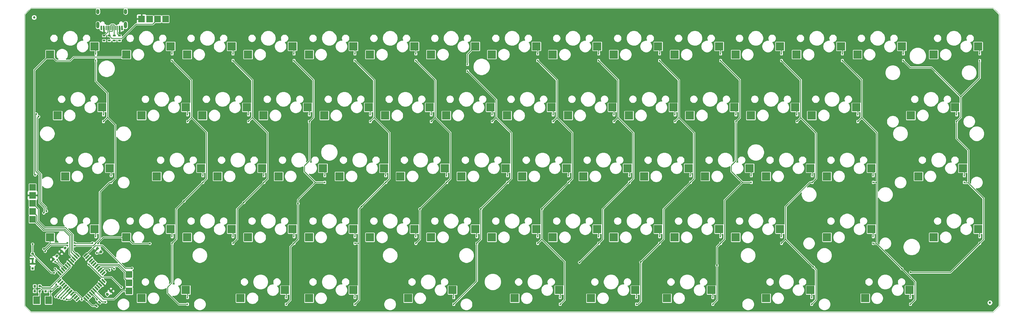
<source format=gbr>
%TF.GenerationSoftware,KiCad,Pcbnew,(5.1.4)-1*%
%TF.CreationDate,2020-07-12T16:14:56+02:00*%
%TF.ProjectId,zedekiel,7a656465-6b69-4656-9c2e-6b696361645f,rev?*%
%TF.SameCoordinates,Original*%
%TF.FileFunction,Copper,L2,Bot*%
%TF.FilePolarity,Positive*%
%FSLAX46Y46*%
G04 Gerber Fmt 4.6, Leading zero omitted, Abs format (unit mm)*
G04 Created by KiCad (PCBNEW (5.1.4)-1) date 2020-07-12 16:14:56*
%MOMM*%
%LPD*%
G04 APERTURE LIST*
%TA.AperFunction,NonConductor*%
%ADD10C,0.050000*%
%TD*%
%TA.AperFunction,BGAPad,CuDef*%
%ADD11C,0.750000*%
%TD*%
%TA.AperFunction,SMDPad,CuDef*%
%ADD12R,2.550000X2.500000*%
%TD*%
%TA.AperFunction,ComponentPad*%
%ADD13O,1.000000X1.600000*%
%TD*%
%TA.AperFunction,ComponentPad*%
%ADD14O,1.000000X2.100000*%
%TD*%
%TA.AperFunction,SMDPad,CuDef*%
%ADD15R,0.300000X1.450000*%
%TD*%
%TA.AperFunction,SMDPad,CuDef*%
%ADD16R,0.600000X1.450000*%
%TD*%
%TA.AperFunction,SMDPad,CuDef*%
%ADD17R,2.000000X2.400000*%
%TD*%
%TA.AperFunction,SMDPad,CuDef*%
%ADD18R,0.800000X0.750000*%
%TD*%
%TA.AperFunction,SMDPad,CuDef*%
%ADD19R,0.750000X0.800000*%
%TD*%
%TA.AperFunction,SMDPad,CuDef*%
%ADD20C,0.750000*%
%TD*%
%TA.AperFunction,Conductor*%
%ADD21C,0.100000*%
%TD*%
%TA.AperFunction,SMDPad,CuDef*%
%ADD22R,0.450000X0.600000*%
%TD*%
%TA.AperFunction,SMDPad,CuDef*%
%ADD23R,0.900000X0.500000*%
%TD*%
%TA.AperFunction,SMDPad,CuDef*%
%ADD24C,0.500000*%
%TD*%
%TA.AperFunction,SMDPad,CuDef*%
%ADD25C,0.550000*%
%TD*%
%TA.AperFunction,SMDPad,CuDef*%
%ADD26R,2.000000X2.000000*%
%TD*%
%TA.AperFunction,ViaPad*%
%ADD27C,0.610000*%
%TD*%
%TA.AperFunction,ViaPad*%
%ADD28C,0.800000*%
%TD*%
%TA.AperFunction,Conductor*%
%ADD29C,0.254000*%
%TD*%
%TA.AperFunction,Conductor*%
%ADD30C,0.300000*%
%TD*%
%TA.AperFunction,Conductor*%
%ADD31C,0.500000*%
%TD*%
%TA.AperFunction,Conductor*%
%ADD32C,0.250000*%
%TD*%
G04 APERTURE END LIST*
D10*
X20400000Y-113400000D02*
X20400000Y-22400000D01*
X22400000Y-115400000D02*
X20400000Y-113400000D01*
X322400000Y-115400000D02*
X22400000Y-115400000D01*
X324400000Y-113400000D02*
X322400000Y-115400000D01*
X324400000Y-22400000D02*
X324400000Y-113400000D01*
X322400000Y-20400000D02*
X324400000Y-22400000D01*
X22400000Y-20400000D02*
X322400000Y-20400000D01*
X20400000Y-22400000D02*
X22400000Y-20400000D01*
D11*
%TO.P,REF\002A\002A,~*%
%TO.N,N/C*%
X321400000Y-112400000D03*
%TD*%
%TO.P,REF\002A\002A,~*%
%TO.N,N/C*%
X23400000Y-23400000D03*
%TD*%
D12*
%TO.P,K66,2*%
%TO.N,Net-(D66-Pad1)*%
X317710000Y-32440000D03*
%TO.P,K66,1*%
%TO.N,/R5*%
X303860000Y-34980000D03*
%TD*%
%TO.P,K28,2*%
%TO.N,Net-(D28-Pad1)*%
X310585000Y-51440000D03*
%TO.P,K28,1*%
%TO.N,/R2*%
X296735000Y-53980000D03*
%TD*%
%TO.P,K42,2*%
%TO.N,Net-(D42-Pad1)*%
X312960000Y-70440000D03*
%TO.P,K42,1*%
%TO.N,/R3*%
X299110000Y-72980000D03*
%TD*%
%TO.P,K56,2*%
%TO.N,Net-(D56-Pad1)*%
X317710000Y-89440000D03*
%TO.P,K56,1*%
%TO.N,/R4*%
X303860000Y-91980000D03*
%TD*%
%TO.P,K55,2*%
%TO.N,Net-(D55-Pad1)*%
X284460000Y-89440000D03*
%TO.P,K55,1*%
%TO.N,/R4*%
X270610000Y-91980000D03*
%TD*%
%TO.P,K65,1*%
%TO.N,/R5*%
X282485000Y-110980000D03*
%TO.P,K65,2*%
%TO.N,Net-(D65-Pad1)*%
X296335000Y-108440000D03*
%TD*%
%TO.P,K64,2*%
%TO.N,Net-(D64-Pad1)*%
X265460000Y-108440000D03*
%TO.P,K64,1*%
%TO.N,/R5*%
X251610000Y-110980000D03*
%TD*%
%TO.P,K63,1*%
%TO.N,/R5*%
X220735000Y-110980000D03*
%TO.P,K63,2*%
%TO.N,Net-(D63-Pad1)*%
X234585000Y-108440000D03*
%TD*%
%TO.P,K62,1*%
%TO.N,/R5*%
X196985000Y-110980000D03*
%TO.P,K62,2*%
%TO.N,Net-(D62-Pad1)*%
X210835000Y-108440000D03*
%TD*%
%TO.P,K61,1*%
%TO.N,/R5*%
X173235000Y-110980000D03*
%TO.P,K61,2*%
%TO.N,Net-(D61-Pad1)*%
X187085000Y-108440000D03*
%TD*%
%TO.P,K60,2*%
%TO.N,Net-(D60-Pad1)*%
X153835000Y-108440000D03*
%TO.P,K60,1*%
%TO.N,/R5*%
X139985000Y-110980000D03*
%TD*%
%TO.P,K58,1*%
%TO.N,/R5*%
X87735000Y-110980000D03*
%TO.P,K58,2*%
%TO.N,Net-(D58-Pad1)*%
X101585000Y-108440000D03*
%TD*%
%TO.P,K57,2*%
%TO.N,Net-(D57-Pad1)*%
X70710000Y-108440000D03*
%TO.P,K57,1*%
%TO.N,/R5*%
X56860000Y-110980000D03*
%TD*%
%TO.P,K43,2*%
%TO.N,Net-(D43-Pad1)*%
X42210000Y-89440000D03*
%TO.P,K43,1*%
%TO.N,/R4*%
X28360000Y-91980000D03*
%TD*%
%TO.P,K29,2*%
%TO.N,Net-(D29-Pad1)*%
X46960000Y-70440000D03*
%TO.P,K29,1*%
%TO.N,/R3*%
X33110000Y-72980000D03*
%TD*%
%TO.P,K15,2*%
%TO.N,Net-(D15-Pad1)*%
X44585000Y-51440000D03*
%TO.P,K15,1*%
%TO.N,/R2*%
X30735000Y-53980000D03*
%TD*%
%TO.P,K1,2*%
%TO.N,Net-(D1-Pad1)*%
X42210000Y-32440000D03*
%TO.P,K1,1*%
%TO.N,/R1*%
X28360000Y-34980000D03*
%TD*%
%TO.P,K40,1*%
%TO.N,/R3*%
X251610000Y-72980000D03*
%TO.P,K40,2*%
%TO.N,Net-(D40-Pad1)*%
X265460000Y-70440000D03*
%TD*%
%TO.P,K47,1*%
%TO.N,/R4*%
X109110000Y-91980000D03*
%TO.P,K47,2*%
%TO.N,Net-(D47-Pad1)*%
X122960000Y-89440000D03*
%TD*%
%TO.P,K37,1*%
%TO.N,/R3*%
X194610000Y-72980000D03*
%TO.P,K37,2*%
%TO.N,Net-(D37-Pad1)*%
X208460000Y-70440000D03*
%TD*%
%TO.P,K34,1*%
%TO.N,/R3*%
X137610000Y-72980000D03*
%TO.P,K34,2*%
%TO.N,Net-(D34-Pad1)*%
X151460000Y-70440000D03*
%TD*%
%TO.P,K32,1*%
%TO.N,/R3*%
X99610000Y-72980000D03*
%TO.P,K32,2*%
%TO.N,Net-(D32-Pad1)*%
X113460000Y-70440000D03*
%TD*%
%TO.P,K31,1*%
%TO.N,/R3*%
X80610000Y-72980000D03*
%TO.P,K31,2*%
%TO.N,Net-(D31-Pad1)*%
X94460000Y-70440000D03*
%TD*%
%TO.P,K59,1*%
%TO.N,/R5*%
X109110000Y-110980000D03*
%TO.P,K59,2*%
%TO.N,Net-(D59-Pad1)*%
X122960000Y-108440000D03*
%TD*%
%TO.P,K54,1*%
%TO.N,/R4*%
X242110000Y-91980000D03*
%TO.P,K54,2*%
%TO.N,Net-(D54-Pad1)*%
X255960000Y-89440000D03*
%TD*%
%TO.P,K53,1*%
%TO.N,/R4*%
X223110000Y-91980000D03*
%TO.P,K53,2*%
%TO.N,Net-(D53-Pad1)*%
X236960000Y-89440000D03*
%TD*%
%TO.P,K52,1*%
%TO.N,/R4*%
X204110000Y-91980000D03*
%TO.P,K52,2*%
%TO.N,Net-(D52-Pad1)*%
X217960000Y-89440000D03*
%TD*%
%TO.P,K51,1*%
%TO.N,/R4*%
X185110000Y-91980000D03*
%TO.P,K51,2*%
%TO.N,Net-(D51-Pad1)*%
X198960000Y-89440000D03*
%TD*%
%TO.P,K50,1*%
%TO.N,/R4*%
X166110000Y-91980000D03*
%TO.P,K50,2*%
%TO.N,Net-(D50-Pad1)*%
X179960000Y-89440000D03*
%TD*%
%TO.P,K49,1*%
%TO.N,/R4*%
X147110000Y-91980000D03*
%TO.P,K49,2*%
%TO.N,Net-(D49-Pad1)*%
X160960000Y-89440000D03*
%TD*%
%TO.P,K48,1*%
%TO.N,/R4*%
X128110000Y-91980000D03*
%TO.P,K48,2*%
%TO.N,Net-(D48-Pad1)*%
X141960000Y-89440000D03*
%TD*%
%TO.P,K46,1*%
%TO.N,/R4*%
X90110000Y-91980000D03*
%TO.P,K46,2*%
%TO.N,Net-(D46-Pad1)*%
X103960000Y-89440000D03*
%TD*%
%TO.P,K45,1*%
%TO.N,/R4*%
X71110000Y-91980000D03*
%TO.P,K45,2*%
%TO.N,Net-(D45-Pad1)*%
X84960000Y-89440000D03*
%TD*%
%TO.P,K44,1*%
%TO.N,/R4*%
X52110000Y-91980000D03*
%TO.P,K44,2*%
%TO.N,Net-(D44-Pad1)*%
X65960000Y-89440000D03*
%TD*%
%TO.P,K41,1*%
%TO.N,/R3*%
X270610000Y-72980000D03*
%TO.P,K41,2*%
%TO.N,Net-(D41-Pad1)*%
X284460000Y-70440000D03*
%TD*%
%TO.P,K39,1*%
%TO.N,/R3*%
X232610000Y-72980000D03*
%TO.P,K39,2*%
%TO.N,Net-(D39-Pad1)*%
X246460000Y-70440000D03*
%TD*%
%TO.P,K38,1*%
%TO.N,/R3*%
X213610000Y-72980000D03*
%TO.P,K38,2*%
%TO.N,Net-(D38-Pad1)*%
X227460000Y-70440000D03*
%TD*%
%TO.P,K36,1*%
%TO.N,/R3*%
X175610000Y-72980000D03*
%TO.P,K36,2*%
%TO.N,Net-(D36-Pad1)*%
X189460000Y-70440000D03*
%TD*%
%TO.P,K35,1*%
%TO.N,/R3*%
X156610000Y-72980000D03*
%TO.P,K35,2*%
%TO.N,Net-(D35-Pad1)*%
X170460000Y-70440000D03*
%TD*%
%TO.P,K33,1*%
%TO.N,/R3*%
X118610000Y-72980000D03*
%TO.P,K33,2*%
%TO.N,Net-(D33-Pad1)*%
X132460000Y-70440000D03*
%TD*%
%TO.P,K30,1*%
%TO.N,/R3*%
X61610000Y-72980000D03*
%TO.P,K30,2*%
%TO.N,Net-(D30-Pad1)*%
X75460000Y-70440000D03*
%TD*%
%TO.P,K27,1*%
%TO.N,/R2*%
X265860000Y-53980000D03*
%TO.P,K27,2*%
%TO.N,Net-(D27-Pad1)*%
X279710000Y-51440000D03*
%TD*%
%TO.P,K26,1*%
%TO.N,/R2*%
X246860000Y-53980000D03*
%TO.P,K26,2*%
%TO.N,Net-(D26-Pad1)*%
X260710000Y-51440000D03*
%TD*%
%TO.P,K25,1*%
%TO.N,/R2*%
X227860000Y-53980000D03*
%TO.P,K25,2*%
%TO.N,Net-(D25-Pad1)*%
X241710000Y-51440000D03*
%TD*%
%TO.P,K24,1*%
%TO.N,/R2*%
X208860000Y-53980000D03*
%TO.P,K24,2*%
%TO.N,Net-(D24-Pad1)*%
X222710000Y-51440000D03*
%TD*%
%TO.P,K23,1*%
%TO.N,/R2*%
X189860000Y-53980000D03*
%TO.P,K23,2*%
%TO.N,Net-(D23-Pad1)*%
X203710000Y-51440000D03*
%TD*%
%TO.P,K22,1*%
%TO.N,/R2*%
X170860000Y-53980000D03*
%TO.P,K22,2*%
%TO.N,Net-(D22-Pad1)*%
X184710000Y-51440000D03*
%TD*%
%TO.P,K21,1*%
%TO.N,/R2*%
X151860000Y-53980000D03*
%TO.P,K21,2*%
%TO.N,Net-(D21-Pad1)*%
X165710000Y-51440000D03*
%TD*%
%TO.P,K20,1*%
%TO.N,/R2*%
X132860000Y-53980000D03*
%TO.P,K20,2*%
%TO.N,Net-(D20-Pad1)*%
X146710000Y-51440000D03*
%TD*%
%TO.P,K19,1*%
%TO.N,/R2*%
X113860000Y-53980000D03*
%TO.P,K19,2*%
%TO.N,Net-(D19-Pad1)*%
X127710000Y-51440000D03*
%TD*%
%TO.P,K18,1*%
%TO.N,/R2*%
X94860000Y-53980000D03*
%TO.P,K18,2*%
%TO.N,Net-(D18-Pad1)*%
X108710000Y-51440000D03*
%TD*%
%TO.P,K17,1*%
%TO.N,/R2*%
X75860000Y-53980000D03*
%TO.P,K17,2*%
%TO.N,Net-(D17-Pad1)*%
X89710000Y-51440000D03*
%TD*%
%TO.P,K16,1*%
%TO.N,/R2*%
X56860000Y-53980000D03*
%TO.P,K16,2*%
%TO.N,Net-(D16-Pad1)*%
X70710000Y-51440000D03*
%TD*%
%TO.P,K14,1*%
%TO.N,/R1*%
X280110000Y-34980000D03*
%TO.P,K14,2*%
%TO.N,Net-(D14-Pad1)*%
X293960000Y-32440000D03*
%TD*%
%TO.P,K13,1*%
%TO.N,/R1*%
X261110000Y-34980000D03*
%TO.P,K13,2*%
%TO.N,Net-(D13-Pad1)*%
X274960000Y-32440000D03*
%TD*%
%TO.P,K12,1*%
%TO.N,/R1*%
X242110000Y-34980000D03*
%TO.P,K12,2*%
%TO.N,Net-(D12-Pad1)*%
X255960000Y-32440000D03*
%TD*%
%TO.P,K11,1*%
%TO.N,/R1*%
X223110000Y-34980000D03*
%TO.P,K11,2*%
%TO.N,Net-(D11-Pad1)*%
X236960000Y-32440000D03*
%TD*%
%TO.P,K10,1*%
%TO.N,/R1*%
X204110000Y-34980000D03*
%TO.P,K10,2*%
%TO.N,Net-(D10-Pad1)*%
X217960000Y-32440000D03*
%TD*%
%TO.P,K9,1*%
%TO.N,/R1*%
X185110000Y-34980000D03*
%TO.P,K9,2*%
%TO.N,Net-(D9-Pad1)*%
X198960000Y-32440000D03*
%TD*%
%TO.P,K8,1*%
%TO.N,/R1*%
X166110000Y-34980000D03*
%TO.P,K8,2*%
%TO.N,Net-(D8-Pad1)*%
X179960000Y-32440000D03*
%TD*%
%TO.P,K7,1*%
%TO.N,/R1*%
X147110000Y-34980000D03*
%TO.P,K7,2*%
%TO.N,Net-(D7-Pad1)*%
X160960000Y-32440000D03*
%TD*%
%TO.P,K6,1*%
%TO.N,/R1*%
X128110000Y-34980000D03*
%TO.P,K6,2*%
%TO.N,Net-(D6-Pad1)*%
X141960000Y-32440000D03*
%TD*%
%TO.P,K5,1*%
%TO.N,/R1*%
X109110000Y-34980000D03*
%TO.P,K5,2*%
%TO.N,Net-(D5-Pad1)*%
X122960000Y-32440000D03*
%TD*%
%TO.P,K4,1*%
%TO.N,/R1*%
X90110000Y-34980000D03*
%TO.P,K4,2*%
%TO.N,Net-(D4-Pad1)*%
X103960000Y-32440000D03*
%TD*%
%TO.P,K3,1*%
%TO.N,/R1*%
X71110000Y-34980000D03*
%TO.P,K3,2*%
%TO.N,Net-(D3-Pad1)*%
X84960000Y-32440000D03*
%TD*%
%TO.P,K2,1*%
%TO.N,/R1*%
X52110000Y-34980000D03*
%TO.P,K2,2*%
%TO.N,Net-(D2-Pad1)*%
X65960000Y-32440000D03*
%TD*%
D13*
%TO.P,USB1,13*%
%TO.N,GND*%
X51920000Y-21600000D03*
X43280000Y-21600000D03*
D14*
X51920000Y-25780000D03*
X43280000Y-25780000D03*
D15*
%TO.P,USB1,6*%
%TO.N,Net-(R4-Pad2)*%
X47350000Y-26695000D03*
%TO.P,USB1,7*%
%TO.N,Net-(R5-Pad2)*%
X47850000Y-26695000D03*
%TO.P,USB1,8*%
%TO.N,Net-(R4-Pad2)*%
X48350000Y-26695000D03*
%TO.P,USB1,5*%
%TO.N,Net-(R5-Pad2)*%
X46850000Y-26695000D03*
%TO.P,USB1,9*%
%TO.N,Net-(USB1-Pad9)*%
X48850000Y-26695000D03*
%TO.P,USB1,4*%
%TO.N,Net-(R2-Pad1)*%
X46350000Y-26695000D03*
%TO.P,USB1,10*%
%TO.N,Net-(R3-Pad1)*%
X49350000Y-26695000D03*
%TO.P,USB1,3*%
%TO.N,Net-(USB1-Pad3)*%
X45850000Y-26695000D03*
D16*
%TO.P,USB1,2*%
%TO.N,VCC*%
X45150000Y-26695000D03*
%TO.P,USB1,11*%
X50050000Y-26695000D03*
%TO.P,USB1,1*%
%TO.N,GND*%
X44375000Y-26695000D03*
%TO.P,USB1,12*%
X50825000Y-26695000D03*
%TD*%
D17*
%TO.P,X1,2*%
%TO.N,Net-(C3-Pad1)*%
X24200000Y-111625000D03*
%TO.P,X1,1*%
%TO.N,Net-(C2-Pad1)*%
X27900000Y-111625000D03*
%TD*%
D18*
%TO.P,C1,1*%
%TO.N,Net-(C1-Pad1)*%
X25100000Y-107200000D03*
%TO.P,C1,2*%
%TO.N,GND*%
X23600000Y-107200000D03*
%TD*%
D19*
%TO.P,C8,1*%
%TO.N,VCC*%
X22900000Y-100200000D03*
%TO.P,C8,2*%
%TO.N,GND*%
X22900000Y-101700000D03*
%TD*%
D20*
%TO.P,C7,1*%
%TO.N,VCC*%
X43189340Y-95439340D03*
D21*
%TD*%
%TO.N,VCC*%
%TO.C,C7*%
G36*
X42641332Y-95421662D02*
G01*
X43171662Y-94891332D01*
X43737348Y-95457018D01*
X43207018Y-95987348D01*
X42641332Y-95421662D01*
X42641332Y-95421662D01*
G37*
D20*
%TO.P,C7,2*%
%TO.N,GND*%
X44250000Y-96500000D03*
D21*
%TD*%
%TO.N,GND*%
%TO.C,C7*%
G36*
X43701992Y-96482322D02*
G01*
X44232322Y-95951992D01*
X44798008Y-96517678D01*
X44267678Y-97048008D01*
X43701992Y-96482322D01*
X43701992Y-96482322D01*
G37*
D20*
%TO.P,C6,1*%
%TO.N,VCC*%
X32029670Y-96380330D03*
D21*
%TD*%
%TO.N,VCC*%
%TO.C,C6*%
G36*
X32011992Y-96928338D02*
G01*
X31481662Y-96398008D01*
X32047348Y-95832322D01*
X32577678Y-96362652D01*
X32011992Y-96928338D01*
X32011992Y-96928338D01*
G37*
D20*
%TO.P,C6,2*%
%TO.N,GND*%
X33090330Y-95319670D03*
D21*
%TD*%
%TO.N,GND*%
%TO.C,C6*%
G36*
X33072652Y-95867678D02*
G01*
X32542322Y-95337348D01*
X33108008Y-94771662D01*
X33638338Y-95301992D01*
X33072652Y-95867678D01*
X33072652Y-95867678D01*
G37*
D20*
%TO.P,C5,1*%
%TO.N,VCC*%
X47330330Y-108769670D03*
D21*
%TD*%
%TO.N,VCC*%
%TO.C,C5*%
G36*
X47348008Y-108221662D02*
G01*
X47878338Y-108751992D01*
X47312652Y-109317678D01*
X46782322Y-108787348D01*
X47348008Y-108221662D01*
X47348008Y-108221662D01*
G37*
D20*
%TO.P,C5,2*%
%TO.N,GND*%
X46269670Y-109830330D03*
D21*
%TD*%
%TO.N,GND*%
%TO.C,C5*%
G36*
X46287348Y-109282322D02*
G01*
X46817678Y-109812652D01*
X46251992Y-110378338D01*
X45721662Y-109848008D01*
X46287348Y-109282322D01*
X46287348Y-109282322D01*
G37*
D20*
%TO.P,C4,1*%
%TO.N,VCC*%
X29439340Y-98860660D03*
D21*
%TD*%
%TO.N,VCC*%
%TO.C,C4*%
G36*
X29421662Y-99408668D02*
G01*
X28891332Y-98878338D01*
X29457018Y-98312652D01*
X29987348Y-98842982D01*
X29421662Y-99408668D01*
X29421662Y-99408668D01*
G37*
D20*
%TO.P,C4,2*%
%TO.N,GND*%
X30500000Y-97800000D03*
D21*
%TD*%
%TO.N,GND*%
%TO.C,C4*%
G36*
X30482322Y-98348008D02*
G01*
X29951992Y-97817678D01*
X30517678Y-97251992D01*
X31048008Y-97782322D01*
X30482322Y-98348008D01*
X30482322Y-98348008D01*
G37*
D18*
%TO.P,C3,1*%
%TO.N,Net-(C3-Pad1)*%
X25100000Y-108800000D03*
%TO.P,C3,2*%
%TO.N,GND*%
X23600000Y-108800000D03*
%TD*%
%TO.P,C2,1*%
%TO.N,Net-(C2-Pad1)*%
X28500000Y-108800000D03*
%TO.P,C2,2*%
%TO.N,GND*%
X27000000Y-108800000D03*
%TD*%
D22*
%TO.P,D1,2*%
%TO.N,/C1*%
X42600000Y-36850000D03*
%TO.P,D1,1*%
%TO.N,Net-(D1-Pad1)*%
X42600000Y-34750000D03*
%TD*%
%TO.P,D26,2*%
%TO.N,/C12*%
X261200000Y-55850000D03*
%TO.P,D26,1*%
%TO.N,Net-(D26-Pad1)*%
X261200000Y-53750000D03*
%TD*%
%TO.P,D7,2*%
%TO.N,/C7*%
X158500000Y-40150000D03*
%TO.P,D7,1*%
%TO.N,Net-(D7-Pad1)*%
X158500000Y-38050000D03*
%TD*%
%TO.P,D66,2*%
%TO.N,/C14*%
X318200000Y-36850000D03*
%TO.P,D66,1*%
%TO.N,Net-(D66-Pad1)*%
X318200000Y-34750000D03*
%TD*%
%TO.P,D65,2*%
%TO.N,/C13*%
X296600000Y-112850000D03*
%TO.P,D65,1*%
%TO.N,Net-(D65-Pad1)*%
X296600000Y-110750000D03*
%TD*%
%TO.P,D64,2*%
%TO.N,/C12*%
X265800000Y-112850000D03*
%TO.P,D64,1*%
%TO.N,Net-(D64-Pad1)*%
X265800000Y-110750000D03*
%TD*%
%TO.P,D63,2*%
%TO.N,/C11*%
X235000000Y-112850000D03*
%TO.P,D63,1*%
%TO.N,Net-(D63-Pad1)*%
X235000000Y-110750000D03*
%TD*%
%TO.P,D62,2*%
%TO.N,/C10*%
X211200000Y-112850000D03*
%TO.P,D62,1*%
%TO.N,Net-(D62-Pad1)*%
X211200000Y-110750000D03*
%TD*%
%TO.P,D61,2*%
%TO.N,/C8*%
X187400000Y-112850000D03*
%TO.P,D61,1*%
%TO.N,Net-(D61-Pad1)*%
X187400000Y-110750000D03*
%TD*%
%TO.P,D60,2*%
%TO.N,/C7*%
X154200000Y-112850000D03*
%TO.P,D60,1*%
%TO.N,Net-(D60-Pad1)*%
X154200000Y-110750000D03*
%TD*%
%TO.P,D59,2*%
%TO.N,/C5*%
X123400000Y-112850000D03*
%TO.P,D59,1*%
%TO.N,Net-(D59-Pad1)*%
X123400000Y-110750000D03*
%TD*%
%TO.P,D58,2*%
%TO.N,/C4*%
X102000000Y-112850000D03*
%TO.P,D58,1*%
%TO.N,Net-(D58-Pad1)*%
X102000000Y-110750000D03*
%TD*%
%TO.P,D57,2*%
%TO.N,/C2*%
X71200000Y-112850000D03*
%TO.P,D57,1*%
%TO.N,Net-(D57-Pad1)*%
X71200000Y-110750000D03*
%TD*%
%TO.P,D56,2*%
%TO.N,/C14*%
X318200000Y-93850000D03*
%TO.P,D56,1*%
%TO.N,Net-(D56-Pad1)*%
X318200000Y-91750000D03*
%TD*%
%TO.P,D55,2*%
%TO.N,/C13*%
X285000000Y-93850000D03*
%TO.P,D55,1*%
%TO.N,Net-(D55-Pad1)*%
X285000000Y-91750000D03*
%TD*%
%TO.P,D54,2*%
%TO.N,/C12*%
X256400000Y-93850000D03*
%TO.P,D54,1*%
%TO.N,Net-(D54-Pad1)*%
X256400000Y-91750000D03*
%TD*%
%TO.P,D53,2*%
%TO.N,/C11*%
X237400000Y-93850000D03*
%TO.P,D53,1*%
%TO.N,Net-(D53-Pad1)*%
X237400000Y-91750000D03*
%TD*%
%TO.P,D52,2*%
%TO.N,/C10*%
X218400000Y-93850000D03*
%TO.P,D52,1*%
%TO.N,Net-(D52-Pad1)*%
X218400000Y-91750000D03*
%TD*%
%TO.P,D51,2*%
%TO.N,/C9*%
X199400000Y-93850000D03*
%TO.P,D51,1*%
%TO.N,Net-(D51-Pad1)*%
X199400000Y-91750000D03*
%TD*%
%TO.P,D50,2*%
%TO.N,/C8*%
X180400000Y-93850000D03*
%TO.P,D50,1*%
%TO.N,Net-(D50-Pad1)*%
X180400000Y-91750000D03*
%TD*%
%TO.P,D49,2*%
%TO.N,/C7*%
X161400000Y-93850000D03*
%TO.P,D49,1*%
%TO.N,Net-(D49-Pad1)*%
X161400000Y-91750000D03*
%TD*%
%TO.P,D48,2*%
%TO.N,/C6*%
X142400000Y-93850000D03*
%TO.P,D48,1*%
%TO.N,Net-(D48-Pad1)*%
X142400000Y-91750000D03*
%TD*%
%TO.P,D47,2*%
%TO.N,/C5*%
X123400000Y-93850000D03*
%TO.P,D47,1*%
%TO.N,Net-(D47-Pad1)*%
X123400000Y-91750000D03*
%TD*%
%TO.P,D46,2*%
%TO.N,/C4*%
X104400000Y-93850000D03*
%TO.P,D46,1*%
%TO.N,Net-(D46-Pad1)*%
X104400000Y-91750000D03*
%TD*%
%TO.P,D45,2*%
%TO.N,/C3*%
X85400000Y-93850000D03*
%TO.P,D45,1*%
%TO.N,Net-(D45-Pad1)*%
X85400000Y-91750000D03*
%TD*%
%TO.P,D44,2*%
%TO.N,/C2*%
X66400000Y-93850000D03*
%TO.P,D44,1*%
%TO.N,Net-(D44-Pad1)*%
X66400000Y-91750000D03*
%TD*%
%TO.P,D43,2*%
%TO.N,/C1*%
X42600000Y-93850000D03*
%TO.P,D43,1*%
%TO.N,Net-(D43-Pad1)*%
X42600000Y-91750000D03*
%TD*%
%TO.P,D42,2*%
%TO.N,/C14*%
X313400000Y-74850000D03*
%TO.P,D42,1*%
%TO.N,Net-(D42-Pad1)*%
X313400000Y-72750000D03*
%TD*%
%TO.P,D41,2*%
%TO.N,/C13*%
X285000000Y-74850000D03*
%TO.P,D41,1*%
%TO.N,Net-(D41-Pad1)*%
X285000000Y-72750000D03*
%TD*%
%TO.P,D40,2*%
%TO.N,/C12*%
X266000000Y-74850000D03*
%TO.P,D40,1*%
%TO.N,Net-(D40-Pad1)*%
X266000000Y-72750000D03*
%TD*%
%TO.P,D39,2*%
%TO.N,/C11*%
X247000000Y-74850000D03*
%TO.P,D39,1*%
%TO.N,Net-(D39-Pad1)*%
X247000000Y-72750000D03*
%TD*%
%TO.P,D38,2*%
%TO.N,/C10*%
X228000000Y-74850000D03*
%TO.P,D38,1*%
%TO.N,Net-(D38-Pad1)*%
X228000000Y-72750000D03*
%TD*%
%TO.P,D37,2*%
%TO.N,/C9*%
X209000000Y-74850000D03*
%TO.P,D37,1*%
%TO.N,Net-(D37-Pad1)*%
X209000000Y-72750000D03*
%TD*%
%TO.P,D36,2*%
%TO.N,/C8*%
X190000000Y-74850000D03*
%TO.P,D36,1*%
%TO.N,Net-(D36-Pad1)*%
X190000000Y-72750000D03*
%TD*%
%TO.P,D35,2*%
%TO.N,/C7*%
X171000000Y-74850000D03*
%TO.P,D35,1*%
%TO.N,Net-(D35-Pad1)*%
X171000000Y-72750000D03*
%TD*%
%TO.P,D34,2*%
%TO.N,/C6*%
X152000000Y-74850000D03*
%TO.P,D34,1*%
%TO.N,Net-(D34-Pad1)*%
X152000000Y-72750000D03*
%TD*%
%TO.P,D33,2*%
%TO.N,/C5*%
X133000000Y-74850000D03*
%TO.P,D33,1*%
%TO.N,Net-(D33-Pad1)*%
X133000000Y-72750000D03*
%TD*%
%TO.P,D32,2*%
%TO.N,/C4*%
X114000000Y-74850000D03*
%TO.P,D32,1*%
%TO.N,Net-(D32-Pad1)*%
X114000000Y-72750000D03*
%TD*%
%TO.P,D31,2*%
%TO.N,/C3*%
X95000000Y-74850000D03*
%TO.P,D31,1*%
%TO.N,Net-(D31-Pad1)*%
X95000000Y-72750000D03*
%TD*%
%TO.P,D30,2*%
%TO.N,/C2*%
X76000000Y-74850000D03*
%TO.P,D30,1*%
%TO.N,Net-(D30-Pad1)*%
X76000000Y-72750000D03*
%TD*%
%TO.P,D29,2*%
%TO.N,/C1*%
X47400000Y-74850000D03*
%TO.P,D29,1*%
%TO.N,Net-(D29-Pad1)*%
X47400000Y-72750000D03*
%TD*%
%TO.P,D28,2*%
%TO.N,/C14*%
X311000000Y-55850000D03*
%TO.P,D28,1*%
%TO.N,Net-(D28-Pad1)*%
X311000000Y-53750000D03*
%TD*%
%TO.P,D27,2*%
%TO.N,/C13*%
X280200000Y-55850000D03*
%TO.P,D27,1*%
%TO.N,Net-(D27-Pad1)*%
X280200000Y-53750000D03*
%TD*%
%TO.P,D25,2*%
%TO.N,/C11*%
X242200000Y-55850000D03*
%TO.P,D25,1*%
%TO.N,Net-(D25-Pad1)*%
X242200000Y-53750000D03*
%TD*%
%TO.P,D24,2*%
%TO.N,/C10*%
X223200000Y-55850000D03*
%TO.P,D24,1*%
%TO.N,Net-(D24-Pad1)*%
X223200000Y-53750000D03*
%TD*%
%TO.P,D23,2*%
%TO.N,/C9*%
X204200000Y-55850000D03*
%TO.P,D23,1*%
%TO.N,Net-(D23-Pad1)*%
X204200000Y-53750000D03*
%TD*%
%TO.P,D22,2*%
%TO.N,/C8*%
X185200000Y-55850000D03*
%TO.P,D22,1*%
%TO.N,Net-(D22-Pad1)*%
X185200000Y-53750000D03*
%TD*%
%TO.P,D21,2*%
%TO.N,/C7*%
X166200000Y-55850000D03*
%TO.P,D21,1*%
%TO.N,Net-(D21-Pad1)*%
X166200000Y-53750000D03*
%TD*%
%TO.P,D20,2*%
%TO.N,/C6*%
X147200000Y-55850000D03*
%TO.P,D20,1*%
%TO.N,Net-(D20-Pad1)*%
X147200000Y-53750000D03*
%TD*%
%TO.P,D19,2*%
%TO.N,/C5*%
X128200000Y-55850000D03*
%TO.P,D19,1*%
%TO.N,Net-(D19-Pad1)*%
X128200000Y-53750000D03*
%TD*%
%TO.P,D18,2*%
%TO.N,/C4*%
X109200000Y-55850000D03*
%TO.P,D18,1*%
%TO.N,Net-(D18-Pad1)*%
X109200000Y-53750000D03*
%TD*%
%TO.P,D17,2*%
%TO.N,/C3*%
X90200000Y-55850000D03*
%TO.P,D17,1*%
%TO.N,Net-(D17-Pad1)*%
X90200000Y-53750000D03*
%TD*%
%TO.P,D16,2*%
%TO.N,/C2*%
X71200000Y-55850000D03*
%TO.P,D16,1*%
%TO.N,Net-(D16-Pad1)*%
X71200000Y-53750000D03*
%TD*%
%TO.P,D15,2*%
%TO.N,/C1*%
X45000000Y-55850000D03*
%TO.P,D15,1*%
%TO.N,Net-(D15-Pad1)*%
X45000000Y-53750000D03*
%TD*%
%TO.P,D14,2*%
%TO.N,/C14*%
X294400000Y-36850000D03*
%TO.P,D14,1*%
%TO.N,Net-(D14-Pad1)*%
X294400000Y-34750000D03*
%TD*%
%TO.P,D13,2*%
%TO.N,/C13*%
X275400000Y-36850000D03*
%TO.P,D13,1*%
%TO.N,Net-(D13-Pad1)*%
X275400000Y-34750000D03*
%TD*%
%TO.P,D12,2*%
%TO.N,/C12*%
X256400000Y-36850000D03*
%TO.P,D12,1*%
%TO.N,Net-(D12-Pad1)*%
X256400000Y-34750000D03*
%TD*%
%TO.P,D11,2*%
%TO.N,/C11*%
X237400000Y-36850000D03*
%TO.P,D11,1*%
%TO.N,Net-(D11-Pad1)*%
X237400000Y-34750000D03*
%TD*%
%TO.P,D10,2*%
%TO.N,/C10*%
X218400000Y-36850000D03*
%TO.P,D10,1*%
%TO.N,Net-(D10-Pad1)*%
X218400000Y-34750000D03*
%TD*%
%TO.P,D9,2*%
%TO.N,/C9*%
X199400000Y-36850000D03*
%TO.P,D9,1*%
%TO.N,Net-(D9-Pad1)*%
X199400000Y-34750000D03*
%TD*%
%TO.P,D8,2*%
%TO.N,/C8*%
X180400000Y-36850000D03*
%TO.P,D8,1*%
%TO.N,Net-(D8-Pad1)*%
X180400000Y-34750000D03*
%TD*%
%TO.P,D6,2*%
%TO.N,/C6*%
X142400000Y-36850000D03*
%TO.P,D6,1*%
%TO.N,Net-(D6-Pad1)*%
X142400000Y-34750000D03*
%TD*%
%TO.P,D5,2*%
%TO.N,/C5*%
X123400000Y-36850000D03*
%TO.P,D5,1*%
%TO.N,Net-(D5-Pad1)*%
X123400000Y-34750000D03*
%TD*%
%TO.P,D4,2*%
%TO.N,/C4*%
X104400000Y-36850000D03*
%TO.P,D4,1*%
%TO.N,Net-(D4-Pad1)*%
X104400000Y-34750000D03*
%TD*%
%TO.P,D3,2*%
%TO.N,/C3*%
X85400000Y-36850000D03*
%TO.P,D3,1*%
%TO.N,Net-(D3-Pad1)*%
X85400000Y-34750000D03*
%TD*%
%TO.P,D2,2*%
%TO.N,/C2*%
X66400000Y-36850000D03*
%TO.P,D2,1*%
%TO.N,Net-(D2-Pad1)*%
X66400000Y-34750000D03*
%TD*%
D23*
%TO.P,R2,2*%
%TO.N,GND*%
X45200000Y-30600000D03*
%TO.P,R2,1*%
%TO.N,Net-(R2-Pad1)*%
X45200000Y-29100000D03*
%TD*%
D24*
%TO.P,R6,2*%
%TO.N,GND*%
X43830330Y-112269670D03*
D21*
%TD*%
%TO.N,GND*%
%TO.C,R6*%
G36*
X43971751Y-112764645D02*
G01*
X43335355Y-112128249D01*
X43688909Y-111774695D01*
X44325305Y-112411091D01*
X43971751Y-112764645D01*
X43971751Y-112764645D01*
G37*
D24*
%TO.P,R6,1*%
%TO.N,Net-(R6-Pad1)*%
X42769670Y-113330330D03*
D21*
%TD*%
%TO.N,Net-(R6-Pad1)*%
%TO.C,R6*%
G36*
X42911091Y-113825305D02*
G01*
X42274695Y-113188909D01*
X42628249Y-112835355D01*
X43264645Y-113471751D01*
X42911091Y-113825305D01*
X42911091Y-113825305D01*
G37*
D23*
%TO.P,R5,2*%
%TO.N,Net-(R5-Pad2)*%
X46800000Y-29100000D03*
%TO.P,R5,1*%
%TO.N,/D-*%
X46800000Y-30600000D03*
%TD*%
%TO.P,R4,2*%
%TO.N,Net-(R4-Pad2)*%
X48400000Y-29100000D03*
%TO.P,R4,1*%
%TO.N,/D+*%
X48400000Y-30600000D03*
%TD*%
%TO.P,R3,2*%
%TO.N,GND*%
X50000000Y-30600000D03*
%TO.P,R3,1*%
%TO.N,Net-(R3-Pad1)*%
X50000000Y-29100000D03*
%TD*%
%TO.P,R1,2*%
%TO.N,Net-(R1-Pad2)*%
X22900000Y-97150000D03*
%TO.P,R1,1*%
%TO.N,VCC*%
X22900000Y-98650000D03*
%TD*%
D25*
%TO.P,U1,44*%
%TO.N,Net-(U1-Pad44)*%
X31341064Y-105602082D03*
D21*
%TD*%
%TO.N,Net-(U1-Pad44)*%
%TO.C,U1*%
G36*
X31676940Y-104877298D02*
G01*
X32065848Y-105266206D01*
X31005188Y-106326866D01*
X30616280Y-105937958D01*
X31676940Y-104877298D01*
X31676940Y-104877298D01*
G37*
D25*
%TO.P,U1,43*%
%TO.N,Net-(U1-Pad43)*%
X31906750Y-106167767D03*
D21*
%TD*%
%TO.N,Net-(U1-Pad43)*%
%TO.C,U1*%
G36*
X32242626Y-105442983D02*
G01*
X32631534Y-105831891D01*
X31570874Y-106892551D01*
X31181966Y-106503643D01*
X32242626Y-105442983D01*
X32242626Y-105442983D01*
G37*
D25*
%TO.P,U1,42*%
%TO.N,Net-(U1-Pad42)*%
X32472435Y-106733452D03*
D21*
%TD*%
%TO.N,Net-(U1-Pad42)*%
%TO.C,U1*%
G36*
X32808311Y-106008668D02*
G01*
X33197219Y-106397576D01*
X32136559Y-107458236D01*
X31747651Y-107069328D01*
X32808311Y-106008668D01*
X32808311Y-106008668D01*
G37*
D25*
%TO.P,U1,41*%
%TO.N,/R1*%
X33038120Y-107299138D03*
D21*
%TD*%
%TO.N,/R1*%
%TO.C,U1*%
G36*
X33373996Y-106574354D02*
G01*
X33762904Y-106963262D01*
X32702244Y-108023922D01*
X32313336Y-107635014D01*
X33373996Y-106574354D01*
X33373996Y-106574354D01*
G37*
D25*
%TO.P,U1,40*%
%TO.N,/R2*%
X33603806Y-107864823D03*
D21*
%TD*%
%TO.N,/R2*%
%TO.C,U1*%
G36*
X33939682Y-107140039D02*
G01*
X34328590Y-107528947D01*
X33267930Y-108589607D01*
X32879022Y-108200699D01*
X33939682Y-107140039D01*
X33939682Y-107140039D01*
G37*
D25*
%TO.P,U1,39*%
%TO.N,/R3*%
X34169491Y-108430509D03*
D21*
%TD*%
%TO.N,/R3*%
%TO.C,U1*%
G36*
X34505367Y-107705725D02*
G01*
X34894275Y-108094633D01*
X33833615Y-109155293D01*
X33444707Y-108766385D01*
X34505367Y-107705725D01*
X34505367Y-107705725D01*
G37*
D25*
%TO.P,U1,38*%
%TO.N,/R4*%
X34735177Y-108996194D03*
D21*
%TD*%
%TO.N,/R4*%
%TO.C,U1*%
G36*
X35071053Y-108271410D02*
G01*
X35459961Y-108660318D01*
X34399301Y-109720978D01*
X34010393Y-109332070D01*
X35071053Y-108271410D01*
X35071053Y-108271410D01*
G37*
D25*
%TO.P,U1,37*%
%TO.N,/R5*%
X35300862Y-109561880D03*
D21*
%TD*%
%TO.N,/R5*%
%TO.C,U1*%
G36*
X35636738Y-108837096D02*
G01*
X36025646Y-109226004D01*
X34964986Y-110286664D01*
X34576078Y-109897756D01*
X35636738Y-108837096D01*
X35636738Y-108837096D01*
G37*
D25*
%TO.P,U1,36*%
%TO.N,/C1*%
X35866548Y-110127565D03*
D21*
%TD*%
%TO.N,/C1*%
%TO.C,U1*%
G36*
X36202424Y-109402781D02*
G01*
X36591332Y-109791689D01*
X35530672Y-110852349D01*
X35141764Y-110463441D01*
X36202424Y-109402781D01*
X36202424Y-109402781D01*
G37*
D25*
%TO.P,U1,35*%
%TO.N,Net-(U1-Pad35)*%
X36432233Y-110693250D03*
D21*
%TD*%
%TO.N,Net-(U1-Pad35)*%
%TO.C,U1*%
G36*
X36768109Y-109968466D02*
G01*
X37157017Y-110357374D01*
X36096357Y-111418034D01*
X35707449Y-111029126D01*
X36768109Y-109968466D01*
X36768109Y-109968466D01*
G37*
D25*
%TO.P,U1,34*%
%TO.N,Net-(U1-Pad34)*%
X36997918Y-111258936D03*
D21*
%TD*%
%TO.N,Net-(U1-Pad34)*%
%TO.C,U1*%
G36*
X37333794Y-110534152D02*
G01*
X37722702Y-110923060D01*
X36662042Y-111983720D01*
X36273134Y-111594812D01*
X37333794Y-110534152D01*
X37333794Y-110534152D01*
G37*
D25*
%TO.P,U1,33*%
%TO.N,Net-(R6-Pad1)*%
X39402082Y-111258936D03*
D21*
%TD*%
%TO.N,Net-(R6-Pad1)*%
%TO.C,U1*%
G36*
X38677298Y-110923060D02*
G01*
X39066206Y-110534152D01*
X40126866Y-111594812D01*
X39737958Y-111983720D01*
X38677298Y-110923060D01*
X38677298Y-110923060D01*
G37*
D25*
%TO.P,U1,32*%
%TO.N,/C3*%
X39967767Y-110693250D03*
D21*
%TD*%
%TO.N,/C3*%
%TO.C,U1*%
G36*
X39242983Y-110357374D02*
G01*
X39631891Y-109968466D01*
X40692551Y-111029126D01*
X40303643Y-111418034D01*
X39242983Y-110357374D01*
X39242983Y-110357374D01*
G37*
D25*
%TO.P,U1,31*%
%TO.N,/C4*%
X40533452Y-110127565D03*
D21*
%TD*%
%TO.N,/C4*%
%TO.C,U1*%
G36*
X39808668Y-109791689D02*
G01*
X40197576Y-109402781D01*
X41258236Y-110463441D01*
X40869328Y-110852349D01*
X39808668Y-109791689D01*
X39808668Y-109791689D01*
G37*
D25*
%TO.P,U1,30*%
%TO.N,/C12*%
X41099138Y-109561880D03*
D21*
%TD*%
%TO.N,/C12*%
%TO.C,U1*%
G36*
X40374354Y-109226004D02*
G01*
X40763262Y-108837096D01*
X41823922Y-109897756D01*
X41435014Y-110286664D01*
X40374354Y-109226004D01*
X40374354Y-109226004D01*
G37*
D25*
%TO.P,U1,29*%
%TO.N,/C13*%
X41664823Y-108996194D03*
D21*
%TD*%
%TO.N,/C13*%
%TO.C,U1*%
G36*
X40940039Y-108660318D02*
G01*
X41328947Y-108271410D01*
X42389607Y-109332070D01*
X42000699Y-109720978D01*
X40940039Y-108660318D01*
X40940039Y-108660318D01*
G37*
D25*
%TO.P,U1,28*%
%TO.N,ADC11*%
X42230509Y-108430509D03*
D21*
%TD*%
%TO.N,ADC11*%
%TO.C,U1*%
G36*
X41505725Y-108094633D02*
G01*
X41894633Y-107705725D01*
X42955293Y-108766385D01*
X42566385Y-109155293D01*
X41505725Y-108094633D01*
X41505725Y-108094633D01*
G37*
D25*
%TO.P,U1,27*%
%TO.N,/C5*%
X42796194Y-107864823D03*
D21*
%TD*%
%TO.N,/C5*%
%TO.C,U1*%
G36*
X42071410Y-107528947D02*
G01*
X42460318Y-107140039D01*
X43520978Y-108200699D01*
X43132070Y-108589607D01*
X42071410Y-107528947D01*
X42071410Y-107528947D01*
G37*
D25*
%TO.P,U1,26*%
%TO.N,/C6*%
X43361880Y-107299138D03*
D21*
%TD*%
%TO.N,/C6*%
%TO.C,U1*%
G36*
X42637096Y-106963262D02*
G01*
X43026004Y-106574354D01*
X44086664Y-107635014D01*
X43697756Y-108023922D01*
X42637096Y-106963262D01*
X42637096Y-106963262D01*
G37*
D25*
%TO.P,U1,25*%
%TO.N,/C8*%
X43927565Y-106733452D03*
D21*
%TD*%
%TO.N,/C8*%
%TO.C,U1*%
G36*
X43202781Y-106397576D02*
G01*
X43591689Y-106008668D01*
X44652349Y-107069328D01*
X44263441Y-107458236D01*
X43202781Y-106397576D01*
X43202781Y-106397576D01*
G37*
D25*
%TO.P,U1,24*%
%TO.N,VCC*%
X44493250Y-106167767D03*
D21*
%TD*%
%TO.N,VCC*%
%TO.C,U1*%
G36*
X43768466Y-105831891D02*
G01*
X44157374Y-105442983D01*
X45218034Y-106503643D01*
X44829126Y-106892551D01*
X43768466Y-105831891D01*
X43768466Y-105831891D01*
G37*
D25*
%TO.P,U1,23*%
%TO.N,Net-(U1-Pad23)*%
X45058936Y-105602082D03*
D21*
%TD*%
%TO.N,Net-(U1-Pad23)*%
%TO.C,U1*%
G36*
X44334152Y-105266206D02*
G01*
X44723060Y-104877298D01*
X45783720Y-105937958D01*
X45394812Y-106326866D01*
X44334152Y-105266206D01*
X44334152Y-105266206D01*
G37*
D25*
%TO.P,U1,22*%
%TO.N,/C7*%
X45058936Y-103197918D03*
D21*
%TD*%
%TO.N,/C7*%
%TO.C,U1*%
G36*
X45394812Y-102473134D02*
G01*
X45783720Y-102862042D01*
X44723060Y-103922702D01*
X44334152Y-103533794D01*
X45394812Y-102473134D01*
X45394812Y-102473134D01*
G37*
D25*
%TO.P,U1,21*%
%TO.N,/C9*%
X44493250Y-102632233D03*
D21*
%TD*%
%TO.N,/C9*%
%TO.C,U1*%
G36*
X44829126Y-101907449D02*
G01*
X45218034Y-102296357D01*
X44157374Y-103357017D01*
X43768466Y-102968109D01*
X44829126Y-101907449D01*
X44829126Y-101907449D01*
G37*
D25*
%TO.P,U1,20*%
%TO.N,/C10*%
X43927565Y-102066548D03*
D21*
%TD*%
%TO.N,/C10*%
%TO.C,U1*%
G36*
X44263441Y-101341764D02*
G01*
X44652349Y-101730672D01*
X43591689Y-102791332D01*
X43202781Y-102402424D01*
X44263441Y-101341764D01*
X44263441Y-101341764D01*
G37*
D25*
%TO.P,U1,19*%
%TO.N,SDA*%
X43361880Y-101500862D03*
D21*
%TD*%
%TO.N,SDA*%
%TO.C,U1*%
G36*
X43697756Y-100776078D02*
G01*
X44086664Y-101164986D01*
X43026004Y-102225646D01*
X42637096Y-101836738D01*
X43697756Y-100776078D01*
X43697756Y-100776078D01*
G37*
D25*
%TO.P,U1,18*%
%TO.N,SCL*%
X42796194Y-100935177D03*
D21*
%TD*%
%TO.N,SCL*%
%TO.C,U1*%
G36*
X43132070Y-100210393D02*
G01*
X43520978Y-100599301D01*
X42460318Y-101659961D01*
X42071410Y-101271053D01*
X43132070Y-100210393D01*
X43132070Y-100210393D01*
G37*
D25*
%TO.P,U1,17*%
%TO.N,Net-(C2-Pad1)*%
X42230509Y-100369491D03*
D21*
%TD*%
%TO.N,Net-(C2-Pad1)*%
%TO.C,U1*%
G36*
X42566385Y-99644707D02*
G01*
X42955293Y-100033615D01*
X41894633Y-101094275D01*
X41505725Y-100705367D01*
X42566385Y-99644707D01*
X42566385Y-99644707D01*
G37*
D25*
%TO.P,U1,16*%
%TO.N,Net-(C3-Pad1)*%
X41664823Y-99803806D03*
D21*
%TD*%
%TO.N,Net-(C3-Pad1)*%
%TO.C,U1*%
G36*
X42000699Y-99079022D02*
G01*
X42389607Y-99467930D01*
X41328947Y-100528590D01*
X40940039Y-100139682D01*
X42000699Y-99079022D01*
X42000699Y-99079022D01*
G37*
D25*
%TO.P,U1,15*%
%TO.N,GND*%
X41099138Y-99238120D03*
D21*
%TD*%
%TO.N,GND*%
%TO.C,U1*%
G36*
X41435014Y-98513336D02*
G01*
X41823922Y-98902244D01*
X40763262Y-99962904D01*
X40374354Y-99573996D01*
X41435014Y-98513336D01*
X41435014Y-98513336D01*
G37*
D25*
%TO.P,U1,14*%
%TO.N,VCC*%
X40533452Y-98672435D03*
D21*
%TD*%
%TO.N,VCC*%
%TO.C,U1*%
G36*
X40869328Y-97947651D02*
G01*
X41258236Y-98336559D01*
X40197576Y-99397219D01*
X39808668Y-99008311D01*
X40869328Y-97947651D01*
X40869328Y-97947651D01*
G37*
D25*
%TO.P,U1,13*%
%TO.N,Net-(R1-Pad2)*%
X39967767Y-98106750D03*
D21*
%TD*%
%TO.N,Net-(R1-Pad2)*%
%TO.C,U1*%
G36*
X40303643Y-97381966D02*
G01*
X40692551Y-97770874D01*
X39631891Y-98831534D01*
X39242983Y-98442626D01*
X40303643Y-97381966D01*
X40303643Y-97381966D01*
G37*
D25*
%TO.P,U1,12*%
%TO.N,/C11*%
X39402082Y-97541064D03*
D21*
%TD*%
%TO.N,/C11*%
%TO.C,U1*%
G36*
X39737958Y-96816280D02*
G01*
X40126866Y-97205188D01*
X39066206Y-98265848D01*
X38677298Y-97876940D01*
X39737958Y-96816280D01*
X39737958Y-96816280D01*
G37*
D25*
%TO.P,U1,11*%
%TO.N,MISO*%
X36997918Y-97541064D03*
D21*
%TD*%
%TO.N,MISO*%
%TO.C,U1*%
G36*
X36273134Y-97205188D02*
G01*
X36662042Y-96816280D01*
X37722702Y-97876940D01*
X37333794Y-98265848D01*
X36273134Y-97205188D01*
X36273134Y-97205188D01*
G37*
D25*
%TO.P,U1,10*%
%TO.N,MOSI*%
X36432233Y-98106750D03*
D21*
%TD*%
%TO.N,MOSI*%
%TO.C,U1*%
G36*
X35707449Y-97770874D02*
G01*
X36096357Y-97381966D01*
X37157017Y-98442626D01*
X36768109Y-98831534D01*
X35707449Y-97770874D01*
X35707449Y-97770874D01*
G37*
D25*
%TO.P,U1,9*%
%TO.N,SCLK*%
X35866548Y-98672435D03*
D21*
%TD*%
%TO.N,SCLK*%
%TO.C,U1*%
G36*
X35141764Y-98336559D02*
G01*
X35530672Y-97947651D01*
X36591332Y-99008311D01*
X36202424Y-99397219D01*
X35141764Y-98336559D01*
X35141764Y-98336559D01*
G37*
D25*
%TO.P,U1,8*%
%TO.N,/C14*%
X35300862Y-99238120D03*
D21*
%TD*%
%TO.N,/C14*%
%TO.C,U1*%
G36*
X34576078Y-98902244D02*
G01*
X34964986Y-98513336D01*
X36025646Y-99573996D01*
X35636738Y-99962904D01*
X34576078Y-98902244D01*
X34576078Y-98902244D01*
G37*
D25*
%TO.P,U1,7*%
%TO.N,VCC*%
X34735177Y-99803806D03*
D21*
%TD*%
%TO.N,VCC*%
%TO.C,U1*%
G36*
X34010393Y-99467930D02*
G01*
X34399301Y-99079022D01*
X35459961Y-100139682D01*
X35071053Y-100528590D01*
X34010393Y-99467930D01*
X34010393Y-99467930D01*
G37*
D25*
%TO.P,U1,6*%
%TO.N,Net-(C1-Pad1)*%
X34169491Y-100369491D03*
D21*
%TD*%
%TO.N,Net-(C1-Pad1)*%
%TO.C,U1*%
G36*
X33444707Y-100033615D02*
G01*
X33833615Y-99644707D01*
X34894275Y-100705367D01*
X34505367Y-101094275D01*
X33444707Y-100033615D01*
X33444707Y-100033615D01*
G37*
D25*
%TO.P,U1,5*%
%TO.N,GND*%
X33603806Y-100935177D03*
D21*
%TD*%
%TO.N,GND*%
%TO.C,U1*%
G36*
X32879022Y-100599301D02*
G01*
X33267930Y-100210393D01*
X34328590Y-101271053D01*
X33939682Y-101659961D01*
X32879022Y-100599301D01*
X32879022Y-100599301D01*
G37*
D25*
%TO.P,U1,4*%
%TO.N,/D+*%
X33038120Y-101500862D03*
D21*
%TD*%
%TO.N,/D+*%
%TO.C,U1*%
G36*
X32313336Y-101164986D02*
G01*
X32702244Y-100776078D01*
X33762904Y-101836738D01*
X33373996Y-102225646D01*
X32313336Y-101164986D01*
X32313336Y-101164986D01*
G37*
D25*
%TO.P,U1,3*%
%TO.N,/D-*%
X32472435Y-102066548D03*
D21*
%TD*%
%TO.N,/D-*%
%TO.C,U1*%
G36*
X31747651Y-101730672D02*
G01*
X32136559Y-101341764D01*
X33197219Y-102402424D01*
X32808311Y-102791332D01*
X31747651Y-101730672D01*
X31747651Y-101730672D01*
G37*
D25*
%TO.P,U1,2*%
%TO.N,VCC*%
X31906750Y-102632233D03*
D21*
%TD*%
%TO.N,VCC*%
%TO.C,U1*%
G36*
X31181966Y-102296357D02*
G01*
X31570874Y-101907449D01*
X32631534Y-102968109D01*
X32242626Y-103357017D01*
X31181966Y-102296357D01*
X31181966Y-102296357D01*
G37*
D25*
%TO.P,U1,1*%
%TO.N,/C2*%
X31341064Y-103197918D03*
D21*
%TD*%
%TO.N,/C2*%
%TO.C,U1*%
G36*
X30616280Y-102862042D02*
G01*
X31005188Y-102473134D01*
X32065848Y-103533794D01*
X31676940Y-103922702D01*
X30616280Y-102862042D01*
X30616280Y-102862042D01*
G37*
D26*
%TO.P,TP6,1*%
%TO.N,GND*%
X22900000Y-76400000D03*
%TD*%
%TO.P,TP6,1*%
%TO.N,VCC*%
X22900000Y-78900000D03*
%TD*%
%TO.P,TP10,1*%
%TO.N,SCLK*%
X22900000Y-86400000D03*
%TD*%
%TO.P,TP9,1*%
%TO.N,MOSI*%
X22900000Y-83900000D03*
%TD*%
%TO.P,TP8,1*%
%TO.N,MISO*%
X22900000Y-81400000D03*
%TD*%
%TO.P,TP7,1*%
%TO.N,ADC11*%
X53000000Y-108750000D03*
%TD*%
%TO.P,TP6,1*%
%TO.N,SCL*%
X53000000Y-103600000D03*
%TD*%
%TO.P,TP5,1*%
%TO.N,SDA*%
X53000000Y-106180000D03*
%TD*%
%TO.P,TP4,1*%
%TO.N,GND*%
X64400000Y-23900000D03*
%TD*%
%TO.P,TP3,1*%
%TO.N,Net-(R5-Pad2)*%
X61900000Y-23900000D03*
%TD*%
%TO.P,TP2,1*%
%TO.N,Net-(R4-Pad2)*%
X59400000Y-23900000D03*
%TD*%
%TO.P,TP1,1*%
%TO.N,VCC*%
X56900000Y-23900000D03*
%TD*%
D27*
%TO.N,GND*%
X44330000Y-27160000D03*
X45190000Y-30600000D03*
X50000000Y-30600000D03*
X50870000Y-27160000D03*
X63800000Y-24530000D03*
X22880000Y-76410000D03*
X22910000Y-101700000D03*
X33280000Y-100600000D03*
X33090000Y-95330000D03*
X43580000Y-112130000D03*
X41010000Y-99330000D03*
X46010000Y-109560000D03*
X23600000Y-107200000D03*
X27020000Y-108800000D03*
X42900000Y-96900000D03*
X30510000Y-97800000D03*
%TO.N,Net-(C2-Pad1)*%
X30815075Y-107285945D03*
X42170000Y-100440000D03*
%TO.N,Net-(C3-Pad1)*%
X30257953Y-106697953D03*
X41335468Y-100126841D03*
%TO.N,/C1*%
X26840000Y-96340000D03*
X33810000Y-94580000D03*
X36060000Y-94570000D03*
X33550000Y-111350000D03*
%TO.N,/C2*%
X70100000Y-80700000D03*
X29980000Y-101800000D03*
%TO.N,/C3*%
X40310000Y-111030000D03*
X88725000Y-81125000D03*
%TO.N,/C4*%
X105662001Y-81437999D03*
X40902010Y-110470000D03*
%TO.N,/C5*%
X43120000Y-108210000D03*
X125425000Y-82375000D03*
%TO.N,/C6*%
X143662001Y-83137999D03*
X43697923Y-107641869D03*
%TO.N,/C7*%
X162662001Y-83137999D03*
X45290000Y-102980000D03*
%TO.N,/C8*%
X181700000Y-83200000D03*
X44299993Y-107099993D03*
%TO.N,/C9*%
X193424998Y-99825002D03*
X46900000Y-102200000D03*
%TO.N,/C10*%
X212537001Y-99700000D03*
X48300000Y-101799996D03*
%TO.N,/C11*%
X236287001Y-100737999D03*
X53920001Y-101659999D03*
%TO.N,/C12*%
X266299501Y-101225499D03*
X42970000Y-111460000D03*
%TO.N,/C13*%
X293937500Y-101787500D03*
X45660000Y-112210000D03*
%TO.N,/C14*%
X296650000Y-102925000D03*
X35640000Y-99572010D03*
X50600000Y-107570000D03*
X40450000Y-100470000D03*
%TO.N,/R1*%
X70150000Y-35900000D03*
X89150000Y-35900000D03*
X108150000Y-35900000D03*
X127150000Y-35900000D03*
X146150000Y-35900000D03*
X165150000Y-35900000D03*
X184150000Y-35900000D03*
X203150000Y-35900000D03*
X222150000Y-35900000D03*
X241150000Y-35900000D03*
X260150000Y-35900000D03*
X279150000Y-35900000D03*
X53000000Y-35900000D03*
X30090000Y-110510000D03*
X23690000Y-72530000D03*
%TO.N,/R2*%
X55900000Y-54900000D03*
X74900000Y-54900000D03*
X93900000Y-54900000D03*
X112900000Y-54900000D03*
X131900000Y-54900000D03*
X150900000Y-54900000D03*
X169900000Y-54900000D03*
X188900000Y-54900000D03*
X207900000Y-54900000D03*
X226900000Y-54900000D03*
X245900000Y-54900000D03*
X264900000Y-54900000D03*
X295900000Y-54900000D03*
X30968704Y-110740000D03*
D28*
X31600000Y-54810000D03*
D27*
%TO.N,/R3*%
X32150000Y-73900000D03*
X60650000Y-73900000D03*
X79650000Y-73900000D03*
X98650000Y-73900000D03*
X117650000Y-73900000D03*
X136650000Y-73900000D03*
X155650000Y-73900000D03*
X174650000Y-73900000D03*
X193650000Y-73900000D03*
X212650000Y-73900000D03*
X231650000Y-73900000D03*
X250650000Y-73900000D03*
X269650000Y-73900000D03*
X298132390Y-73917610D03*
X31858693Y-110961307D03*
%TO.N,/R4*%
X33800000Y-93750000D03*
X41550000Y-93750000D03*
X70150000Y-92900000D03*
X89150000Y-92900000D03*
X108150000Y-92900000D03*
X127150000Y-92900000D03*
X146150000Y-92900000D03*
X165150000Y-92900000D03*
X184150000Y-92900000D03*
X203150000Y-92900000D03*
X222150000Y-92900000D03*
X241150000Y-92900000D03*
X269650000Y-92900000D03*
X302882390Y-92917610D03*
X59475000Y-93925000D03*
X36060000Y-93750000D03*
X43360000Y-93930000D03*
X32700000Y-111150000D03*
X26390000Y-95640000D03*
%TO.N,/R5*%
X86825000Y-110100000D03*
X108175000Y-110075000D03*
X139050000Y-110075000D03*
X172325000Y-110075000D03*
X196050000Y-110075000D03*
X282550000Y-110650000D03*
X250650000Y-110050000D03*
X219799998Y-110075000D03*
X56900000Y-110200000D03*
X38230000Y-111450000D03*
X303225000Y-35825000D03*
%TO.N,Net-(R1-Pad2)*%
X22900000Y-94100000D03*
X29660000Y-103030000D03*
X39640000Y-98432010D03*
%TO.N,Net-(R4-Pad2)*%
X58800000Y-24550000D03*
X48350000Y-29044981D03*
%TO.N,/D+*%
X48200000Y-30600000D03*
X24780000Y-54330000D03*
X27230000Y-83820000D03*
X30617252Y-99032132D03*
%TO.N,/D-*%
X47000000Y-30600000D03*
X24076021Y-53523971D03*
X26400000Y-84400000D03*
X29999998Y-99620000D03*
%TD*%
D29*
%TO.N,Net-(C1-Pad1)*%
X34655600Y-101406507D02*
X34655600Y-100855600D01*
X34655600Y-100855600D02*
X34169491Y-100369491D01*
X28462107Y-107600000D02*
X34655600Y-101406507D01*
X25900000Y-107600000D02*
X28462107Y-107600000D01*
X25500000Y-107200000D02*
X25900000Y-107600000D01*
X25100000Y-107200000D02*
X25500000Y-107200000D01*
%TO.N,GND*%
X33603806Y-100903806D02*
X33603806Y-100935177D01*
X23600000Y-108800000D02*
X23600000Y-107200000D01*
X23600000Y-107200000D02*
X23600000Y-107200000D01*
X43800000Y-96900000D02*
X42900000Y-96900000D01*
X44200000Y-96500000D02*
X43800000Y-96900000D01*
X44250000Y-96500000D02*
X44200000Y-96500000D01*
%TO.N,Net-(C2-Pad1)*%
X27100000Y-111725000D02*
X27700000Y-111125000D01*
X28500000Y-111025000D02*
X27900000Y-111625000D01*
X28500000Y-108800000D02*
X28500000Y-111025000D01*
X30574055Y-107285945D02*
X30815075Y-107285945D01*
X29060000Y-108800000D02*
X30574055Y-107285945D01*
X28500000Y-108800000D02*
X29060000Y-108800000D01*
%TO.N,Net-(C3-Pad1)*%
X23600000Y-111025000D02*
X24200000Y-111625000D01*
X25100000Y-110725000D02*
X24200000Y-111625000D01*
X25100000Y-108800000D02*
X25100000Y-110725000D01*
X30257953Y-106942047D02*
X30257953Y-106697953D01*
X29102001Y-108097999D02*
X30257953Y-106942047D01*
X27838399Y-108097999D02*
X29102001Y-108097999D01*
X27663602Y-108100000D02*
X27836398Y-108100000D01*
X27661601Y-108097999D02*
X27663602Y-108100000D01*
X27836398Y-108100000D02*
X27838399Y-108097999D01*
X26338399Y-108097999D02*
X27661601Y-108097999D01*
X26336398Y-108100000D02*
X26338399Y-108097999D01*
X25800000Y-108100000D02*
X26336398Y-108100000D01*
X25100000Y-108800000D02*
X25800000Y-108100000D01*
%TO.N,VCC*%
X44689087Y-106167767D02*
X44493250Y-106167767D01*
X40533452Y-98666548D02*
X40533452Y-98672435D01*
X43189340Y-95439340D02*
X43075000Y-95553680D01*
D30*
X43525241Y-105199759D02*
X43525241Y-105199757D01*
D29*
X40533452Y-98672435D02*
X40533452Y-98691548D01*
D30*
X44493250Y-106168250D02*
X44493250Y-106167767D01*
X47330330Y-108769670D02*
X47094670Y-108769670D01*
D31*
X44493250Y-106167767D02*
X44493250Y-106153653D01*
D29*
%TO.N,/C1*%
X46287001Y-54562999D02*
X45000000Y-55850000D01*
X48662001Y-56937999D02*
X46287001Y-54562999D01*
X48662001Y-73587999D02*
X48662001Y-56937999D01*
X47400000Y-74850000D02*
X48662001Y-73587999D01*
X42600000Y-93850000D02*
X42600000Y-93850000D01*
X35866548Y-110127565D02*
X35866548Y-110133452D01*
X43912001Y-92457999D02*
X43912001Y-77858999D01*
X42700000Y-93720000D02*
X42700000Y-93670000D01*
X46921000Y-74850000D02*
X47400000Y-74850000D01*
X42700000Y-93670000D02*
X43912001Y-92457999D01*
X43912001Y-77858999D02*
X46921000Y-74850000D01*
X28550000Y-94420000D02*
X26840000Y-96130000D01*
X28550000Y-94400000D02*
X28550000Y-94420000D01*
X26840000Y-96130000D02*
X26840000Y-96340000D01*
X33800000Y-94400000D02*
X28550000Y-94400000D01*
X33800000Y-94580000D02*
X33800000Y-94400000D01*
X42600000Y-43325000D02*
X46287001Y-47012001D01*
X46287001Y-47012001D02*
X46287001Y-54562999D01*
X42600000Y-36850000D02*
X42600000Y-43325000D01*
X41780000Y-94570000D02*
X36060000Y-94570000D01*
X42550000Y-93800000D02*
X41780000Y-94570000D01*
X35866548Y-110127565D02*
X34644113Y-111350000D01*
X34644113Y-111350000D02*
X33650000Y-111350000D01*
D32*
%TO.N,Net-(D1-Pad1)*%
X42600000Y-32830000D02*
X42600000Y-34750000D01*
X42210000Y-32440000D02*
X42600000Y-32830000D01*
D29*
%TO.N,/C2*%
X67662001Y-92587999D02*
X67662001Y-83137999D01*
X66400000Y-93850000D02*
X67662001Y-92587999D01*
X75950000Y-74850000D02*
X76000000Y-74850000D01*
X67662001Y-83137999D02*
X70100000Y-80700000D01*
X77162001Y-73687999D02*
X76000000Y-74850000D01*
X77162001Y-59312001D02*
X77162001Y-73687999D01*
X72450000Y-54600000D02*
X77162001Y-59312001D01*
X72450000Y-42950000D02*
X72450000Y-54600000D01*
X66400000Y-36900000D02*
X72450000Y-42950000D01*
X66400000Y-36850000D02*
X66400000Y-36900000D01*
X72450000Y-54600000D02*
X71200000Y-55850000D01*
X65032999Y-109436480D02*
X68446519Y-112850000D01*
X68446519Y-112850000D02*
X71200000Y-112850000D01*
X65032999Y-107515039D02*
X65032999Y-109436480D01*
X66400000Y-106148038D02*
X65032999Y-107515039D01*
X66400000Y-93850000D02*
X66400000Y-106148038D01*
X70100000Y-80700000D02*
X75950000Y-74850000D01*
X29939999Y-101796853D02*
X31341064Y-103197918D01*
X29939999Y-101740001D02*
X29939999Y-101796853D01*
D32*
%TO.N,Net-(D2-Pad1)*%
X66400000Y-32880000D02*
X66400000Y-34750000D01*
X65960000Y-32440000D02*
X66400000Y-32880000D01*
D29*
%TO.N,/C3*%
X39967767Y-110867767D02*
X39967767Y-110693250D01*
X91400000Y-53043602D02*
X91400000Y-54650000D01*
X91412001Y-49848399D02*
X91412001Y-53031601D01*
X91400000Y-49836398D02*
X91412001Y-49848399D01*
X91400000Y-42900000D02*
X91400000Y-49836398D01*
X91400000Y-54650000D02*
X90200000Y-55850000D01*
X85400000Y-36900000D02*
X91400000Y-42900000D01*
X91412001Y-53031601D02*
X91400000Y-53043602D01*
X85400000Y-36850000D02*
X85400000Y-36900000D01*
X96162001Y-59412001D02*
X91400000Y-54650000D01*
X96162001Y-73687999D02*
X96162001Y-59412001D01*
X95000000Y-74850000D02*
X96162001Y-73687999D01*
X86662001Y-83187999D02*
X88725000Y-81125000D01*
X86662001Y-92587999D02*
X86662001Y-83187999D01*
X85400000Y-93850000D02*
X86662001Y-92587999D01*
X88725000Y-81125000D02*
X95000000Y-74850000D01*
D32*
%TO.N,Net-(D3-Pad1)*%
X85400000Y-32880000D02*
X85400000Y-34750000D01*
X84960000Y-32440000D02*
X85400000Y-32880000D01*
D29*
%TO.N,/C4*%
X111650000Y-74850000D02*
X114000000Y-74850000D01*
X111050000Y-74850000D02*
X111650000Y-74850000D01*
X103287001Y-94962999D02*
X104400000Y-93850000D01*
X103287001Y-111562999D02*
X103287001Y-94962999D01*
X102000000Y-112850000D02*
X103287001Y-111562999D01*
X105662001Y-80237999D02*
X111050000Y-74850000D01*
X105662001Y-92587999D02*
X105662001Y-81437999D01*
X104400000Y-93850000D02*
X105662001Y-92587999D01*
X110412001Y-54637999D02*
X109200000Y-55850000D01*
X110412001Y-42912001D02*
X110412001Y-54637999D01*
X104400000Y-36900000D02*
X110412001Y-42912001D01*
X104400000Y-36850000D02*
X104400000Y-36900000D01*
X107675000Y-71475000D02*
X111050000Y-74850000D01*
X107675000Y-69666467D02*
X107675000Y-71475000D01*
X109200000Y-68141467D02*
X107675000Y-69666467D01*
X109200000Y-55850000D02*
X109200000Y-68141467D01*
X105662001Y-81437999D02*
X105662001Y-80237999D01*
D32*
%TO.N,Net-(D4-Pad1)*%
X104400000Y-32880000D02*
X104400000Y-34750000D01*
X103960000Y-32440000D02*
X104400000Y-32880000D01*
D29*
%TO.N,/C5*%
X134162001Y-73687999D02*
X133000000Y-74850000D01*
X132950000Y-74850000D02*
X133000000Y-74850000D01*
X124662001Y-83137999D02*
X125425000Y-82375000D01*
X123400000Y-112850000D02*
X124662001Y-111587999D01*
X124624002Y-93850000D02*
X124662001Y-93812001D01*
X123400000Y-93850000D02*
X124624002Y-93850000D01*
X124662001Y-93812001D02*
X124662001Y-83137999D01*
X124662001Y-111587999D02*
X124662001Y-93812001D01*
X129412001Y-54637999D02*
X128200000Y-55850000D01*
X129412001Y-42912001D02*
X129412001Y-54637999D01*
X123400000Y-36900000D02*
X129412001Y-42912001D01*
X123400000Y-36850000D02*
X123400000Y-36900000D01*
X134162001Y-59387999D02*
X129412001Y-54637999D01*
X134162001Y-73687999D02*
X134162001Y-59387999D01*
X125425000Y-82375000D02*
X132950000Y-74850000D01*
D32*
%TO.N,Net-(D5-Pad1)*%
X123400000Y-32880000D02*
X123400000Y-34750000D01*
X122960000Y-32440000D02*
X123400000Y-32880000D01*
D29*
%TO.N,/C6*%
X153162001Y-73687999D02*
X152000000Y-74850000D01*
X143662001Y-92587999D02*
X142400000Y-93850000D01*
X143662001Y-83137999D02*
X143662001Y-83137999D01*
X151950000Y-74850000D02*
X143662001Y-83137999D01*
X152000000Y-74850000D02*
X151950000Y-74850000D01*
X148425000Y-54625000D02*
X147200000Y-55850000D01*
X148425000Y-42925000D02*
X148425000Y-54625000D01*
X142400000Y-36900000D02*
X148425000Y-42925000D01*
X142400000Y-36850000D02*
X142400000Y-36900000D01*
X153162001Y-59362001D02*
X148425000Y-54625000D01*
X153162001Y-73687999D02*
X153162001Y-59362001D01*
X143662001Y-83137999D02*
X143662001Y-92587999D01*
X43361880Y-107299138D02*
X43361880Y-107301880D01*
D32*
%TO.N,Net-(D6-Pad1)*%
X142400000Y-32880000D02*
X142400000Y-34750000D01*
X141960000Y-32440000D02*
X142400000Y-32880000D01*
D29*
%TO.N,/C7*%
X166200000Y-55850000D02*
X166200000Y-55950000D01*
X161400000Y-105650000D02*
X154200000Y-112850000D01*
X161400000Y-93850000D02*
X161400000Y-105650000D01*
X172162001Y-73687999D02*
X171000000Y-74850000D01*
X162662001Y-92587999D02*
X161400000Y-93850000D01*
X162662001Y-83137999D02*
X162662001Y-92587999D01*
X170950000Y-74850000D02*
X162662001Y-83137999D01*
X171000000Y-74850000D02*
X170950000Y-74850000D01*
X167412001Y-54637999D02*
X166200000Y-55850000D01*
X167412001Y-49062001D02*
X167412001Y-54637999D01*
X158500000Y-40150000D02*
X167412001Y-49062001D01*
X167412001Y-54637999D02*
X172162001Y-59387999D01*
X172162001Y-59387999D02*
X172162001Y-73687999D01*
X162662001Y-83137999D02*
X162662001Y-83137999D01*
%TO.N,Net-(D7-Pad1)*%
X158500000Y-34900000D02*
X158500000Y-38050000D01*
X160960000Y-32440000D02*
X158500000Y-34900000D01*
%TO.N,/C8*%
X191162001Y-73687999D02*
X190000000Y-74850000D01*
X187400000Y-112850000D02*
X188787001Y-111462999D01*
X180400000Y-93850000D02*
X181675000Y-92575000D01*
X188787001Y-99687001D02*
X181675000Y-92575000D01*
X188787001Y-111462999D02*
X188787001Y-99687001D01*
X181662001Y-83187999D02*
X181675000Y-83175000D01*
X181662001Y-92562001D02*
X181662001Y-84437999D01*
X181675000Y-92575000D02*
X181662001Y-92562001D01*
X186412001Y-54637999D02*
X185200000Y-55850000D01*
X186412001Y-42912001D02*
X186412001Y-54637999D01*
X180400000Y-36900000D02*
X186412001Y-42912001D01*
X180400000Y-36850000D02*
X180400000Y-36900000D01*
X186412999Y-54637999D02*
X191162001Y-59387001D01*
X186412001Y-54637999D02*
X186412999Y-54637999D01*
X191162001Y-59387001D02*
X191162001Y-73687999D01*
X181675000Y-83175000D02*
X190000000Y-74850000D01*
X181662001Y-84437999D02*
X181662001Y-83187999D01*
X44294106Y-107099993D02*
X44299993Y-107099993D01*
X43927565Y-106733452D02*
X44294106Y-107099993D01*
D32*
%TO.N,Net-(D8-Pad1)*%
X180400000Y-32880000D02*
X180400000Y-34750000D01*
X179960000Y-32440000D02*
X180400000Y-32880000D01*
D29*
%TO.N,/C9*%
X210162001Y-73687999D02*
X209000000Y-74850000D01*
X205412001Y-54637999D02*
X204200000Y-55850000D01*
X205412001Y-42912001D02*
X205412001Y-54637999D01*
X199400000Y-36900000D02*
X205412001Y-42912001D01*
X199400000Y-36850000D02*
X199400000Y-36900000D01*
X205412001Y-54637999D02*
X205412999Y-54637999D01*
X210162001Y-59387001D02*
X210162001Y-73687999D01*
X205412999Y-54637999D02*
X210162001Y-59387001D01*
X199400000Y-93850000D02*
X199400000Y-93850000D01*
X209000000Y-74850000D02*
X200662001Y-83187999D01*
X200662001Y-83187999D02*
X200662001Y-92587999D01*
X200662001Y-92587999D02*
X193424998Y-99825002D01*
X44493250Y-102632233D02*
X45325483Y-101800000D01*
X45325483Y-101800000D02*
X46640000Y-101800000D01*
X46640000Y-101800000D02*
X46900000Y-102060000D01*
X46900000Y-102060000D02*
X46900000Y-102200000D01*
D32*
%TO.N,Net-(D9-Pad1)*%
X199400000Y-32880000D02*
X199400000Y-34750000D01*
X198960000Y-32440000D02*
X199400000Y-32880000D01*
D29*
%TO.N,/C10*%
X229162001Y-73687999D02*
X228000000Y-74850000D01*
X219662001Y-83187999D02*
X228000000Y-74850000D01*
X219662001Y-92587999D02*
X219662001Y-83187999D01*
X218400000Y-93850000D02*
X219662001Y-92587999D01*
X224412001Y-54637999D02*
X223200000Y-55850000D01*
X224412001Y-42912001D02*
X224412001Y-54637999D01*
X218400000Y-36900000D02*
X224412001Y-42912001D01*
X218400000Y-36850000D02*
X218400000Y-36900000D01*
X224412001Y-54637999D02*
X229162001Y-59387999D01*
X229162001Y-59387999D02*
X229162001Y-73687999D01*
X211200000Y-112850000D02*
X211679000Y-112850000D01*
X211679000Y-112850000D02*
X212537001Y-111991999D01*
X212537001Y-111991999D02*
X212537001Y-99700000D01*
X218400000Y-93850000D02*
X212550000Y-99700000D01*
X212550000Y-99700000D02*
X212537001Y-99700000D01*
X43927565Y-102066548D02*
X44654113Y-101340000D01*
X47840004Y-101340000D02*
X48300000Y-101799996D01*
X44654113Y-101340000D02*
X47840004Y-101340000D01*
D32*
%TO.N,Net-(D10-Pad1)*%
X218400000Y-32880000D02*
X218400000Y-34750000D01*
X217960000Y-32440000D02*
X218400000Y-32880000D01*
D29*
%TO.N,/C11*%
X247000000Y-74850000D02*
X244268038Y-74850000D01*
X238662001Y-80456037D02*
X244268038Y-74850000D01*
X238662001Y-91031601D02*
X238662001Y-80456037D01*
X238650000Y-91043602D02*
X238662001Y-91031601D01*
X238650000Y-92600000D02*
X238650000Y-91043602D01*
X237400000Y-93850000D02*
X238650000Y-92600000D01*
X243400000Y-54650000D02*
X242200000Y-55850000D01*
X243400000Y-53043602D02*
X243400000Y-54650000D01*
X243412001Y-42912001D02*
X243412001Y-53031601D01*
X243412001Y-53031601D02*
X243400000Y-53043602D01*
X237400000Y-36900000D02*
X243412001Y-42912001D01*
X237400000Y-36850000D02*
X237400000Y-36900000D01*
X240782999Y-71364961D02*
X244268038Y-74850000D01*
X240782999Y-69515039D02*
X240782999Y-71364961D01*
X242200000Y-68098038D02*
X240782999Y-69515039D01*
X242200000Y-55850000D02*
X242200000Y-68098038D01*
X236287001Y-111562999D02*
X236287001Y-100737999D01*
X235000000Y-112850000D02*
X236287001Y-111562999D01*
X236287001Y-94962999D02*
X237400000Y-93850000D01*
X236287001Y-100737999D02*
X236287001Y-94962999D01*
X51789999Y-101659999D02*
X53920001Y-101659999D01*
X44694322Y-94564322D02*
X51789999Y-101659999D01*
X42465678Y-94564322D02*
X44694322Y-94564322D01*
X39488936Y-97541064D02*
X42465678Y-94564322D01*
X39402082Y-97541064D02*
X39488936Y-97541064D01*
D32*
%TO.N,Net-(D11-Pad1)*%
X237400000Y-32880000D02*
X237400000Y-34750000D01*
X236960000Y-32440000D02*
X237400000Y-32880000D01*
D29*
%TO.N,/C12*%
X267162001Y-73687999D02*
X266000000Y-74850000D01*
X257662001Y-82400065D02*
X257662001Y-92587999D01*
X265212066Y-74850000D02*
X257662001Y-82400065D01*
X257662001Y-92587999D02*
X256400000Y-93850000D01*
X266000000Y-74850000D02*
X265212066Y-74850000D01*
X267162001Y-111487999D02*
X267162001Y-102087999D01*
X267162001Y-102087999D02*
X266299501Y-101225499D01*
X265800000Y-112850000D02*
X267162001Y-111487999D01*
X262412001Y-54687999D02*
X261200000Y-55900000D01*
X262412001Y-42912001D02*
X262412001Y-54687999D01*
X256400000Y-36900000D02*
X262412001Y-42912001D01*
X256400000Y-36850000D02*
X256400000Y-36900000D01*
X262412999Y-54687999D02*
X267162001Y-59437001D01*
X262412001Y-54687999D02*
X262412999Y-54687999D01*
X267162001Y-59437001D02*
X267162001Y-73687999D01*
X266299501Y-101225499D02*
X257662001Y-92587999D01*
X41341880Y-109561880D02*
X41099138Y-109561880D01*
X43020000Y-111240000D02*
X41341880Y-109561880D01*
X43020000Y-111470000D02*
X43020000Y-111240000D01*
D32*
%TO.N,Net-(D12-Pad1)*%
X256400000Y-32880000D02*
X256400000Y-34750000D01*
X255960000Y-32440000D02*
X256400000Y-32880000D01*
D29*
%TO.N,/C13*%
X280200000Y-55850000D02*
X280200000Y-55950000D01*
X298037001Y-105887001D02*
X293937500Y-101787500D01*
X298037001Y-111412999D02*
X298037001Y-105887001D01*
X296600000Y-112850000D02*
X298037001Y-111412999D01*
X286150000Y-74850000D02*
X286162001Y-74837999D01*
X285000000Y-74850000D02*
X286150000Y-74850000D01*
X286162001Y-94000000D02*
X285000000Y-94000000D01*
X286162001Y-94012001D02*
X286162001Y-74837999D01*
X281400000Y-53043602D02*
X281400000Y-54650000D01*
X281400000Y-54650000D02*
X280200000Y-55850000D01*
X281412001Y-53031601D02*
X281400000Y-53043602D01*
X281412001Y-42912001D02*
X281412001Y-53031601D01*
X275400000Y-36900000D02*
X281412001Y-42912001D01*
X275400000Y-36850000D02*
X275400000Y-36900000D01*
X286162001Y-59562999D02*
X286162001Y-74837999D01*
X286162001Y-59412001D02*
X286162001Y-59562999D01*
X281400000Y-54650000D02*
X286162001Y-59412001D01*
X293937500Y-101787500D02*
X286162001Y-94012001D01*
X45700000Y-112150000D02*
X44572068Y-112150000D01*
X44572068Y-112150000D02*
X41664823Y-109242755D01*
X41664823Y-109242755D02*
X41664823Y-108996194D01*
D32*
%TO.N,Net-(D13-Pad1)*%
X275400000Y-32880000D02*
X275400000Y-34750000D01*
X274960000Y-32440000D02*
X275400000Y-32880000D01*
D29*
%TO.N,/C14*%
X313425998Y-75000000D02*
X314650000Y-75000000D01*
X319412001Y-92637999D02*
X318200000Y-93850000D01*
X319412001Y-79812001D02*
X319412001Y-92637999D01*
X314662001Y-75062001D02*
X319412001Y-79812001D01*
X311000000Y-61150000D02*
X314662001Y-64812001D01*
X314662001Y-64812001D02*
X314662001Y-75062001D01*
X311000000Y-55850000D02*
X311000000Y-61150000D01*
X318200000Y-36850000D02*
X318200000Y-42250000D01*
X318200000Y-42250000D02*
X313750000Y-46700000D01*
X313750000Y-46700000D02*
X312300000Y-48150000D01*
X312300000Y-54550000D02*
X311000000Y-55850000D01*
X312300000Y-48150000D02*
X312300000Y-54550000D01*
X309125000Y-102925000D02*
X296650000Y-102925000D01*
X318200000Y-93850000D02*
X309125000Y-102925000D01*
X303200000Y-39050000D02*
X312300000Y-48150000D01*
X296590000Y-39050000D02*
X303200000Y-39050000D01*
X294400000Y-36860000D02*
X296590000Y-39050000D01*
X294400000Y-36850000D02*
X294400000Y-36860000D01*
X44400000Y-104420000D02*
X40450000Y-100470000D01*
X47440000Y-104420000D02*
X44400000Y-104420000D01*
X50590000Y-107570000D02*
X47440000Y-104420000D01*
X50600000Y-107570000D02*
X50590000Y-107570000D01*
D32*
%TO.N,Net-(D14-Pad1)*%
X294400000Y-32880000D02*
X294400000Y-34750000D01*
X293960000Y-32440000D02*
X294400000Y-32880000D01*
%TO.N,Net-(D15-Pad1)*%
X45000000Y-51855000D02*
X45000000Y-53750000D01*
X44585000Y-51440000D02*
X45000000Y-51855000D01*
%TO.N,Net-(D16-Pad1)*%
X71200000Y-51930000D02*
X71200000Y-53750000D01*
X70710000Y-51440000D02*
X71200000Y-51930000D01*
%TO.N,Net-(D17-Pad1)*%
X90200000Y-51930000D02*
X90200000Y-53750000D01*
X89710000Y-51440000D02*
X90200000Y-51930000D01*
%TO.N,Net-(D18-Pad1)*%
X109200000Y-51930000D02*
X109200000Y-53750000D01*
X108710000Y-51440000D02*
X109200000Y-51930000D01*
%TO.N,Net-(D19-Pad1)*%
X128200000Y-51930000D02*
X128200000Y-53750000D01*
X127710000Y-51440000D02*
X128200000Y-51930000D01*
%TO.N,Net-(D20-Pad1)*%
X147200000Y-51930000D02*
X147200000Y-53750000D01*
X146710000Y-51440000D02*
X147200000Y-51930000D01*
%TO.N,Net-(D21-Pad1)*%
X166200000Y-51930000D02*
X166200000Y-53750000D01*
X165710000Y-51440000D02*
X166200000Y-51930000D01*
%TO.N,Net-(D22-Pad1)*%
X185200000Y-51930000D02*
X185200000Y-53750000D01*
X184710000Y-51440000D02*
X185200000Y-51930000D01*
%TO.N,Net-(D23-Pad1)*%
X204200000Y-51930000D02*
X204200000Y-53750000D01*
X203710000Y-51440000D02*
X204200000Y-51930000D01*
%TO.N,Net-(D24-Pad1)*%
X223200000Y-51930000D02*
X223200000Y-53750000D01*
X222710000Y-51440000D02*
X223200000Y-51930000D01*
%TO.N,Net-(D25-Pad1)*%
X242200000Y-51930000D02*
X242200000Y-53750000D01*
X241710000Y-51440000D02*
X242200000Y-51930000D01*
%TO.N,Net-(D26-Pad1)*%
X261200000Y-51930000D02*
X261200000Y-53750000D01*
X260710000Y-51440000D02*
X261200000Y-51930000D01*
%TO.N,Net-(D27-Pad1)*%
X280200000Y-51930000D02*
X280200000Y-53750000D01*
X279710000Y-51440000D02*
X280200000Y-51930000D01*
%TO.N,Net-(D28-Pad1)*%
X311000000Y-51855000D02*
X311000000Y-53750000D01*
X310585000Y-51440000D02*
X311000000Y-51855000D01*
%TO.N,Net-(D29-Pad1)*%
X47400000Y-70880000D02*
X47400000Y-72750000D01*
X46960000Y-70440000D02*
X47400000Y-70880000D01*
%TO.N,Net-(D30-Pad1)*%
X76000000Y-70980000D02*
X76000000Y-72750000D01*
X75460000Y-70440000D02*
X76000000Y-70980000D01*
%TO.N,Net-(D31-Pad1)*%
X95000000Y-70980000D02*
X95000000Y-72750000D01*
X94460000Y-70440000D02*
X95000000Y-70980000D01*
%TO.N,Net-(D32-Pad1)*%
X114000000Y-70980000D02*
X114000000Y-72750000D01*
X113460000Y-70440000D02*
X114000000Y-70980000D01*
%TO.N,Net-(D33-Pad1)*%
X133000000Y-70980000D02*
X133000000Y-72750000D01*
X132460000Y-70440000D02*
X133000000Y-70980000D01*
%TO.N,Net-(D34-Pad1)*%
X152000000Y-70980000D02*
X152000000Y-72750000D01*
X151460000Y-70440000D02*
X152000000Y-70980000D01*
%TO.N,Net-(D35-Pad1)*%
X171000000Y-70980000D02*
X171000000Y-72750000D01*
X170460000Y-70440000D02*
X171000000Y-70980000D01*
%TO.N,Net-(D36-Pad1)*%
X190000000Y-70980000D02*
X190000000Y-72750000D01*
X189460000Y-70440000D02*
X190000000Y-70980000D01*
%TO.N,Net-(D37-Pad1)*%
X209000000Y-70980000D02*
X209000000Y-72750000D01*
X208460000Y-70440000D02*
X209000000Y-70980000D01*
%TO.N,Net-(D38-Pad1)*%
X228000000Y-70980000D02*
X228000000Y-72750000D01*
X227460000Y-70440000D02*
X228000000Y-70980000D01*
%TO.N,Net-(D39-Pad1)*%
X247000000Y-70980000D02*
X247000000Y-72750000D01*
X246460000Y-70440000D02*
X247000000Y-70980000D01*
%TO.N,Net-(D40-Pad1)*%
X266000000Y-70980000D02*
X266000000Y-72750000D01*
X265460000Y-70440000D02*
X266000000Y-70980000D01*
%TO.N,Net-(D41-Pad1)*%
X285000000Y-70980000D02*
X285000000Y-72750000D01*
X284460000Y-70440000D02*
X285000000Y-70980000D01*
%TO.N,Net-(D42-Pad1)*%
X313400000Y-70880000D02*
X313400000Y-72750000D01*
X312960000Y-70440000D02*
X313400000Y-70880000D01*
%TO.N,Net-(D43-Pad1)*%
X42600000Y-89830000D02*
X42600000Y-91750000D01*
X42210000Y-89440000D02*
X42600000Y-89830000D01*
%TO.N,Net-(D44-Pad1)*%
X66400000Y-89880000D02*
X66400000Y-91750000D01*
X65960000Y-89440000D02*
X66400000Y-89880000D01*
%TO.N,Net-(D45-Pad1)*%
X85400000Y-89880000D02*
X85400000Y-91750000D01*
X84960000Y-89440000D02*
X85400000Y-89880000D01*
%TO.N,Net-(D46-Pad1)*%
X104400000Y-89880000D02*
X104400000Y-91750000D01*
X103960000Y-89440000D02*
X104400000Y-89880000D01*
%TO.N,Net-(D47-Pad1)*%
X123400000Y-89880000D02*
X123400000Y-91750000D01*
X122960000Y-89440000D02*
X123400000Y-89880000D01*
%TO.N,Net-(D48-Pad1)*%
X142400000Y-89880000D02*
X142400000Y-91750000D01*
X141960000Y-89440000D02*
X142400000Y-89880000D01*
%TO.N,Net-(D49-Pad1)*%
X161400000Y-89880000D02*
X161400000Y-91750000D01*
X160960000Y-89440000D02*
X161400000Y-89880000D01*
%TO.N,Net-(D50-Pad1)*%
X180400000Y-89880000D02*
X180400000Y-91750000D01*
X179960000Y-89440000D02*
X180400000Y-89880000D01*
%TO.N,Net-(D51-Pad1)*%
X199400000Y-89880000D02*
X199400000Y-91750000D01*
X198960000Y-89440000D02*
X199400000Y-89880000D01*
%TO.N,Net-(D52-Pad1)*%
X218400000Y-89880000D02*
X218400000Y-91750000D01*
X217960000Y-89440000D02*
X218400000Y-89880000D01*
%TO.N,Net-(D53-Pad1)*%
X237400000Y-89880000D02*
X237400000Y-91750000D01*
X236960000Y-89440000D02*
X237400000Y-89880000D01*
%TO.N,Net-(D54-Pad1)*%
X256400000Y-89880000D02*
X256400000Y-91750000D01*
X255960000Y-89440000D02*
X256400000Y-89880000D01*
%TO.N,Net-(D55-Pad1)*%
X285000000Y-89980000D02*
X285000000Y-91750000D01*
X284460000Y-89440000D02*
X285000000Y-89980000D01*
%TO.N,Net-(D56-Pad1)*%
X318200000Y-89930000D02*
X318200000Y-91750000D01*
X317710000Y-89440000D02*
X318200000Y-89930000D01*
%TO.N,Net-(D57-Pad1)*%
X71200000Y-108930000D02*
X71200000Y-110750000D01*
X70710000Y-108440000D02*
X71200000Y-108930000D01*
%TO.N,Net-(D58-Pad1)*%
X102000000Y-108855000D02*
X102000000Y-110750000D01*
X101585000Y-108440000D02*
X102000000Y-108855000D01*
%TO.N,Net-(D59-Pad1)*%
X123400000Y-108880000D02*
X123400000Y-110750000D01*
X122960000Y-108440000D02*
X123400000Y-108880000D01*
%TO.N,Net-(D60-Pad1)*%
X154200000Y-108805000D02*
X154200000Y-110750000D01*
X153835000Y-108440000D02*
X154200000Y-108805000D01*
%TO.N,Net-(D61-Pad1)*%
X187400000Y-108755000D02*
X187400000Y-110750000D01*
X187085000Y-108440000D02*
X187400000Y-108755000D01*
%TO.N,Net-(D62-Pad1)*%
X211200000Y-108805000D02*
X211200000Y-110750000D01*
X210835000Y-108440000D02*
X211200000Y-108805000D01*
%TO.N,Net-(D63-Pad1)*%
X235000000Y-108855000D02*
X235000000Y-110750000D01*
X234585000Y-108440000D02*
X235000000Y-108855000D01*
%TO.N,Net-(D64-Pad1)*%
X265800000Y-108780000D02*
X265800000Y-110750000D01*
X265460000Y-108440000D02*
X265800000Y-108780000D01*
%TO.N,Net-(D65-Pad1)*%
X296600000Y-108705000D02*
X296600000Y-110750000D01*
X296335000Y-108440000D02*
X296600000Y-108705000D01*
%TO.N,Net-(D66-Pad1)*%
X318200000Y-32930000D02*
X318200000Y-34750000D01*
X317710000Y-32440000D02*
X318200000Y-32930000D01*
D29*
%TO.N,/R1*%
X28360000Y-34980000D02*
X29150000Y-34980000D01*
X51090000Y-36000000D02*
X52110000Y-34980000D01*
X30090604Y-110540000D02*
X30090604Y-110246654D01*
X30090604Y-110246654D02*
X33038120Y-107299138D01*
X23444011Y-72284011D02*
X23690000Y-72530000D01*
X23444011Y-39855989D02*
X23444011Y-72284011D01*
X27275000Y-36025000D02*
X23444011Y-39855989D01*
X27275000Y-33875000D02*
X27275000Y-36025000D01*
X30287001Y-36907001D02*
X28360000Y-34980000D01*
X35737932Y-35780000D02*
X34610931Y-36907001D01*
X52070000Y-35780000D02*
X35737932Y-35780000D01*
X34610931Y-36907001D02*
X30287001Y-36907001D01*
X52167999Y-35682001D02*
X52070000Y-35780000D01*
X52167999Y-35067999D02*
X52167999Y-35682001D01*
X53000000Y-35900000D02*
X52167999Y-35067999D01*
%TO.N,/R2*%
X30968704Y-110740000D02*
X30968704Y-110506296D01*
X30968704Y-110506296D02*
X33603806Y-107871194D01*
X33603806Y-107871194D02*
X33603806Y-107864823D01*
%TO.N,/R3*%
X34169491Y-108430509D02*
X31858693Y-110741307D01*
%TO.N,/R4*%
X59475000Y-93925000D02*
X54055000Y-93925000D01*
X54055000Y-93925000D02*
X52110000Y-91980000D01*
X43360000Y-93660000D02*
X43360000Y-93930000D01*
X45040000Y-91980000D02*
X43360000Y-93660000D01*
X52110000Y-91980000D02*
X45040000Y-91980000D01*
X28360000Y-92000000D02*
X28360000Y-93920000D01*
X28360000Y-93920000D02*
X28367001Y-93927001D01*
X28367001Y-93927001D02*
X33802999Y-93927001D01*
X33802999Y-93927001D02*
X33810000Y-93920000D01*
X26490000Y-95780000D02*
X26380000Y-95600000D01*
X28359002Y-93920000D02*
X26490000Y-95780000D01*
X28360000Y-93920000D02*
X28359002Y-93920000D01*
X36240000Y-93930000D02*
X36060000Y-93750000D01*
X41530002Y-93930000D02*
X36240000Y-93930000D01*
X34735177Y-108996194D02*
X34735177Y-109014823D01*
X34735177Y-109014823D02*
X32700000Y-111050000D01*
X32700000Y-111050000D02*
X32700000Y-111199994D01*
%TO.N,/R5*%
X56860000Y-110980000D02*
X56860000Y-111240000D01*
X56860000Y-110980000D02*
X55957001Y-110077001D01*
X38220000Y-111440000D02*
X38230000Y-111450000D01*
X38220000Y-110957893D02*
X38220000Y-111440000D01*
X36337878Y-109075771D02*
X38220000Y-110957893D01*
X35786971Y-109075771D02*
X36337878Y-109075771D01*
X35300862Y-109561880D02*
X35786971Y-109075771D01*
%TO.N,Net-(R1-Pad2)*%
X22900000Y-94100000D02*
X22900000Y-97150000D01*
X28730000Y-103030000D02*
X29660000Y-103030000D01*
X22900000Y-97200000D02*
X28730000Y-103030000D01*
X22900000Y-97150000D02*
X22900000Y-97200000D01*
%TO.N,Net-(R6-Pad1)*%
X41473476Y-113330330D02*
X39402082Y-111258936D01*
X42769670Y-113330330D02*
X41473476Y-113330330D01*
%TO.N,ADC11*%
X42240509Y-108430509D02*
X42230509Y-108430509D01*
X48340000Y-111250000D02*
X45060000Y-111250000D01*
X45060000Y-111250000D02*
X42240509Y-108430509D01*
X50910000Y-108680000D02*
X48340000Y-111250000D01*
X53030000Y-108680000D02*
X50910000Y-108680000D01*
%TO.N,SDA*%
X51672999Y-104847999D02*
X51672999Y-102972999D01*
X53005000Y-106180000D02*
X51672999Y-104847999D01*
X49585989Y-100885989D02*
X43976753Y-100885989D01*
X51672999Y-102972999D02*
X49585989Y-100885989D01*
X43976753Y-100885989D02*
X43361880Y-101500862D01*
%TO.N,SCL*%
X53000000Y-103657932D02*
X49774047Y-100431979D01*
X49774047Y-100431979D02*
X43299392Y-100431979D01*
X53000000Y-103700000D02*
X53000000Y-103657932D01*
X43299392Y-100431979D02*
X42796194Y-100935177D01*
%TO.N,MISO*%
X36801064Y-97541064D02*
X36997918Y-97541064D01*
X35400000Y-91200000D02*
X35400000Y-96140000D01*
X33145990Y-88945990D02*
X35400000Y-91200000D01*
X35400000Y-96140000D02*
X36801064Y-97541064D01*
X26745990Y-88945990D02*
X33145990Y-88945990D01*
X24681012Y-86881012D02*
X26745990Y-88945990D01*
X24681012Y-83181012D02*
X24681012Y-86881012D01*
X22900000Y-81400000D02*
X24681012Y-83181012D01*
%TO.N,MOSI*%
X34945989Y-91388057D02*
X34945989Y-96620506D01*
X24227001Y-87069069D02*
X26557933Y-89400001D01*
X24227001Y-85227001D02*
X24227001Y-87069069D01*
X34945989Y-96620506D02*
X36432233Y-98106750D01*
X26557933Y-89400001D02*
X32957933Y-89400001D01*
X22900000Y-83900000D02*
X24227001Y-85227001D01*
X32957933Y-89400001D02*
X34945989Y-91388057D01*
%TO.N,SCLK*%
X22900000Y-86400000D02*
X26354011Y-89854011D01*
X26354011Y-89854011D02*
X32769876Y-89854012D01*
X32769876Y-89854012D02*
X34475000Y-91559136D01*
X34475000Y-91559136D02*
X34475000Y-97280887D01*
X34475000Y-97280887D02*
X35866548Y-98672435D01*
D32*
%TO.N,Net-(R2-Pad1)*%
X46350000Y-27980000D02*
X46350000Y-26895000D01*
X45230000Y-29100000D02*
X46350000Y-27980000D01*
X45200000Y-29100000D02*
X45230000Y-29100000D01*
%TO.N,Net-(R3-Pad1)*%
X49350000Y-28480000D02*
X49970000Y-29100000D01*
X49970000Y-29100000D02*
X50000000Y-29100000D01*
X49350000Y-26895000D02*
X49350000Y-28480000D01*
%TO.N,Net-(R4-Pad2)*%
X48400000Y-29100000D02*
X48350000Y-29050000D01*
D29*
X48350000Y-27095000D02*
X48350000Y-29044981D01*
X48350000Y-25716000D02*
X48350000Y-26695000D01*
X48276999Y-25642999D02*
X48350000Y-25716000D01*
X47423001Y-25642999D02*
X48276999Y-25642999D01*
X47350000Y-25716000D02*
X47423001Y-25642999D01*
X47350000Y-26695000D02*
X47350000Y-25716000D01*
%TO.N,Net-(R5-Pad2)*%
X47600000Y-29900000D02*
X46800000Y-29100000D01*
X50800000Y-29900000D02*
X47600000Y-29900000D01*
X55200000Y-25500000D02*
X50800000Y-29900000D01*
X60388602Y-25500000D02*
X55200000Y-25500000D01*
X61900000Y-23988602D02*
X60388602Y-25500000D01*
X61900000Y-23900000D02*
X61900000Y-23988602D01*
D32*
X46850000Y-29050000D02*
X46800000Y-29100000D01*
D29*
X46850000Y-27658602D02*
X46850000Y-27530000D01*
X47776999Y-27747001D02*
X46938399Y-27747001D01*
X47850000Y-27674000D02*
X47776999Y-27747001D01*
D32*
X46850000Y-27530000D02*
X46850000Y-29050000D01*
D29*
X46938399Y-27747001D02*
X46850000Y-27658602D01*
X47850000Y-26695000D02*
X47850000Y-27674000D01*
D32*
X46850000Y-27220000D02*
X46850000Y-27530000D01*
D29*
%TO.N,/D+*%
X30922251Y-99337131D02*
X30617252Y-99032132D01*
X30922251Y-99622251D02*
X30922251Y-99337131D01*
X32800862Y-101500862D02*
X30922251Y-99622251D01*
X33038120Y-101500862D02*
X32800862Y-101500862D01*
X24360000Y-54750031D02*
X24780000Y-54330031D01*
X24360000Y-71157932D02*
X24360000Y-54750031D01*
X25504011Y-72301943D02*
X24360000Y-71157932D01*
X25504011Y-81061943D02*
X25504011Y-72301943D01*
X27040000Y-82597932D02*
X25504011Y-81061943D01*
X27040000Y-83630000D02*
X27040000Y-82597932D01*
X27230000Y-83820000D02*
X27040000Y-83630000D01*
%TO.N,/D-*%
X26400000Y-84400000D02*
X26400000Y-84400000D01*
X30304997Y-99924999D02*
X29999998Y-99620000D01*
X30574999Y-99924999D02*
X30304997Y-99924999D01*
X32472435Y-101822435D02*
X30574999Y-99924999D01*
X32472435Y-102066548D02*
X32472435Y-101822435D01*
X24076021Y-53523971D02*
X23905989Y-53694003D01*
X25050000Y-72490000D02*
X25050000Y-81250000D01*
X25050000Y-81250000D02*
X26580000Y-82780000D01*
X23905989Y-53694003D02*
X23905989Y-71345989D01*
X26580000Y-84220000D02*
X26400000Y-84400000D01*
X23905989Y-71345989D02*
X25050000Y-72490000D01*
X26580000Y-82780000D02*
X26580000Y-84220000D01*
%TD*%
%TO.N,VCC*%
G36*
X42589048Y-20838322D02*
G01*
X42512255Y-20981991D01*
X42464966Y-21137881D01*
X42453000Y-21259377D01*
X42453000Y-21940624D01*
X42464966Y-22062120D01*
X42512255Y-22218010D01*
X42589049Y-22361679D01*
X42692395Y-22487606D01*
X42818322Y-22590952D01*
X42961991Y-22667745D01*
X43117881Y-22715034D01*
X43280000Y-22731001D01*
X43442120Y-22715034D01*
X43598010Y-22667745D01*
X43741679Y-22590952D01*
X43867606Y-22487606D01*
X43970952Y-22361679D01*
X44047745Y-22218010D01*
X44095034Y-22062120D01*
X44107000Y-21940624D01*
X44107000Y-21259376D01*
X44095034Y-21137880D01*
X44047745Y-20981990D01*
X43970952Y-20838321D01*
X43900110Y-20752000D01*
X51299890Y-20752000D01*
X51229048Y-20838322D01*
X51152255Y-20981991D01*
X51104966Y-21137881D01*
X51093000Y-21259377D01*
X51093000Y-21940624D01*
X51104966Y-22062120D01*
X51152255Y-22218010D01*
X51229049Y-22361679D01*
X51332395Y-22487606D01*
X51458322Y-22590952D01*
X51601991Y-22667745D01*
X51757881Y-22715034D01*
X51920000Y-22731001D01*
X52082120Y-22715034D01*
X52238010Y-22667745D01*
X52381679Y-22590952D01*
X52507606Y-22487606D01*
X52610952Y-22361679D01*
X52687745Y-22218010D01*
X52735034Y-22062120D01*
X52747000Y-21940624D01*
X52747000Y-21259376D01*
X52735034Y-21137880D01*
X52687745Y-20981990D01*
X52610952Y-20838321D01*
X52540110Y-20752000D01*
X322254198Y-20752000D01*
X324048000Y-22545803D01*
X324048001Y-113254196D01*
X322254198Y-115048000D01*
X22545803Y-115048000D01*
X20752000Y-113254198D01*
X20752000Y-106825000D01*
X22871418Y-106825000D01*
X22871418Y-107575000D01*
X22877732Y-107639103D01*
X22896430Y-107700743D01*
X22926794Y-107757550D01*
X22967657Y-107807343D01*
X23017450Y-107848206D01*
X23074257Y-107878570D01*
X23135897Y-107897268D01*
X23146001Y-107898263D01*
X23146000Y-108101737D01*
X23135897Y-108102732D01*
X23074257Y-108121430D01*
X23017450Y-108151794D01*
X22967657Y-108192657D01*
X22926794Y-108242450D01*
X22896430Y-108299257D01*
X22877732Y-108360897D01*
X22871418Y-108425000D01*
X22871418Y-109175000D01*
X22877732Y-109239103D01*
X22896430Y-109300743D01*
X22926794Y-109357550D01*
X22967657Y-109407343D01*
X23017450Y-109448206D01*
X23074257Y-109478570D01*
X23135897Y-109497268D01*
X23200000Y-109503582D01*
X24000000Y-109503582D01*
X24064103Y-109497268D01*
X24125743Y-109478570D01*
X24182550Y-109448206D01*
X24232343Y-109407343D01*
X24273206Y-109357550D01*
X24303570Y-109300743D01*
X24322268Y-109239103D01*
X24328582Y-109175000D01*
X24328582Y-108425000D01*
X24322268Y-108360897D01*
X24303570Y-108299257D01*
X24273206Y-108242450D01*
X24232343Y-108192657D01*
X24182550Y-108151794D01*
X24125743Y-108121430D01*
X24064103Y-108102732D01*
X24054000Y-108101737D01*
X24054000Y-107898263D01*
X24064103Y-107897268D01*
X24125743Y-107878570D01*
X24182550Y-107848206D01*
X24232343Y-107807343D01*
X24273206Y-107757550D01*
X24303570Y-107700743D01*
X24322268Y-107639103D01*
X24328582Y-107575000D01*
X24328582Y-106825000D01*
X24322268Y-106760897D01*
X24303570Y-106699257D01*
X24273206Y-106642450D01*
X24232343Y-106592657D01*
X24182550Y-106551794D01*
X24125743Y-106521430D01*
X24064103Y-106502732D01*
X24000000Y-106496418D01*
X23200000Y-106496418D01*
X23135897Y-106502732D01*
X23074257Y-106521430D01*
X23017450Y-106551794D01*
X22967657Y-106592657D01*
X22926794Y-106642450D01*
X22896430Y-106699257D01*
X22877732Y-106760897D01*
X22871418Y-106825000D01*
X20752000Y-106825000D01*
X20752000Y-100600000D01*
X21886928Y-100600000D01*
X21899188Y-100724482D01*
X21935498Y-100844180D01*
X21994463Y-100954494D01*
X22073815Y-101051185D01*
X22170506Y-101130537D01*
X22228290Y-101161423D01*
X22221430Y-101174257D01*
X22202732Y-101235897D01*
X22196418Y-101300000D01*
X22196418Y-102100000D01*
X22202732Y-102164103D01*
X22221430Y-102225743D01*
X22251794Y-102282550D01*
X22292657Y-102332343D01*
X22342450Y-102373206D01*
X22399257Y-102403570D01*
X22460897Y-102422268D01*
X22525000Y-102428582D01*
X23275000Y-102428582D01*
X23339103Y-102422268D01*
X23400743Y-102403570D01*
X23457550Y-102373206D01*
X23507343Y-102332343D01*
X23548206Y-102282550D01*
X23578570Y-102225743D01*
X23597268Y-102164103D01*
X23603582Y-102100000D01*
X23603582Y-101300000D01*
X23597268Y-101235897D01*
X23578570Y-101174257D01*
X23571710Y-101161423D01*
X23629494Y-101130537D01*
X23726185Y-101051185D01*
X23805537Y-100954494D01*
X23864502Y-100844180D01*
X23900812Y-100724482D01*
X23913072Y-100600000D01*
X23910000Y-100485750D01*
X23751250Y-100327000D01*
X23027000Y-100327000D01*
X23027000Y-100347000D01*
X22773000Y-100347000D01*
X22773000Y-100327000D01*
X22048750Y-100327000D01*
X21890000Y-100485750D01*
X21886928Y-100600000D01*
X20752000Y-100600000D01*
X20752000Y-98931750D01*
X21815000Y-98931750D01*
X21826896Y-99037397D01*
X21865674Y-99156318D01*
X21926907Y-99265389D01*
X22008242Y-99360419D01*
X22042303Y-99387213D01*
X21994463Y-99445506D01*
X21935498Y-99555820D01*
X21899188Y-99675518D01*
X21886928Y-99800000D01*
X21890000Y-99914250D01*
X22048750Y-100073000D01*
X22773000Y-100073000D01*
X22773000Y-98773000D01*
X21973750Y-98773000D01*
X21815000Y-98931750D01*
X20752000Y-98931750D01*
X20752000Y-79900000D01*
X21261928Y-79900000D01*
X21274188Y-80024482D01*
X21310498Y-80144180D01*
X21369463Y-80254494D01*
X21448815Y-80351185D01*
X21545506Y-80430537D01*
X21571418Y-80444387D01*
X21571418Y-82400000D01*
X21577732Y-82464103D01*
X21596430Y-82525743D01*
X21626794Y-82582550D01*
X21667657Y-82632343D01*
X21689173Y-82650000D01*
X21667657Y-82667657D01*
X21626794Y-82717450D01*
X21596430Y-82774257D01*
X21577732Y-82835897D01*
X21571418Y-82900000D01*
X21571418Y-84900000D01*
X21577732Y-84964103D01*
X21596430Y-85025743D01*
X21626794Y-85082550D01*
X21667657Y-85132343D01*
X21689173Y-85150000D01*
X21667657Y-85167657D01*
X21626794Y-85217450D01*
X21596430Y-85274257D01*
X21577732Y-85335897D01*
X21571418Y-85400000D01*
X21571418Y-87400000D01*
X21577732Y-87464103D01*
X21596430Y-87525743D01*
X21626794Y-87582550D01*
X21667657Y-87632343D01*
X21717450Y-87673206D01*
X21774257Y-87703570D01*
X21835897Y-87722268D01*
X21900000Y-87728582D01*
X23586530Y-87728582D01*
X26017226Y-90159279D01*
X26031432Y-90176589D01*
X26048742Y-90190795D01*
X26048749Y-90190802D01*
X26100561Y-90233323D01*
X26179432Y-90275481D01*
X26265011Y-90301441D01*
X26354010Y-90310206D01*
X26376308Y-90308010D01*
X31143799Y-90308011D01*
X30881609Y-90483201D01*
X30613201Y-90751609D01*
X30402315Y-91067223D01*
X30257053Y-91417915D01*
X30183000Y-91790207D01*
X30183000Y-92169793D01*
X30257053Y-92542085D01*
X30402315Y-92892777D01*
X30613201Y-93208391D01*
X30877811Y-93473001D01*
X29854356Y-93473001D01*
X29867343Y-93462343D01*
X29908206Y-93412550D01*
X29938570Y-93355743D01*
X29957268Y-93294103D01*
X29963582Y-93230000D01*
X29963582Y-90730000D01*
X29957268Y-90665897D01*
X29938570Y-90604257D01*
X29908206Y-90547450D01*
X29867343Y-90497657D01*
X29817550Y-90456794D01*
X29760743Y-90426430D01*
X29699103Y-90407732D01*
X29635000Y-90401418D01*
X27085000Y-90401418D01*
X27020897Y-90407732D01*
X26959257Y-90426430D01*
X26902450Y-90456794D01*
X26852657Y-90497657D01*
X26811794Y-90547450D01*
X26781430Y-90604257D01*
X26762732Y-90665897D01*
X26756418Y-90730000D01*
X26756418Y-93230000D01*
X26762732Y-93294103D01*
X26781430Y-93355743D01*
X26811794Y-93412550D01*
X26852657Y-93462343D01*
X26902450Y-93503206D01*
X26959257Y-93533570D01*
X27020897Y-93552268D01*
X27085000Y-93558582D01*
X27906001Y-93558582D01*
X27906001Y-93730311D01*
X26590854Y-95039124D01*
X26574348Y-95032287D01*
X26452247Y-95008000D01*
X26327753Y-95008000D01*
X26205652Y-95032287D01*
X26090636Y-95079929D01*
X25987123Y-95149094D01*
X25899094Y-95237123D01*
X25829929Y-95340636D01*
X25782287Y-95455652D01*
X25758000Y-95577753D01*
X25758000Y-95702247D01*
X25782287Y-95824348D01*
X25829929Y-95939364D01*
X25899094Y-96042877D01*
X25987123Y-96130906D01*
X26090636Y-96200071D01*
X26205652Y-96247713D01*
X26213658Y-96249306D01*
X26208000Y-96277753D01*
X26208000Y-96402247D01*
X26232287Y-96524348D01*
X26279929Y-96639364D01*
X26349094Y-96742877D01*
X26437123Y-96830906D01*
X26540636Y-96900071D01*
X26655652Y-96947713D01*
X26777753Y-96972000D01*
X26902247Y-96972000D01*
X27024348Y-96947713D01*
X27139364Y-96900071D01*
X27242877Y-96830906D01*
X27330906Y-96742877D01*
X27400071Y-96639364D01*
X27447713Y-96524348D01*
X27472000Y-96402247D01*
X27472000Y-96398008D01*
X30843590Y-96398008D01*
X30855851Y-96522489D01*
X30892160Y-96642187D01*
X30951124Y-96752502D01*
X31030477Y-96849193D01*
X31095759Y-96910130D01*
X31320265Y-96910130D01*
X31850065Y-96380330D01*
X31337943Y-95868208D01*
X31113436Y-95868208D01*
X31030477Y-95946823D01*
X30951124Y-96043514D01*
X30892160Y-96153828D01*
X30855851Y-96273526D01*
X30843590Y-96398008D01*
X27472000Y-96398008D01*
X27472000Y-96277753D01*
X27449154Y-96162898D01*
X28758053Y-94854000D01*
X32560984Y-94854000D01*
X32309979Y-95105005D01*
X32269116Y-95154798D01*
X32238752Y-95211605D01*
X32234528Y-95225530D01*
X32171829Y-95206511D01*
X32047348Y-95194250D01*
X31922866Y-95206511D01*
X31803168Y-95242820D01*
X31692854Y-95301784D01*
X31596163Y-95381137D01*
X31517548Y-95464096D01*
X31517548Y-95688603D01*
X32029670Y-96200725D01*
X32043813Y-96186583D01*
X32223418Y-96366188D01*
X32209275Y-96380330D01*
X32721397Y-96892452D01*
X32945904Y-96892452D01*
X33028863Y-96813837D01*
X33108216Y-96717146D01*
X33167180Y-96606832D01*
X33203489Y-96487134D01*
X33215750Y-96362652D01*
X33203489Y-96238171D01*
X33184470Y-96175472D01*
X33198395Y-96171248D01*
X33255202Y-96140884D01*
X33304995Y-96100021D01*
X33870681Y-95534335D01*
X33911544Y-95484542D01*
X33941908Y-95427735D01*
X33960606Y-95366095D01*
X33966920Y-95301992D01*
X33960606Y-95237889D01*
X33948172Y-95196898D01*
X33994348Y-95187713D01*
X34021001Y-95176673D01*
X34021001Y-97258589D01*
X34018805Y-97280887D01*
X34027570Y-97369886D01*
X34053530Y-97455465D01*
X34062678Y-97472579D01*
X34095688Y-97534336D01*
X34122011Y-97566410D01*
X34135257Y-97582550D01*
X34152422Y-97603466D01*
X34169738Y-97617677D01*
X34788793Y-98236732D01*
X34782436Y-98240130D01*
X34732643Y-98280993D01*
X34552038Y-98461598D01*
X34526933Y-98453844D01*
X34402514Y-98440957D01*
X34277972Y-98452591D01*
X34158093Y-98488297D01*
X34047483Y-98546706D01*
X33957890Y-98622407D01*
X33957890Y-98846914D01*
X34735177Y-99624201D01*
X34749320Y-99610059D01*
X34928925Y-99789664D01*
X34914782Y-99803806D01*
X35692069Y-100581093D01*
X35916576Y-100581093D01*
X35992277Y-100491500D01*
X36050686Y-100380890D01*
X36086392Y-100261011D01*
X36098026Y-100136469D01*
X36085947Y-100019846D01*
X36130906Y-99974887D01*
X36200071Y-99871374D01*
X36205104Y-99859224D01*
X36257989Y-99806339D01*
X36298852Y-99756546D01*
X36328850Y-99700424D01*
X36384974Y-99670425D01*
X36434767Y-99629562D01*
X36823675Y-99240654D01*
X36864538Y-99190861D01*
X36894536Y-99134738D01*
X36950659Y-99104740D01*
X37000452Y-99063877D01*
X37389360Y-98674969D01*
X37430223Y-98625176D01*
X37460222Y-98569052D01*
X37516344Y-98539054D01*
X37566137Y-98498191D01*
X37955045Y-98109283D01*
X37995908Y-98059490D01*
X38026272Y-98002683D01*
X38044970Y-97941043D01*
X38051284Y-97876940D01*
X38044970Y-97812837D01*
X38026272Y-97751197D01*
X37995908Y-97694390D01*
X37955045Y-97644597D01*
X36894385Y-96583937D01*
X36844592Y-96543074D01*
X36787785Y-96512710D01*
X36726145Y-96494012D01*
X36662042Y-96487698D01*
X36597939Y-96494012D01*
X36536299Y-96512710D01*
X36479492Y-96543074D01*
X36460617Y-96558564D01*
X35854000Y-95951948D01*
X35854000Y-95168744D01*
X35875652Y-95177713D01*
X35997753Y-95202000D01*
X36122247Y-95202000D01*
X36244348Y-95177713D01*
X36359364Y-95130071D01*
X36462877Y-95060906D01*
X36499783Y-95024000D01*
X41363947Y-95024000D01*
X39871219Y-96516729D01*
X39863701Y-96512710D01*
X39802061Y-96494012D01*
X39737958Y-96487698D01*
X39673855Y-96494012D01*
X39612215Y-96512710D01*
X39555408Y-96543074D01*
X39505615Y-96583937D01*
X38444955Y-97644597D01*
X38404092Y-97694390D01*
X38373728Y-97751197D01*
X38355030Y-97812837D01*
X38348716Y-97876940D01*
X38355030Y-97941043D01*
X38373728Y-98002683D01*
X38404092Y-98059490D01*
X38444955Y-98109283D01*
X38833863Y-98498191D01*
X38883656Y-98539054D01*
X38939778Y-98569052D01*
X38969777Y-98625176D01*
X39010640Y-98674969D01*
X39105873Y-98770202D01*
X39149094Y-98834887D01*
X39186179Y-98871972D01*
X39183490Y-98880679D01*
X39170603Y-99005098D01*
X39182237Y-99129640D01*
X39217943Y-99249519D01*
X39276352Y-99360129D01*
X39352053Y-99449722D01*
X39576560Y-99449722D01*
X40353847Y-98672435D01*
X40339704Y-98658293D01*
X40519310Y-98478687D01*
X40533452Y-98492830D01*
X41310739Y-97715543D01*
X41310739Y-97491036D01*
X41221146Y-97415335D01*
X41110536Y-97356926D01*
X40990657Y-97321220D01*
X40866115Y-97309586D01*
X40741696Y-97322473D01*
X40716590Y-97330227D01*
X40535986Y-97149623D01*
X40528540Y-97143512D01*
X42041213Y-95630840D01*
X42051830Y-95665842D01*
X42110794Y-95776156D01*
X42190147Y-95872847D01*
X42273106Y-95951462D01*
X42497613Y-95951462D01*
X43009735Y-95439340D01*
X42995593Y-95425198D01*
X43175198Y-95245593D01*
X43189340Y-95259735D01*
X43203483Y-95245593D01*
X43383088Y-95425198D01*
X43368945Y-95439340D01*
X43383088Y-95453483D01*
X43203483Y-95633088D01*
X43189340Y-95618945D01*
X42677218Y-96131067D01*
X42677218Y-96308207D01*
X42600636Y-96339929D01*
X42497123Y-96409094D01*
X42409094Y-96497123D01*
X42339929Y-96600636D01*
X42292287Y-96715652D01*
X42268000Y-96837753D01*
X42268000Y-96962247D01*
X42292287Y-97084348D01*
X42339929Y-97199364D01*
X42409094Y-97302877D01*
X42497123Y-97390906D01*
X42600636Y-97460071D01*
X42715652Y-97507713D01*
X42837753Y-97532000D01*
X42962247Y-97532000D01*
X43084348Y-97507713D01*
X43199364Y-97460071D01*
X43302877Y-97390906D01*
X43339783Y-97354000D01*
X43777712Y-97354000D01*
X43800000Y-97356195D01*
X43822288Y-97354000D01*
X43822295Y-97354000D01*
X43888999Y-97347430D01*
X43974579Y-97321470D01*
X44041714Y-97285586D01*
X44085128Y-97321214D01*
X44141935Y-97351578D01*
X44203575Y-97370276D01*
X44267678Y-97376590D01*
X44331781Y-97370276D01*
X44393421Y-97351578D01*
X44450228Y-97321214D01*
X44500021Y-97280351D01*
X45030351Y-96750021D01*
X45071214Y-96700228D01*
X45101578Y-96643421D01*
X45120276Y-96581781D01*
X45126590Y-96517678D01*
X45120276Y-96453575D01*
X45101578Y-96391935D01*
X45071214Y-96335128D01*
X45030351Y-96285335D01*
X44464665Y-95719649D01*
X44414872Y-95678786D01*
X44358065Y-95648422D01*
X44344140Y-95644198D01*
X44363159Y-95581499D01*
X44375420Y-95457018D01*
X44363159Y-95332536D01*
X44326850Y-95212838D01*
X44267886Y-95102524D01*
X44198783Y-95018322D01*
X44506270Y-95018322D01*
X49465926Y-99977979D01*
X43364326Y-99977979D01*
X43314620Y-99937187D01*
X43258498Y-99907189D01*
X43228499Y-99851065D01*
X43187636Y-99801272D01*
X42798728Y-99412364D01*
X42748935Y-99371501D01*
X42692811Y-99341502D01*
X42662813Y-99285380D01*
X42621950Y-99235587D01*
X42233042Y-98846679D01*
X42183249Y-98805816D01*
X42127127Y-98775818D01*
X42097128Y-98719694D01*
X42056265Y-98669901D01*
X41875660Y-98489296D01*
X41883414Y-98464191D01*
X41896301Y-98339772D01*
X41884667Y-98215230D01*
X41848961Y-98095351D01*
X41790552Y-97984741D01*
X41714851Y-97895148D01*
X41490344Y-97895148D01*
X40713057Y-98672435D01*
X40727200Y-98686578D01*
X40547594Y-98866183D01*
X40533452Y-98852040D01*
X39756165Y-99629327D01*
X39756165Y-99853834D01*
X39845758Y-99929535D01*
X39956368Y-99987944D01*
X40019476Y-100006741D01*
X39959094Y-100067123D01*
X39889929Y-100170636D01*
X39842287Y-100285652D01*
X39818000Y-100407753D01*
X39818000Y-100532247D01*
X39842287Y-100654348D01*
X39889929Y-100769364D01*
X39959094Y-100872877D01*
X40047123Y-100960906D01*
X40150636Y-101030071D01*
X40265652Y-101077713D01*
X40387753Y-101102000D01*
X40439948Y-101102000D01*
X44063208Y-104725261D01*
X44077421Y-104742579D01*
X44146551Y-104799313D01*
X44157565Y-104805200D01*
X44036045Y-104816552D01*
X43916166Y-104852258D01*
X43805556Y-104910667D01*
X43715963Y-104986368D01*
X43715963Y-105210875D01*
X44493250Y-105988162D01*
X44507393Y-105974020D01*
X44686998Y-106153625D01*
X44672855Y-106167767D01*
X45450142Y-106945054D01*
X45674649Y-106945054D01*
X45750350Y-106855461D01*
X45808759Y-106744851D01*
X45844465Y-106624972D01*
X45856099Y-106500430D01*
X45843212Y-106376011D01*
X45835458Y-106350906D01*
X46016063Y-106170301D01*
X46056926Y-106120508D01*
X46087290Y-106063701D01*
X46105988Y-106002061D01*
X46112302Y-105937958D01*
X46105988Y-105873855D01*
X46087290Y-105812215D01*
X46056926Y-105755408D01*
X46016063Y-105705615D01*
X45184448Y-104874000D01*
X47251948Y-104874000D01*
X49968000Y-107590053D01*
X49968000Y-107632247D01*
X49992287Y-107754348D01*
X50039929Y-107869364D01*
X50109094Y-107972877D01*
X50197123Y-108060906D01*
X50300636Y-108130071D01*
X50415652Y-108177713D01*
X50537753Y-108202000D01*
X50662247Y-108202000D01*
X50784348Y-108177713D01*
X50899364Y-108130071D01*
X51002877Y-108060906D01*
X51090906Y-107972877D01*
X51160071Y-107869364D01*
X51207713Y-107754348D01*
X51232000Y-107632247D01*
X51232000Y-107507753D01*
X51207713Y-107385652D01*
X51160071Y-107270636D01*
X51090906Y-107167123D01*
X51002877Y-107079094D01*
X50899364Y-107009929D01*
X50784348Y-106962287D01*
X50662247Y-106938000D01*
X50600053Y-106938000D01*
X47776794Y-104114742D01*
X47762579Y-104097421D01*
X47693449Y-104040687D01*
X47614579Y-103998530D01*
X47528999Y-103972570D01*
X47462295Y-103966000D01*
X47462288Y-103966000D01*
X47440000Y-103963805D01*
X47417712Y-103966000D01*
X45144448Y-103966000D01*
X45556951Y-103553497D01*
X45589364Y-103540071D01*
X45692877Y-103470906D01*
X45780906Y-103382877D01*
X45850071Y-103279364D01*
X45863497Y-103246951D01*
X46016063Y-103094385D01*
X46056926Y-103044592D01*
X46087290Y-102987785D01*
X46105988Y-102926145D01*
X46112302Y-102862042D01*
X46105988Y-102797939D01*
X46087290Y-102736299D01*
X46056926Y-102679492D01*
X46016063Y-102629699D01*
X45640364Y-102254000D01*
X46268000Y-102254000D01*
X46268000Y-102262247D01*
X46292287Y-102384348D01*
X46339929Y-102499364D01*
X46409094Y-102602877D01*
X46497123Y-102690906D01*
X46600636Y-102760071D01*
X46715652Y-102807713D01*
X46837753Y-102832000D01*
X46962247Y-102832000D01*
X47084348Y-102807713D01*
X47199364Y-102760071D01*
X47302877Y-102690906D01*
X47390906Y-102602877D01*
X47460071Y-102499364D01*
X47507713Y-102384348D01*
X47532000Y-102262247D01*
X47532000Y-102137753D01*
X47507713Y-102015652D01*
X47460071Y-101900636D01*
X47390906Y-101797123D01*
X47387783Y-101794000D01*
X47651952Y-101794000D01*
X47668000Y-101810048D01*
X47668000Y-101862243D01*
X47692287Y-101984344D01*
X47739929Y-102099360D01*
X47809094Y-102202873D01*
X47897123Y-102290902D01*
X48000636Y-102360067D01*
X48115652Y-102407709D01*
X48237753Y-102431996D01*
X48362247Y-102431996D01*
X48484348Y-102407709D01*
X48599364Y-102360067D01*
X48702877Y-102290902D01*
X48790906Y-102202873D01*
X48860071Y-102099360D01*
X48907713Y-101984344D01*
X48932000Y-101862243D01*
X48932000Y-101737749D01*
X48907713Y-101615648D01*
X48860071Y-101500632D01*
X48790906Y-101397119D01*
X48733776Y-101339989D01*
X49397937Y-101339989D01*
X51219000Y-103161053D01*
X51218999Y-104825711D01*
X51216804Y-104847999D01*
X51218999Y-104870287D01*
X51218999Y-104870293D01*
X51222277Y-104903570D01*
X51225569Y-104936998D01*
X51240545Y-104986368D01*
X51251529Y-105022577D01*
X51293686Y-105101447D01*
X51350420Y-105170578D01*
X51367741Y-105184793D01*
X51671418Y-105488470D01*
X51671418Y-107180000D01*
X51677732Y-107244103D01*
X51696430Y-107305743D01*
X51726794Y-107362550D01*
X51767657Y-107412343D01*
X51817450Y-107453206D01*
X51839515Y-107465000D01*
X51817450Y-107476794D01*
X51767657Y-107517657D01*
X51726794Y-107567450D01*
X51696430Y-107624257D01*
X51677732Y-107685897D01*
X51671418Y-107750000D01*
X51671418Y-108226000D01*
X50932288Y-108226000D01*
X50910000Y-108223805D01*
X50887712Y-108226000D01*
X50887705Y-108226000D01*
X50829421Y-108231741D01*
X50821000Y-108232570D01*
X50760861Y-108250813D01*
X50735421Y-108258530D01*
X50656551Y-108300687D01*
X50587421Y-108357421D01*
X50573210Y-108374737D01*
X48151948Y-110796000D01*
X45248053Y-110796000D01*
X43949806Y-109497753D01*
X45378000Y-109497753D01*
X45378000Y-109622247D01*
X45402287Y-109744348D01*
X45407544Y-109757039D01*
X45399394Y-109783905D01*
X45393080Y-109848008D01*
X45399394Y-109912111D01*
X45418092Y-109973751D01*
X45448456Y-110030558D01*
X45489319Y-110080351D01*
X46019649Y-110610681D01*
X46069442Y-110651544D01*
X46126249Y-110681908D01*
X46187889Y-110700606D01*
X46251992Y-110706920D01*
X46316095Y-110700606D01*
X46377735Y-110681908D01*
X46434542Y-110651544D01*
X46484335Y-110610681D01*
X47050021Y-110044995D01*
X47090884Y-109995202D01*
X47121248Y-109938395D01*
X47125472Y-109924470D01*
X47188171Y-109943489D01*
X47312652Y-109955750D01*
X47437134Y-109943489D01*
X47556832Y-109907180D01*
X47667146Y-109848216D01*
X47763837Y-109768863D01*
X47842452Y-109685904D01*
X47842452Y-109461397D01*
X47330330Y-108949275D01*
X47316188Y-108963418D01*
X47136583Y-108783813D01*
X47150725Y-108769670D01*
X47509935Y-108769670D01*
X48022057Y-109281792D01*
X48246564Y-109281792D01*
X48329523Y-109203177D01*
X48408876Y-109106486D01*
X48467840Y-108996172D01*
X48504149Y-108876474D01*
X48516410Y-108751992D01*
X48504149Y-108627511D01*
X48467840Y-108507813D01*
X48408876Y-108397498D01*
X48329523Y-108300807D01*
X48264241Y-108239870D01*
X48039735Y-108239870D01*
X47509935Y-108769670D01*
X47150725Y-108769670D01*
X46638603Y-108257548D01*
X46414096Y-108257548D01*
X46331137Y-108336163D01*
X46251784Y-108432854D01*
X46192820Y-108543168D01*
X46156511Y-108662866D01*
X46144250Y-108787348D01*
X46156511Y-108911829D01*
X46167142Y-108946875D01*
X46072247Y-108928000D01*
X45947753Y-108928000D01*
X45825652Y-108952287D01*
X45710636Y-108999929D01*
X45607123Y-109069094D01*
X45519094Y-109157123D01*
X45449929Y-109260636D01*
X45402287Y-109375652D01*
X45378000Y-109497753D01*
X43949806Y-109497753D01*
X43314755Y-108862702D01*
X43364413Y-108821950D01*
X43414120Y-108772243D01*
X43419364Y-108770071D01*
X43522877Y-108700906D01*
X43610906Y-108612877D01*
X43680071Y-108509364D01*
X43682243Y-108504120D01*
X43753321Y-108433042D01*
X43794184Y-108383249D01*
X43824182Y-108327127D01*
X43880306Y-108297128D01*
X43930099Y-108256265D01*
X43975328Y-108211036D01*
X43997287Y-108201940D01*
X44100800Y-108132775D01*
X44188829Y-108044746D01*
X44257994Y-107941233D01*
X44267090Y-107919274D01*
X44319007Y-107867357D01*
X44330431Y-107853436D01*
X46818208Y-107853436D01*
X46818208Y-108077943D01*
X47330330Y-108590065D01*
X47860130Y-108060265D01*
X47860130Y-107835759D01*
X47799193Y-107770477D01*
X47702502Y-107691124D01*
X47592187Y-107632160D01*
X47472489Y-107595851D01*
X47348008Y-107583590D01*
X47223526Y-107595851D01*
X47103828Y-107632160D01*
X46993514Y-107691124D01*
X46896823Y-107770477D01*
X46818208Y-107853436D01*
X44330431Y-107853436D01*
X44359870Y-107817564D01*
X44389869Y-107761440D01*
X44445991Y-107731442D01*
X44471898Y-107710181D01*
X44484341Y-107707706D01*
X44599357Y-107660064D01*
X44702870Y-107590899D01*
X44769043Y-107524726D01*
X44825913Y-107530616D01*
X44950455Y-107518982D01*
X45070334Y-107483276D01*
X45180944Y-107424867D01*
X45270537Y-107349166D01*
X45270537Y-107124659D01*
X44493250Y-106347372D01*
X44479108Y-106361515D01*
X44299502Y-106181909D01*
X44313645Y-106167767D01*
X43536358Y-105390480D01*
X43311851Y-105390480D01*
X43236150Y-105480073D01*
X43177741Y-105590683D01*
X43142035Y-105710562D01*
X43130401Y-105835104D01*
X43143288Y-105959523D01*
X43151042Y-105984629D01*
X42970438Y-106165233D01*
X42929575Y-106215026D01*
X42899576Y-106271150D01*
X42843454Y-106301148D01*
X42793661Y-106342011D01*
X42404753Y-106730919D01*
X42363890Y-106780712D01*
X42333892Y-106836834D01*
X42277768Y-106866833D01*
X42227975Y-106907696D01*
X41839067Y-107296604D01*
X41798204Y-107346397D01*
X41768205Y-107402521D01*
X41712083Y-107432519D01*
X41662290Y-107473382D01*
X41273382Y-107862290D01*
X41232519Y-107912083D01*
X41202521Y-107968205D01*
X41146397Y-107998204D01*
X41096604Y-108039067D01*
X40707696Y-108427975D01*
X40666833Y-108477768D01*
X40636834Y-108533892D01*
X40580712Y-108563890D01*
X40530919Y-108604753D01*
X40142011Y-108993661D01*
X40101148Y-109043454D01*
X40071150Y-109099576D01*
X40015026Y-109129575D01*
X39965233Y-109170438D01*
X39576325Y-109559346D01*
X39535462Y-109609139D01*
X39505464Y-109665262D01*
X39449341Y-109695260D01*
X39399548Y-109736123D01*
X39010640Y-110125031D01*
X38969777Y-110174824D01*
X38939778Y-110230948D01*
X38883656Y-110260946D01*
X38833863Y-110301809D01*
X38519916Y-110615756D01*
X36674672Y-108770513D01*
X36660457Y-108753192D01*
X36591327Y-108696458D01*
X36512457Y-108654301D01*
X36426877Y-108628341D01*
X36360173Y-108621771D01*
X36360166Y-108621771D01*
X36337878Y-108619576D01*
X36315590Y-108621771D01*
X35886099Y-108621771D01*
X35869081Y-108604753D01*
X35819288Y-108563890D01*
X35763166Y-108533892D01*
X35733167Y-108477768D01*
X35692304Y-108427975D01*
X35303396Y-108039067D01*
X35253603Y-107998204D01*
X35197479Y-107968205D01*
X35167481Y-107912083D01*
X35126618Y-107862290D01*
X34737710Y-107473382D01*
X34687917Y-107432519D01*
X34631795Y-107402521D01*
X34601796Y-107346397D01*
X34560933Y-107296604D01*
X34172025Y-106907696D01*
X34122232Y-106866833D01*
X34066108Y-106836834D01*
X34036110Y-106780712D01*
X33995247Y-106730919D01*
X33606339Y-106342011D01*
X33556546Y-106301148D01*
X33500424Y-106271150D01*
X33470425Y-106215026D01*
X33429562Y-106165233D01*
X33040654Y-105776325D01*
X32990861Y-105735462D01*
X32934738Y-105705464D01*
X32904740Y-105649341D01*
X32863877Y-105599548D01*
X32474969Y-105210640D01*
X32425176Y-105169777D01*
X32369052Y-105139778D01*
X32339054Y-105083656D01*
X32298191Y-105033863D01*
X31984244Y-104719916D01*
X34960864Y-101743296D01*
X34978179Y-101729086D01*
X34993025Y-101710997D01*
X35003280Y-101698500D01*
X35034913Y-101659956D01*
X35077070Y-101581086D01*
X35088500Y-101543405D01*
X35103030Y-101495507D01*
X35104811Y-101477421D01*
X35109600Y-101428802D01*
X35109600Y-101428795D01*
X35111795Y-101406507D01*
X35109600Y-101384219D01*
X35109600Y-101162754D01*
X35192382Y-101155021D01*
X35312261Y-101119315D01*
X35422871Y-101060906D01*
X35512464Y-100985205D01*
X35512464Y-100760698D01*
X34735177Y-99983411D01*
X34721035Y-99997554D01*
X34541430Y-99817949D01*
X34555572Y-99803806D01*
X33778285Y-99026519D01*
X33553778Y-99026519D01*
X33478077Y-99116112D01*
X33419668Y-99226722D01*
X33383962Y-99346601D01*
X33372328Y-99471143D01*
X33385215Y-99595562D01*
X33392969Y-99620667D01*
X33212364Y-99801272D01*
X33171501Y-99851065D01*
X33141502Y-99907189D01*
X33085380Y-99937187D01*
X33035587Y-99978050D01*
X32959757Y-100053880D01*
X32877123Y-100109094D01*
X32789094Y-100197123D01*
X32733880Y-100279757D01*
X32646679Y-100366958D01*
X32605816Y-100416751D01*
X32575818Y-100472873D01*
X32519694Y-100502872D01*
X32478627Y-100536574D01*
X31376251Y-99434199D01*
X31376251Y-99359419D01*
X31378446Y-99337131D01*
X31376251Y-99314843D01*
X31376251Y-99314836D01*
X31369681Y-99248132D01*
X31369035Y-99246000D01*
X31343721Y-99162552D01*
X31334688Y-99145652D01*
X31301564Y-99083682D01*
X31249252Y-99019940D01*
X31249252Y-98969885D01*
X31224965Y-98847784D01*
X31177323Y-98732768D01*
X31108158Y-98629255D01*
X31020129Y-98541226D01*
X30916616Y-98472061D01*
X30850388Y-98444628D01*
X31280351Y-98014665D01*
X31321214Y-97964872D01*
X31351578Y-97908065D01*
X31370276Y-97846425D01*
X31376590Y-97782322D01*
X31370276Y-97718219D01*
X31351578Y-97656579D01*
X31321214Y-97599772D01*
X31280351Y-97549979D01*
X30820107Y-97089735D01*
X31499870Y-97089735D01*
X31499870Y-97314241D01*
X31560807Y-97379523D01*
X31657498Y-97458876D01*
X31767813Y-97517840D01*
X31887511Y-97554149D01*
X32011992Y-97566410D01*
X32136474Y-97554149D01*
X32256172Y-97517840D01*
X32366486Y-97458876D01*
X32463177Y-97379523D01*
X32541792Y-97296564D01*
X32541792Y-97072057D01*
X32029670Y-96559935D01*
X31499870Y-97089735D01*
X30820107Y-97089735D01*
X30750021Y-97019649D01*
X30700228Y-96978786D01*
X30643421Y-96948422D01*
X30581781Y-96929724D01*
X30517678Y-96923410D01*
X30453575Y-96929724D01*
X30391935Y-96948422D01*
X30335128Y-96978786D01*
X30285335Y-97019649D01*
X29719649Y-97585335D01*
X29678786Y-97635128D01*
X29648422Y-97691935D01*
X29644198Y-97705860D01*
X29581499Y-97686841D01*
X29457018Y-97674580D01*
X29332536Y-97686841D01*
X29212838Y-97723150D01*
X29102524Y-97782114D01*
X29005833Y-97861467D01*
X28927218Y-97944426D01*
X28927218Y-98168933D01*
X29439340Y-98681055D01*
X29453483Y-98666913D01*
X29633088Y-98846518D01*
X29618945Y-98860660D01*
X29633088Y-98874803D01*
X29453483Y-99054408D01*
X29439340Y-99040265D01*
X28909540Y-99570065D01*
X28909540Y-99794571D01*
X28970477Y-99859853D01*
X29067168Y-99939206D01*
X29177483Y-99998170D01*
X29297181Y-100034479D01*
X29421662Y-100046740D01*
X29522976Y-100036761D01*
X29597121Y-100110906D01*
X29700634Y-100180071D01*
X29815650Y-100227713D01*
X29937751Y-100252000D01*
X29987806Y-100252000D01*
X30051548Y-100304312D01*
X30130418Y-100346469D01*
X30215997Y-100372429D01*
X30224418Y-100373258D01*
X30282702Y-100378999D01*
X30282709Y-100378999D01*
X30304997Y-100381194D01*
X30327285Y-100378999D01*
X30386947Y-100378999D01*
X31326397Y-101318450D01*
X31219056Y-101375133D01*
X31129463Y-101450834D01*
X31129463Y-101675341D01*
X31906750Y-102452628D01*
X31920892Y-102438485D01*
X32100498Y-102618091D01*
X32086355Y-102632233D01*
X32100498Y-102646376D01*
X31920893Y-102825981D01*
X31906750Y-102811838D01*
X31892608Y-102825981D01*
X31713003Y-102646376D01*
X31727145Y-102632233D01*
X30949858Y-101854946D01*
X30725351Y-101854946D01*
X30686328Y-101901130D01*
X30612000Y-101826802D01*
X30612000Y-101737753D01*
X30587713Y-101615652D01*
X30540071Y-101500636D01*
X30470906Y-101397123D01*
X30382877Y-101309094D01*
X30279364Y-101239929D01*
X30164348Y-101192287D01*
X30042247Y-101168000D01*
X29917753Y-101168000D01*
X29795652Y-101192287D01*
X29680636Y-101239929D01*
X29577123Y-101309094D01*
X29489094Y-101397123D01*
X29419929Y-101500636D01*
X29372287Y-101615652D01*
X29348000Y-101737753D01*
X29348000Y-101862247D01*
X29372287Y-101984348D01*
X29419929Y-102099364D01*
X29489094Y-102202877D01*
X29577123Y-102290906D01*
X29680636Y-102360071D01*
X29795652Y-102407713D01*
X29917753Y-102432000D01*
X29933094Y-102432000D01*
X29994499Y-102493406D01*
X29959364Y-102469929D01*
X29844348Y-102422287D01*
X29722247Y-102398000D01*
X29597753Y-102398000D01*
X29475652Y-102422287D01*
X29360636Y-102469929D01*
X29257123Y-102539094D01*
X29220217Y-102576000D01*
X28918053Y-102576000D01*
X25220391Y-98878338D01*
X28253260Y-98878338D01*
X28265521Y-99002819D01*
X28301830Y-99122517D01*
X28360794Y-99232832D01*
X28440147Y-99329523D01*
X28505429Y-99390460D01*
X28729935Y-99390460D01*
X29259735Y-98860660D01*
X28747613Y-98348538D01*
X28523106Y-98348538D01*
X28440147Y-98427153D01*
X28360794Y-98523844D01*
X28301830Y-98634158D01*
X28265521Y-98753856D01*
X28253260Y-98878338D01*
X25220391Y-98878338D01*
X23678582Y-97336530D01*
X23678582Y-96900000D01*
X23672268Y-96835897D01*
X23653570Y-96774257D01*
X23623206Y-96717450D01*
X23582343Y-96667657D01*
X23532550Y-96626794D01*
X23475743Y-96596430D01*
X23414103Y-96577732D01*
X23354000Y-96571812D01*
X23354000Y-94539783D01*
X23390906Y-94502877D01*
X23460071Y-94399364D01*
X23507713Y-94284348D01*
X23532000Y-94162247D01*
X23532000Y-94037753D01*
X23507713Y-93915652D01*
X23460071Y-93800636D01*
X23390906Y-93697123D01*
X23302877Y-93609094D01*
X23199364Y-93539929D01*
X23084348Y-93492287D01*
X22962247Y-93468000D01*
X22837753Y-93468000D01*
X22715652Y-93492287D01*
X22600636Y-93539929D01*
X22497123Y-93609094D01*
X22409094Y-93697123D01*
X22339929Y-93800636D01*
X22292287Y-93915652D01*
X22268000Y-94037753D01*
X22268000Y-94162247D01*
X22292287Y-94284348D01*
X22339929Y-94399364D01*
X22409094Y-94502877D01*
X22446000Y-94539783D01*
X22446001Y-96571812D01*
X22385897Y-96577732D01*
X22324257Y-96596430D01*
X22267450Y-96626794D01*
X22217657Y-96667657D01*
X22176794Y-96717450D01*
X22146430Y-96774257D01*
X22127732Y-96835897D01*
X22121418Y-96900000D01*
X22121418Y-97400000D01*
X22127732Y-97464103D01*
X22146430Y-97525743D01*
X22176794Y-97582550D01*
X22217657Y-97632343D01*
X22267450Y-97673206D01*
X22324257Y-97703570D01*
X22385897Y-97722268D01*
X22450000Y-97728582D01*
X22786530Y-97728582D01*
X22822948Y-97765000D01*
X22772998Y-97765000D01*
X22772998Y-97923748D01*
X22614250Y-97765000D01*
X22463195Y-97762064D01*
X22338486Y-97771748D01*
X22218063Y-97805575D01*
X22106553Y-97862245D01*
X22008242Y-97939581D01*
X21926907Y-98034611D01*
X21865674Y-98143682D01*
X21826896Y-98262603D01*
X21815000Y-98368250D01*
X21973750Y-98527000D01*
X22773000Y-98527000D01*
X22773000Y-98503000D01*
X23027000Y-98503000D01*
X23027000Y-98527000D01*
X23047000Y-98527000D01*
X23047000Y-98773000D01*
X23027000Y-98773000D01*
X23027000Y-100073000D01*
X23751250Y-100073000D01*
X23910000Y-99914250D01*
X23913072Y-99800000D01*
X23900812Y-99675518D01*
X23864502Y-99555820D01*
X23805537Y-99445506D01*
X23757697Y-99387213D01*
X23791758Y-99360419D01*
X23873093Y-99265389D01*
X23934326Y-99156318D01*
X23973104Y-99037397D01*
X23985000Y-98931750D01*
X23830252Y-98777002D01*
X23834950Y-98777002D01*
X28393210Y-103335263D01*
X28407421Y-103352579D01*
X28476551Y-103409313D01*
X28488886Y-103415906D01*
X28555421Y-103451470D01*
X28641000Y-103477430D01*
X28650301Y-103478346D01*
X28707705Y-103484000D01*
X28707711Y-103484000D01*
X28729999Y-103486195D01*
X28752287Y-103484000D01*
X29220217Y-103484000D01*
X29257123Y-103520906D01*
X29360636Y-103590071D01*
X29475652Y-103637713D01*
X29597753Y-103662000D01*
X29722247Y-103662000D01*
X29844348Y-103637713D01*
X29959364Y-103590071D01*
X30062877Y-103520906D01*
X30150906Y-103432877D01*
X30220071Y-103329364D01*
X30267713Y-103214348D01*
X30292000Y-103092247D01*
X30292000Y-102967753D01*
X30267713Y-102845652D01*
X30220071Y-102730636D01*
X30196595Y-102695501D01*
X30295180Y-102794087D01*
X30294012Y-102797939D01*
X30287698Y-102862042D01*
X30294012Y-102926145D01*
X30312710Y-102987785D01*
X30343074Y-103044592D01*
X30383937Y-103094385D01*
X31354803Y-104065251D01*
X28274055Y-107146000D01*
X26088053Y-107146000D01*
X25836794Y-106894742D01*
X25828582Y-106884736D01*
X25828582Y-106825000D01*
X25822268Y-106760897D01*
X25803570Y-106699257D01*
X25773206Y-106642450D01*
X25732343Y-106592657D01*
X25682550Y-106551794D01*
X25625743Y-106521430D01*
X25564103Y-106502732D01*
X25500000Y-106496418D01*
X24700000Y-106496418D01*
X24635897Y-106502732D01*
X24574257Y-106521430D01*
X24517450Y-106551794D01*
X24467657Y-106592657D01*
X24426794Y-106642450D01*
X24396430Y-106699257D01*
X24377732Y-106760897D01*
X24371418Y-106825000D01*
X24371418Y-107575000D01*
X24377732Y-107639103D01*
X24396430Y-107700743D01*
X24426794Y-107757550D01*
X24467657Y-107807343D01*
X24517450Y-107848206D01*
X24574257Y-107878570D01*
X24635897Y-107897268D01*
X24700000Y-107903582D01*
X25354365Y-107903582D01*
X25161529Y-108096418D01*
X24700000Y-108096418D01*
X24635897Y-108102732D01*
X24574257Y-108121430D01*
X24517450Y-108151794D01*
X24467657Y-108192657D01*
X24426794Y-108242450D01*
X24396430Y-108299257D01*
X24377732Y-108360897D01*
X24371418Y-108425000D01*
X24371418Y-109175000D01*
X24377732Y-109239103D01*
X24396430Y-109300743D01*
X24426794Y-109357550D01*
X24467657Y-109407343D01*
X24517450Y-109448206D01*
X24574257Y-109478570D01*
X24635897Y-109497268D01*
X24646000Y-109498263D01*
X24646001Y-110096418D01*
X23200000Y-110096418D01*
X23135897Y-110102732D01*
X23074257Y-110121430D01*
X23017450Y-110151794D01*
X22967657Y-110192657D01*
X22926794Y-110242450D01*
X22896430Y-110299257D01*
X22877732Y-110360897D01*
X22871418Y-110425000D01*
X22871418Y-112825000D01*
X22877732Y-112889103D01*
X22896430Y-112950743D01*
X22926794Y-113007550D01*
X22967657Y-113057343D01*
X23017450Y-113098206D01*
X23074257Y-113128570D01*
X23135897Y-113147268D01*
X23200000Y-113153582D01*
X25200000Y-113153582D01*
X25264103Y-113147268D01*
X25325743Y-113128570D01*
X25382550Y-113098206D01*
X25432343Y-113057343D01*
X25473206Y-113007550D01*
X25503570Y-112950743D01*
X25522268Y-112889103D01*
X25528582Y-112825000D01*
X25528582Y-110876134D01*
X25535816Y-110852287D01*
X25547430Y-110814000D01*
X25548570Y-110802421D01*
X25554000Y-110747295D01*
X25554000Y-110747289D01*
X25556195Y-110725001D01*
X25554000Y-110702713D01*
X25554000Y-109498263D01*
X25564103Y-109497268D01*
X25625743Y-109478570D01*
X25682550Y-109448206D01*
X25732343Y-109407343D01*
X25773206Y-109357550D01*
X25803570Y-109300743D01*
X25822268Y-109239103D01*
X25828582Y-109175000D01*
X25828582Y-108713471D01*
X25988053Y-108554000D01*
X26271418Y-108554000D01*
X26271418Y-109175000D01*
X26277732Y-109239103D01*
X26296430Y-109300743D01*
X26326794Y-109357550D01*
X26367657Y-109407343D01*
X26417450Y-109448206D01*
X26474257Y-109478570D01*
X26535897Y-109497268D01*
X26600000Y-109503582D01*
X27400000Y-109503582D01*
X27464103Y-109497268D01*
X27525743Y-109478570D01*
X27582550Y-109448206D01*
X27632343Y-109407343D01*
X27673206Y-109357550D01*
X27703570Y-109300743D01*
X27722268Y-109239103D01*
X27728582Y-109175000D01*
X27728582Y-108554000D01*
X27771418Y-108554000D01*
X27771418Y-109175000D01*
X27777732Y-109239103D01*
X27796430Y-109300743D01*
X27826794Y-109357550D01*
X27867657Y-109407343D01*
X27917450Y-109448206D01*
X27974257Y-109478570D01*
X28035897Y-109497268D01*
X28046000Y-109498263D01*
X28046001Y-110096418D01*
X26900000Y-110096418D01*
X26835897Y-110102732D01*
X26774257Y-110121430D01*
X26717450Y-110151794D01*
X26667657Y-110192657D01*
X26626794Y-110242450D01*
X26596430Y-110299257D01*
X26577732Y-110360897D01*
X26571418Y-110425000D01*
X26571418Y-112825000D01*
X26577732Y-112889103D01*
X26596430Y-112950743D01*
X26626794Y-113007550D01*
X26667657Y-113057343D01*
X26717450Y-113098206D01*
X26774257Y-113128570D01*
X26835897Y-113147268D01*
X26900000Y-113153582D01*
X28900000Y-113153582D01*
X28964103Y-113147268D01*
X29025743Y-113128570D01*
X29082550Y-113098206D01*
X29132343Y-113057343D01*
X29173206Y-113007550D01*
X29203570Y-112950743D01*
X29222268Y-112889103D01*
X29228582Y-112825000D01*
X29228582Y-110425000D01*
X29222268Y-110360897D01*
X29203570Y-110299257D01*
X29173206Y-110242450D01*
X29132343Y-110192657D01*
X29082550Y-110151794D01*
X29025743Y-110121430D01*
X28964103Y-110102732D01*
X28954000Y-110101737D01*
X28954000Y-109498263D01*
X28964103Y-109497268D01*
X29025743Y-109478570D01*
X29082550Y-109448206D01*
X29132343Y-109407343D01*
X29173206Y-109357550D01*
X29203570Y-109300743D01*
X29222268Y-109239103D01*
X29223679Y-109224776D01*
X29234579Y-109221470D01*
X29313449Y-109179313D01*
X29382579Y-109122579D01*
X29396794Y-109105258D01*
X30614936Y-107887117D01*
X30630727Y-107893658D01*
X30752828Y-107917945D01*
X30877322Y-107917945D01*
X30999423Y-107893658D01*
X31114439Y-107846016D01*
X31217952Y-107776851D01*
X31305981Y-107688822D01*
X31375146Y-107585309D01*
X31422788Y-107470293D01*
X31447075Y-107348192D01*
X31447075Y-107223698D01*
X31441168Y-107194003D01*
X31444447Y-107195755D01*
X31474445Y-107251878D01*
X31515308Y-107301671D01*
X31904216Y-107690579D01*
X31954009Y-107731442D01*
X31960366Y-107734840D01*
X29785342Y-109909864D01*
X29768026Y-109924075D01*
X29711292Y-109993205D01*
X29703193Y-110008356D01*
X29687123Y-110019094D01*
X29599094Y-110107123D01*
X29529929Y-110210636D01*
X29482287Y-110325652D01*
X29458000Y-110447753D01*
X29458000Y-110572247D01*
X29482287Y-110694348D01*
X29529929Y-110809364D01*
X29599094Y-110912877D01*
X29687123Y-111000906D01*
X29790636Y-111070071D01*
X29905652Y-111117713D01*
X30027753Y-111142000D01*
X30152247Y-111142000D01*
X30274348Y-111117713D01*
X30389364Y-111070071D01*
X30416870Y-111051692D01*
X30477798Y-111142877D01*
X30565827Y-111230906D01*
X30669340Y-111300071D01*
X30784356Y-111347713D01*
X30906457Y-111372000D01*
X31030951Y-111372000D01*
X31153052Y-111347713D01*
X31268068Y-111300071D01*
X31307392Y-111273796D01*
X31367787Y-111364184D01*
X31455816Y-111452213D01*
X31559329Y-111521378D01*
X31674345Y-111569020D01*
X31796446Y-111593307D01*
X31920940Y-111593307D01*
X32043041Y-111569020D01*
X32158057Y-111521378D01*
X32178790Y-111507524D01*
X32209094Y-111552877D01*
X32297123Y-111640906D01*
X32400636Y-111710071D01*
X32515652Y-111757713D01*
X32637753Y-111782000D01*
X32762247Y-111782000D01*
X32884348Y-111757713D01*
X32999364Y-111710071D01*
X33020884Y-111695692D01*
X33059094Y-111752877D01*
X33147123Y-111840906D01*
X33250636Y-111910071D01*
X33365652Y-111957713D01*
X33487753Y-111982000D01*
X33612247Y-111982000D01*
X33734348Y-111957713D01*
X33849364Y-111910071D01*
X33952877Y-111840906D01*
X33989783Y-111804000D01*
X34621825Y-111804000D01*
X34644113Y-111806195D01*
X34666401Y-111804000D01*
X34666408Y-111804000D01*
X34733112Y-111797430D01*
X34818692Y-111771470D01*
X34897562Y-111729313D01*
X34966692Y-111672579D01*
X34980907Y-111655258D01*
X35430846Y-111205320D01*
X35434243Y-111211676D01*
X35475106Y-111261469D01*
X35864014Y-111650377D01*
X35913807Y-111691240D01*
X35969929Y-111721238D01*
X35999928Y-111777362D01*
X36040791Y-111827155D01*
X36429699Y-112216063D01*
X36479492Y-112256926D01*
X36536299Y-112287290D01*
X36597939Y-112305988D01*
X36662042Y-112312302D01*
X36726145Y-112305988D01*
X36787785Y-112287290D01*
X36844592Y-112256926D01*
X36894385Y-112216063D01*
X37598033Y-111512415D01*
X37622287Y-111634348D01*
X37669929Y-111749364D01*
X37739094Y-111852877D01*
X37827123Y-111940906D01*
X37930636Y-112010071D01*
X38045652Y-112057713D01*
X38167753Y-112082000D01*
X38292247Y-112082000D01*
X38414348Y-112057713D01*
X38529364Y-112010071D01*
X38632877Y-111940906D01*
X38720906Y-111852877D01*
X38790071Y-111749364D01*
X38837713Y-111634348D01*
X38852012Y-111562460D01*
X39505615Y-112216063D01*
X39555408Y-112256926D01*
X39612215Y-112287290D01*
X39673855Y-112305988D01*
X39737958Y-112312302D01*
X39802061Y-112305988D01*
X39805913Y-112304819D01*
X41136686Y-113635593D01*
X41150897Y-113652909D01*
X41220027Y-113709643D01*
X41298897Y-113751800D01*
X41384477Y-113777760D01*
X41451181Y-113784330D01*
X41451190Y-113784330D01*
X41473475Y-113786525D01*
X41495760Y-113784330D01*
X42405430Y-113784330D01*
X42678748Y-114057648D01*
X42728541Y-114098511D01*
X42785348Y-114128875D01*
X42846988Y-114147573D01*
X42911091Y-114153887D01*
X42975194Y-114147573D01*
X43036834Y-114128875D01*
X43093641Y-114098511D01*
X43143434Y-114057648D01*
X43496988Y-113704094D01*
X43537851Y-113654301D01*
X43568215Y-113597494D01*
X43586913Y-113535854D01*
X43593227Y-113471751D01*
X43586913Y-113407648D01*
X43568215Y-113346008D01*
X43537851Y-113289201D01*
X43496988Y-113239408D01*
X42860592Y-112603012D01*
X42810799Y-112562149D01*
X42753992Y-112531785D01*
X42692352Y-112513087D01*
X42628249Y-112506773D01*
X42564146Y-112513087D01*
X42502506Y-112531785D01*
X42445699Y-112562149D01*
X42395906Y-112603012D01*
X42122588Y-112876330D01*
X41661529Y-112876330D01*
X40479836Y-111694638D01*
X40486193Y-111691240D01*
X40535986Y-111650377D01*
X40587048Y-111599315D01*
X40609364Y-111590071D01*
X40712877Y-111520906D01*
X40800906Y-111432877D01*
X40870071Y-111329364D01*
X40879315Y-111307048D01*
X40924894Y-111261469D01*
X40965757Y-111211676D01*
X40995755Y-111155553D01*
X41051878Y-111125555D01*
X41101671Y-111084692D01*
X41124413Y-111061950D01*
X41201374Y-111030071D01*
X41304887Y-110960906D01*
X41392916Y-110872877D01*
X41462081Y-110769364D01*
X41494578Y-110690912D01*
X41531442Y-110645991D01*
X41561440Y-110589869D01*
X41617564Y-110559870D01*
X41661643Y-110523696D01*
X42377316Y-111239369D01*
X42362287Y-111275652D01*
X42338000Y-111397753D01*
X42338000Y-111522247D01*
X42362287Y-111644348D01*
X42409929Y-111759364D01*
X42479094Y-111862877D01*
X42567123Y-111950906D01*
X42670636Y-112020071D01*
X42785652Y-112067713D01*
X42907753Y-112092000D01*
X42948000Y-112092000D01*
X42948000Y-112192247D01*
X42972287Y-112314348D01*
X43019929Y-112429364D01*
X43089094Y-112532877D01*
X43177123Y-112620906D01*
X43280636Y-112690071D01*
X43395652Y-112737713D01*
X43501109Y-112758689D01*
X43739408Y-112996988D01*
X43789201Y-113037851D01*
X43846008Y-113068215D01*
X43907648Y-113086913D01*
X43971751Y-113093227D01*
X44035854Y-113086913D01*
X44097494Y-113068215D01*
X44154301Y-113037851D01*
X44204094Y-112996988D01*
X44557648Y-112643434D01*
X44589628Y-112604466D01*
X44594355Y-112604000D01*
X45163163Y-112604000D01*
X45169094Y-112612877D01*
X45257123Y-112700906D01*
X45360636Y-112770071D01*
X45475652Y-112817713D01*
X45597753Y-112842000D01*
X45722247Y-112842000D01*
X45844348Y-112817713D01*
X45959364Y-112770071D01*
X46062877Y-112700906D01*
X46070940Y-112692843D01*
X49299000Y-112692843D01*
X49299000Y-113077157D01*
X49373976Y-113454086D01*
X49521046Y-113809145D01*
X49734559Y-114128690D01*
X50006310Y-114400441D01*
X50325855Y-114613954D01*
X50680914Y-114761024D01*
X51057843Y-114836000D01*
X51442157Y-114836000D01*
X51819086Y-114761024D01*
X52174145Y-114613954D01*
X52493690Y-114400441D01*
X52765441Y-114128690D01*
X52978954Y-113809145D01*
X53126024Y-113454086D01*
X53201000Y-113077157D01*
X53201000Y-112692843D01*
X53126024Y-112315914D01*
X52978954Y-111960855D01*
X52765441Y-111641310D01*
X52493690Y-111369559D01*
X52174145Y-111156046D01*
X51819086Y-111008976D01*
X51442157Y-110934000D01*
X51057843Y-110934000D01*
X50680914Y-111008976D01*
X50325855Y-111156046D01*
X50006310Y-111369559D01*
X49734559Y-111641310D01*
X49521046Y-111960855D01*
X49373976Y-112315914D01*
X49299000Y-112692843D01*
X46070940Y-112692843D01*
X46150906Y-112612877D01*
X46220071Y-112509364D01*
X46267713Y-112394348D01*
X46292000Y-112272247D01*
X46292000Y-112147753D01*
X46267713Y-112025652D01*
X46220071Y-111910636D01*
X46150906Y-111807123D01*
X46062877Y-111719094D01*
X46040287Y-111704000D01*
X48317712Y-111704000D01*
X48340000Y-111706195D01*
X48362288Y-111704000D01*
X48362295Y-111704000D01*
X48428999Y-111697430D01*
X48514579Y-111671470D01*
X48593449Y-111629313D01*
X48662579Y-111572579D01*
X48676794Y-111555258D01*
X51098053Y-109134000D01*
X51671418Y-109134000D01*
X51671418Y-109750000D01*
X51677732Y-109814103D01*
X51696430Y-109875743D01*
X51726794Y-109932550D01*
X51767657Y-109982343D01*
X51817450Y-110023206D01*
X51874257Y-110053570D01*
X51935897Y-110072268D01*
X52000000Y-110078582D01*
X54000000Y-110078582D01*
X54064103Y-110072268D01*
X54125743Y-110053570D01*
X54182550Y-110023206D01*
X54232343Y-109982343D01*
X54273206Y-109932550D01*
X54303570Y-109875743D01*
X54322268Y-109814103D01*
X54328582Y-109750000D01*
X54328582Y-109730000D01*
X55256418Y-109730000D01*
X55256418Y-112230000D01*
X55262732Y-112294103D01*
X55281430Y-112355743D01*
X55311794Y-112412550D01*
X55352657Y-112462343D01*
X55402450Y-112503206D01*
X55459257Y-112533570D01*
X55520897Y-112552268D01*
X55585000Y-112558582D01*
X58135000Y-112558582D01*
X58199103Y-112552268D01*
X58260743Y-112533570D01*
X58317550Y-112503206D01*
X58367343Y-112462343D01*
X58408206Y-112412550D01*
X58438570Y-112355743D01*
X58457268Y-112294103D01*
X58463582Y-112230000D01*
X58463582Y-110790207D01*
X58683000Y-110790207D01*
X58683000Y-111169793D01*
X58757053Y-111542085D01*
X58902315Y-111892777D01*
X59113201Y-112208391D01*
X59381609Y-112476799D01*
X59697223Y-112687685D01*
X60047915Y-112832947D01*
X60420207Y-112907000D01*
X60799793Y-112907000D01*
X61172085Y-112832947D01*
X61522777Y-112687685D01*
X61838391Y-112476799D01*
X62106799Y-112208391D01*
X62317685Y-111892777D01*
X62462947Y-111542085D01*
X62537000Y-111169793D01*
X62537000Y-110790207D01*
X62462947Y-110417915D01*
X62317685Y-110067223D01*
X62106799Y-109751609D01*
X61838391Y-109483201D01*
X61522777Y-109272315D01*
X61172085Y-109127053D01*
X60799793Y-109053000D01*
X60420207Y-109053000D01*
X60047915Y-109127053D01*
X59697223Y-109272315D01*
X59381609Y-109483201D01*
X59113201Y-109751609D01*
X58902315Y-110067223D01*
X58757053Y-110417915D01*
X58683000Y-110790207D01*
X58463582Y-110790207D01*
X58463582Y-109730000D01*
X58457268Y-109665897D01*
X58438570Y-109604257D01*
X58408206Y-109547450D01*
X58367343Y-109497657D01*
X58317550Y-109456794D01*
X58260743Y-109426430D01*
X58199103Y-109407732D01*
X58135000Y-109401418D01*
X55585000Y-109401418D01*
X55520897Y-109407732D01*
X55459257Y-109426430D01*
X55402450Y-109456794D01*
X55352657Y-109497657D01*
X55311794Y-109547450D01*
X55281430Y-109604257D01*
X55262732Y-109665897D01*
X55256418Y-109730000D01*
X54328582Y-109730000D01*
X54328582Y-107750000D01*
X54322268Y-107685897D01*
X54303570Y-107624257D01*
X54273206Y-107567450D01*
X54232343Y-107517657D01*
X54182550Y-107476794D01*
X54160485Y-107465000D01*
X54182550Y-107453206D01*
X54232343Y-107412343D01*
X54273206Y-107362550D01*
X54303570Y-107305743D01*
X54322268Y-107244103D01*
X54328582Y-107180000D01*
X54328582Y-105774138D01*
X56792100Y-105774138D01*
X56792100Y-106025862D01*
X56841209Y-106272750D01*
X56937540Y-106505313D01*
X57077390Y-106714614D01*
X57255386Y-106892610D01*
X57464687Y-107032460D01*
X57697250Y-107128791D01*
X57944138Y-107177900D01*
X58195862Y-107177900D01*
X58442750Y-107128791D01*
X58675313Y-107032460D01*
X58884614Y-106892610D01*
X59062610Y-106714614D01*
X59202460Y-106505313D01*
X59298791Y-106272750D01*
X59347900Y-106025862D01*
X59347900Y-105774138D01*
X59325508Y-105661562D01*
X60729100Y-105661562D01*
X60729100Y-106138438D01*
X60822134Y-106606151D01*
X61004626Y-107046726D01*
X61269564Y-107443234D01*
X61606766Y-107780436D01*
X62003274Y-108045374D01*
X62443849Y-108227866D01*
X62911562Y-108320900D01*
X63388438Y-108320900D01*
X63856151Y-108227866D01*
X64296726Y-108045374D01*
X64578999Y-107856765D01*
X64579000Y-109414182D01*
X64576804Y-109436480D01*
X64585569Y-109525479D01*
X64611529Y-109611058D01*
X64626937Y-109639884D01*
X64653687Y-109689929D01*
X64680225Y-109722265D01*
X64691874Y-109736459D01*
X64710421Y-109759059D01*
X64727737Y-109773270D01*
X68109729Y-113155263D01*
X68123940Y-113172579D01*
X68141256Y-113186790D01*
X68141257Y-113186791D01*
X68167661Y-113208460D01*
X68193070Y-113229313D01*
X68271940Y-113271470D01*
X68357519Y-113297430D01*
X68366820Y-113298346D01*
X68424224Y-113304000D01*
X68424230Y-113304000D01*
X68446518Y-113306195D01*
X68468806Y-113304000D01*
X70686534Y-113304000D01*
X70701794Y-113332550D01*
X70742657Y-113382343D01*
X70792450Y-113423206D01*
X70849257Y-113453570D01*
X70910897Y-113472268D01*
X70975000Y-113478582D01*
X71425000Y-113478582D01*
X71489103Y-113472268D01*
X71550743Y-113453570D01*
X71607550Y-113423206D01*
X71657343Y-113382343D01*
X71698206Y-113332550D01*
X71728570Y-113275743D01*
X71747268Y-113214103D01*
X71753582Y-113150000D01*
X71753582Y-112692843D01*
X73099000Y-112692843D01*
X73099000Y-113077157D01*
X73173976Y-113454086D01*
X73321046Y-113809145D01*
X73534559Y-114128690D01*
X73806310Y-114400441D01*
X74125855Y-114613954D01*
X74480914Y-114761024D01*
X74857843Y-114836000D01*
X75242157Y-114836000D01*
X75619086Y-114761024D01*
X75974145Y-114613954D01*
X76293690Y-114400441D01*
X76565441Y-114128690D01*
X76778954Y-113809145D01*
X76926024Y-113454086D01*
X77001000Y-113077157D01*
X77001000Y-112692843D01*
X76926024Y-112315914D01*
X76778954Y-111960855D01*
X76565441Y-111641310D01*
X76293690Y-111369559D01*
X75974145Y-111156046D01*
X75619086Y-111008976D01*
X75242157Y-110934000D01*
X74857843Y-110934000D01*
X74480914Y-111008976D01*
X74125855Y-111156046D01*
X73806310Y-111369559D01*
X73534559Y-111641310D01*
X73321046Y-111960855D01*
X73173976Y-112315914D01*
X73099000Y-112692843D01*
X71753582Y-112692843D01*
X71753582Y-112550000D01*
X71747268Y-112485897D01*
X71728570Y-112424257D01*
X71698206Y-112367450D01*
X71657343Y-112317657D01*
X71607550Y-112276794D01*
X71550743Y-112246430D01*
X71489103Y-112227732D01*
X71425000Y-112221418D01*
X70975000Y-112221418D01*
X70910897Y-112227732D01*
X70849257Y-112246430D01*
X70792450Y-112276794D01*
X70742657Y-112317657D01*
X70701794Y-112367450D01*
X70686534Y-112396000D01*
X68634572Y-112396000D01*
X66564692Y-110326121D01*
X66770207Y-110367000D01*
X67149793Y-110367000D01*
X67522085Y-110292947D01*
X67872777Y-110147685D01*
X68188391Y-109936799D01*
X68456799Y-109668391D01*
X68667685Y-109352777D01*
X68812947Y-109002085D01*
X68887000Y-108629793D01*
X68887000Y-108250207D01*
X68812947Y-107877915D01*
X68667685Y-107527223D01*
X68456799Y-107211609D01*
X68435190Y-107190000D01*
X69106418Y-107190000D01*
X69106418Y-109690000D01*
X69112732Y-109754103D01*
X69131430Y-109815743D01*
X69161794Y-109872550D01*
X69202657Y-109922343D01*
X69252450Y-109963206D01*
X69309257Y-109993570D01*
X69370897Y-110012268D01*
X69435000Y-110018582D01*
X70748001Y-110018582D01*
X70748001Y-110213272D01*
X70742657Y-110217657D01*
X70701794Y-110267450D01*
X70671430Y-110324257D01*
X70652732Y-110385897D01*
X70646418Y-110450000D01*
X70646418Y-111050000D01*
X70652732Y-111114103D01*
X70671430Y-111175743D01*
X70701794Y-111232550D01*
X70742657Y-111282343D01*
X70792450Y-111323206D01*
X70849257Y-111353570D01*
X70910897Y-111372268D01*
X70975000Y-111378582D01*
X71425000Y-111378582D01*
X71489103Y-111372268D01*
X71550743Y-111353570D01*
X71607550Y-111323206D01*
X71657343Y-111282343D01*
X71698206Y-111232550D01*
X71728570Y-111175743D01*
X71747268Y-111114103D01*
X71753582Y-111050000D01*
X71753582Y-110450000D01*
X71747268Y-110385897D01*
X71728570Y-110324257D01*
X71698206Y-110267450D01*
X71657343Y-110217657D01*
X71652000Y-110213272D01*
X71652000Y-110018582D01*
X71985000Y-110018582D01*
X72049103Y-110012268D01*
X72110743Y-109993570D01*
X72167550Y-109963206D01*
X72217343Y-109922343D01*
X72258206Y-109872550D01*
X72288570Y-109815743D01*
X72307268Y-109754103D01*
X72309642Y-109730000D01*
X86131418Y-109730000D01*
X86131418Y-112230000D01*
X86137732Y-112294103D01*
X86156430Y-112355743D01*
X86186794Y-112412550D01*
X86227657Y-112462343D01*
X86277450Y-112503206D01*
X86334257Y-112533570D01*
X86395897Y-112552268D01*
X86460000Y-112558582D01*
X89010000Y-112558582D01*
X89074103Y-112552268D01*
X89135743Y-112533570D01*
X89192550Y-112503206D01*
X89242343Y-112462343D01*
X89283206Y-112412550D01*
X89313570Y-112355743D01*
X89332268Y-112294103D01*
X89338582Y-112230000D01*
X89338582Y-110790207D01*
X89558000Y-110790207D01*
X89558000Y-111169793D01*
X89632053Y-111542085D01*
X89777315Y-111892777D01*
X89988201Y-112208391D01*
X90256609Y-112476799D01*
X90572223Y-112687685D01*
X90922915Y-112832947D01*
X91295207Y-112907000D01*
X91674793Y-112907000D01*
X92047085Y-112832947D01*
X92397777Y-112687685D01*
X92713391Y-112476799D01*
X92981799Y-112208391D01*
X93192685Y-111892777D01*
X93337947Y-111542085D01*
X93412000Y-111169793D01*
X93412000Y-110790207D01*
X93337947Y-110417915D01*
X93192685Y-110067223D01*
X92981799Y-109751609D01*
X92713391Y-109483201D01*
X92397777Y-109272315D01*
X92047085Y-109127053D01*
X91674793Y-109053000D01*
X91295207Y-109053000D01*
X90922915Y-109127053D01*
X90572223Y-109272315D01*
X90256609Y-109483201D01*
X89988201Y-109751609D01*
X89777315Y-110067223D01*
X89632053Y-110417915D01*
X89558000Y-110790207D01*
X89338582Y-110790207D01*
X89338582Y-109730000D01*
X89332268Y-109665897D01*
X89313570Y-109604257D01*
X89283206Y-109547450D01*
X89242343Y-109497657D01*
X89192550Y-109456794D01*
X89135743Y-109426430D01*
X89074103Y-109407732D01*
X89010000Y-109401418D01*
X86460000Y-109401418D01*
X86395897Y-109407732D01*
X86334257Y-109426430D01*
X86277450Y-109456794D01*
X86227657Y-109497657D01*
X86186794Y-109547450D01*
X86156430Y-109604257D01*
X86137732Y-109665897D01*
X86131418Y-109730000D01*
X72309642Y-109730000D01*
X72313582Y-109690000D01*
X72313582Y-107190000D01*
X72307268Y-107125897D01*
X72288570Y-107064257D01*
X72258206Y-107007450D01*
X72217343Y-106957657D01*
X72167550Y-106916794D01*
X72110743Y-106886430D01*
X72049103Y-106867732D01*
X71985000Y-106861418D01*
X69435000Y-106861418D01*
X69370897Y-106867732D01*
X69309257Y-106886430D01*
X69252450Y-106916794D01*
X69202657Y-106957657D01*
X69161794Y-107007450D01*
X69131430Y-107064257D01*
X69112732Y-107125897D01*
X69106418Y-107190000D01*
X68435190Y-107190000D01*
X68411936Y-107166746D01*
X68602750Y-107128791D01*
X68835313Y-107032460D01*
X69044614Y-106892610D01*
X69222610Y-106714614D01*
X69362460Y-106505313D01*
X69458791Y-106272750D01*
X69507900Y-106025862D01*
X69507900Y-105774138D01*
X87667100Y-105774138D01*
X87667100Y-106025862D01*
X87716209Y-106272750D01*
X87812540Y-106505313D01*
X87952390Y-106714614D01*
X88130386Y-106892610D01*
X88339687Y-107032460D01*
X88572250Y-107128791D01*
X88819138Y-107177900D01*
X89070862Y-107177900D01*
X89317750Y-107128791D01*
X89550313Y-107032460D01*
X89759614Y-106892610D01*
X89937610Y-106714614D01*
X90077460Y-106505313D01*
X90173791Y-106272750D01*
X90222900Y-106025862D01*
X90222900Y-105774138D01*
X90200508Y-105661562D01*
X91604100Y-105661562D01*
X91604100Y-106138438D01*
X91697134Y-106606151D01*
X91879626Y-107046726D01*
X92144564Y-107443234D01*
X92481766Y-107780436D01*
X92878274Y-108045374D01*
X93318849Y-108227866D01*
X93786562Y-108320900D01*
X94263438Y-108320900D01*
X94618835Y-108250207D01*
X95908000Y-108250207D01*
X95908000Y-108629793D01*
X95982053Y-109002085D01*
X96127315Y-109352777D01*
X96338201Y-109668391D01*
X96606609Y-109936799D01*
X96922223Y-110147685D01*
X97272915Y-110292947D01*
X97645207Y-110367000D01*
X98024793Y-110367000D01*
X98397085Y-110292947D01*
X98747777Y-110147685D01*
X99063391Y-109936799D01*
X99331799Y-109668391D01*
X99542685Y-109352777D01*
X99687947Y-109002085D01*
X99762000Y-108629793D01*
X99762000Y-108250207D01*
X99687947Y-107877915D01*
X99542685Y-107527223D01*
X99331799Y-107211609D01*
X99310190Y-107190000D01*
X99981418Y-107190000D01*
X99981418Y-109690000D01*
X99987732Y-109754103D01*
X100006430Y-109815743D01*
X100036794Y-109872550D01*
X100077657Y-109922343D01*
X100127450Y-109963206D01*
X100184257Y-109993570D01*
X100245897Y-110012268D01*
X100310000Y-110018582D01*
X101548001Y-110018582D01*
X101548001Y-110213272D01*
X101542657Y-110217657D01*
X101501794Y-110267450D01*
X101471430Y-110324257D01*
X101452732Y-110385897D01*
X101446418Y-110450000D01*
X101446418Y-111050000D01*
X101452732Y-111114103D01*
X101471430Y-111175743D01*
X101501794Y-111232550D01*
X101542657Y-111282343D01*
X101592450Y-111323206D01*
X101649257Y-111353570D01*
X101710897Y-111372268D01*
X101775000Y-111378582D01*
X102225000Y-111378582D01*
X102289103Y-111372268D01*
X102350743Y-111353570D01*
X102407550Y-111323206D01*
X102457343Y-111282343D01*
X102498206Y-111232550D01*
X102528570Y-111175743D01*
X102547268Y-111114103D01*
X102553582Y-111050000D01*
X102553582Y-110450000D01*
X102547268Y-110385897D01*
X102528570Y-110324257D01*
X102498206Y-110267450D01*
X102457343Y-110217657D01*
X102452000Y-110213272D01*
X102452000Y-110018582D01*
X102833001Y-110018582D01*
X102833001Y-111374946D01*
X101986530Y-112221418D01*
X101775000Y-112221418D01*
X101710897Y-112227732D01*
X101649257Y-112246430D01*
X101592450Y-112276794D01*
X101542657Y-112317657D01*
X101501794Y-112367450D01*
X101471430Y-112424257D01*
X101452732Y-112485897D01*
X101446418Y-112550000D01*
X101446418Y-113150000D01*
X101452732Y-113214103D01*
X101471430Y-113275743D01*
X101501794Y-113332550D01*
X101542657Y-113382343D01*
X101592450Y-113423206D01*
X101649257Y-113453570D01*
X101710897Y-113472268D01*
X101775000Y-113478582D01*
X102225000Y-113478582D01*
X102289103Y-113472268D01*
X102350743Y-113453570D01*
X102407550Y-113423206D01*
X102457343Y-113382343D01*
X102498206Y-113332550D01*
X102528570Y-113275743D01*
X102547268Y-113214103D01*
X102553582Y-113150000D01*
X102553582Y-112938470D01*
X103592265Y-111899788D01*
X103609580Y-111885578D01*
X103628211Y-111862877D01*
X103666313Y-111816449D01*
X103666315Y-111816447D01*
X103708471Y-111737578D01*
X103714881Y-111716447D01*
X103734431Y-111651999D01*
X103735484Y-111641310D01*
X103741001Y-111585294D01*
X103741001Y-111585288D01*
X103743196Y-111563000D01*
X103741001Y-111540712D01*
X103741001Y-109730000D01*
X107506418Y-109730000D01*
X107506418Y-112230000D01*
X107512732Y-112294103D01*
X107531430Y-112355743D01*
X107561794Y-112412550D01*
X107602657Y-112462343D01*
X107652450Y-112503206D01*
X107709257Y-112533570D01*
X107770897Y-112552268D01*
X107835000Y-112558582D01*
X110385000Y-112558582D01*
X110449103Y-112552268D01*
X110510743Y-112533570D01*
X110567550Y-112503206D01*
X110617343Y-112462343D01*
X110658206Y-112412550D01*
X110688570Y-112355743D01*
X110707268Y-112294103D01*
X110713582Y-112230000D01*
X110713582Y-110790207D01*
X110933000Y-110790207D01*
X110933000Y-111169793D01*
X111007053Y-111542085D01*
X111152315Y-111892777D01*
X111363201Y-112208391D01*
X111631609Y-112476799D01*
X111947223Y-112687685D01*
X112297915Y-112832947D01*
X112670207Y-112907000D01*
X113049793Y-112907000D01*
X113422085Y-112832947D01*
X113772777Y-112687685D01*
X114088391Y-112476799D01*
X114356799Y-112208391D01*
X114567685Y-111892777D01*
X114712947Y-111542085D01*
X114787000Y-111169793D01*
X114787000Y-110790207D01*
X114712947Y-110417915D01*
X114567685Y-110067223D01*
X114356799Y-109751609D01*
X114088391Y-109483201D01*
X113772777Y-109272315D01*
X113422085Y-109127053D01*
X113049793Y-109053000D01*
X112670207Y-109053000D01*
X112297915Y-109127053D01*
X111947223Y-109272315D01*
X111631609Y-109483201D01*
X111363201Y-109751609D01*
X111152315Y-110067223D01*
X111007053Y-110417915D01*
X110933000Y-110790207D01*
X110713582Y-110790207D01*
X110713582Y-109730000D01*
X110707268Y-109665897D01*
X110688570Y-109604257D01*
X110658206Y-109547450D01*
X110617343Y-109497657D01*
X110567550Y-109456794D01*
X110510743Y-109426430D01*
X110449103Y-109407732D01*
X110385000Y-109401418D01*
X107835000Y-109401418D01*
X107770897Y-109407732D01*
X107709257Y-109426430D01*
X107652450Y-109456794D01*
X107602657Y-109497657D01*
X107561794Y-109547450D01*
X107531430Y-109604257D01*
X107512732Y-109665897D01*
X107506418Y-109730000D01*
X103741001Y-109730000D01*
X103741001Y-105774138D01*
X109042100Y-105774138D01*
X109042100Y-106025862D01*
X109091209Y-106272750D01*
X109187540Y-106505313D01*
X109327390Y-106714614D01*
X109505386Y-106892610D01*
X109714687Y-107032460D01*
X109947250Y-107128791D01*
X110194138Y-107177900D01*
X110445862Y-107177900D01*
X110692750Y-107128791D01*
X110925313Y-107032460D01*
X111134614Y-106892610D01*
X111312610Y-106714614D01*
X111452460Y-106505313D01*
X111548791Y-106272750D01*
X111597900Y-106025862D01*
X111597900Y-105774138D01*
X111575508Y-105661562D01*
X112979100Y-105661562D01*
X112979100Y-106138438D01*
X113072134Y-106606151D01*
X113254626Y-107046726D01*
X113519564Y-107443234D01*
X113856766Y-107780436D01*
X114253274Y-108045374D01*
X114693849Y-108227866D01*
X115161562Y-108320900D01*
X115638438Y-108320900D01*
X115993835Y-108250207D01*
X117283000Y-108250207D01*
X117283000Y-108629793D01*
X117357053Y-109002085D01*
X117502315Y-109352777D01*
X117713201Y-109668391D01*
X117981609Y-109936799D01*
X118297223Y-110147685D01*
X118647915Y-110292947D01*
X119020207Y-110367000D01*
X119399793Y-110367000D01*
X119772085Y-110292947D01*
X120122777Y-110147685D01*
X120438391Y-109936799D01*
X120706799Y-109668391D01*
X120917685Y-109352777D01*
X121062947Y-109002085D01*
X121137000Y-108629793D01*
X121137000Y-108250207D01*
X121062947Y-107877915D01*
X120917685Y-107527223D01*
X120706799Y-107211609D01*
X120661936Y-107166746D01*
X120852750Y-107128791D01*
X121085313Y-107032460D01*
X121294614Y-106892610D01*
X121472610Y-106714614D01*
X121612460Y-106505313D01*
X121708791Y-106272750D01*
X121757900Y-106025862D01*
X121757900Y-105774138D01*
X121708791Y-105527250D01*
X121612460Y-105294687D01*
X121472610Y-105085386D01*
X121294614Y-104907390D01*
X121085313Y-104767540D01*
X120852750Y-104671209D01*
X120605862Y-104622100D01*
X120354138Y-104622100D01*
X120107250Y-104671209D01*
X119874687Y-104767540D01*
X119665386Y-104907390D01*
X119487390Y-105085386D01*
X119347540Y-105294687D01*
X119251209Y-105527250D01*
X119202100Y-105774138D01*
X119202100Y-106025862D01*
X119251209Y-106272750D01*
X119347540Y-106505313D01*
X119352676Y-106513000D01*
X119020207Y-106513000D01*
X118647915Y-106587053D01*
X118297223Y-106732315D01*
X117981609Y-106943201D01*
X117713201Y-107211609D01*
X117502315Y-107527223D01*
X117357053Y-107877915D01*
X117283000Y-108250207D01*
X115993835Y-108250207D01*
X116106151Y-108227866D01*
X116546726Y-108045374D01*
X116943234Y-107780436D01*
X117280436Y-107443234D01*
X117545374Y-107046726D01*
X117727866Y-106606151D01*
X117820900Y-106138438D01*
X117820900Y-105661562D01*
X117727866Y-105193849D01*
X117545374Y-104753274D01*
X117280436Y-104356766D01*
X116943234Y-104019564D01*
X116546726Y-103754626D01*
X116106151Y-103572134D01*
X115638438Y-103479100D01*
X115161562Y-103479100D01*
X114693849Y-103572134D01*
X114253274Y-103754626D01*
X113856766Y-104019564D01*
X113519564Y-104356766D01*
X113254626Y-104753274D01*
X113072134Y-105193849D01*
X112979100Y-105661562D01*
X111575508Y-105661562D01*
X111548791Y-105527250D01*
X111452460Y-105294687D01*
X111312610Y-105085386D01*
X111134614Y-104907390D01*
X110925313Y-104767540D01*
X110692750Y-104671209D01*
X110445862Y-104622100D01*
X110194138Y-104622100D01*
X109947250Y-104671209D01*
X109714687Y-104767540D01*
X109505386Y-104907390D01*
X109327390Y-105085386D01*
X109187540Y-105294687D01*
X109091209Y-105527250D01*
X109042100Y-105774138D01*
X103741001Y-105774138D01*
X103741001Y-95151051D01*
X104413471Y-94478582D01*
X104625000Y-94478582D01*
X104689103Y-94472268D01*
X104750743Y-94453570D01*
X104807550Y-94423206D01*
X104857343Y-94382343D01*
X104898206Y-94332550D01*
X104928570Y-94275743D01*
X104947268Y-94214103D01*
X104953582Y-94150000D01*
X104953582Y-93938470D01*
X105967265Y-92924788D01*
X105984580Y-92910578D01*
X106041314Y-92841448D01*
X106083471Y-92762578D01*
X106098981Y-92711447D01*
X106109431Y-92676999D01*
X106111076Y-92660294D01*
X106116001Y-92610294D01*
X106116001Y-92610287D01*
X106118196Y-92587999D01*
X106116001Y-92565711D01*
X106116001Y-90730000D01*
X107506418Y-90730000D01*
X107506418Y-93230000D01*
X107512732Y-93294103D01*
X107531430Y-93355743D01*
X107561794Y-93412550D01*
X107602657Y-93462343D01*
X107652450Y-93503206D01*
X107709257Y-93533570D01*
X107770897Y-93552268D01*
X107835000Y-93558582D01*
X110385000Y-93558582D01*
X110449103Y-93552268D01*
X110510743Y-93533570D01*
X110567550Y-93503206D01*
X110617343Y-93462343D01*
X110658206Y-93412550D01*
X110688570Y-93355743D01*
X110707268Y-93294103D01*
X110713582Y-93230000D01*
X110713582Y-91790207D01*
X110933000Y-91790207D01*
X110933000Y-92169793D01*
X111007053Y-92542085D01*
X111152315Y-92892777D01*
X111363201Y-93208391D01*
X111631609Y-93476799D01*
X111947223Y-93687685D01*
X112297915Y-93832947D01*
X112670207Y-93907000D01*
X113049793Y-93907000D01*
X113422085Y-93832947D01*
X113772777Y-93687685D01*
X114088391Y-93476799D01*
X114356799Y-93208391D01*
X114567685Y-92892777D01*
X114712947Y-92542085D01*
X114787000Y-92169793D01*
X114787000Y-91790207D01*
X114712947Y-91417915D01*
X114567685Y-91067223D01*
X114356799Y-90751609D01*
X114088391Y-90483201D01*
X113772777Y-90272315D01*
X113422085Y-90127053D01*
X113049793Y-90053000D01*
X112670207Y-90053000D01*
X112297915Y-90127053D01*
X111947223Y-90272315D01*
X111631609Y-90483201D01*
X111363201Y-90751609D01*
X111152315Y-91067223D01*
X111007053Y-91417915D01*
X110933000Y-91790207D01*
X110713582Y-91790207D01*
X110713582Y-90730000D01*
X110707268Y-90665897D01*
X110688570Y-90604257D01*
X110658206Y-90547450D01*
X110617343Y-90497657D01*
X110567550Y-90456794D01*
X110510743Y-90426430D01*
X110449103Y-90407732D01*
X110385000Y-90401418D01*
X107835000Y-90401418D01*
X107770897Y-90407732D01*
X107709257Y-90426430D01*
X107652450Y-90456794D01*
X107602657Y-90497657D01*
X107561794Y-90547450D01*
X107531430Y-90604257D01*
X107512732Y-90665897D01*
X107506418Y-90730000D01*
X106116001Y-90730000D01*
X106116001Y-86774138D01*
X109042100Y-86774138D01*
X109042100Y-87025862D01*
X109091209Y-87272750D01*
X109187540Y-87505313D01*
X109327390Y-87714614D01*
X109505386Y-87892610D01*
X109714687Y-88032460D01*
X109947250Y-88128791D01*
X110194138Y-88177900D01*
X110445862Y-88177900D01*
X110692750Y-88128791D01*
X110925313Y-88032460D01*
X111134614Y-87892610D01*
X111312610Y-87714614D01*
X111452460Y-87505313D01*
X111548791Y-87272750D01*
X111597900Y-87025862D01*
X111597900Y-86774138D01*
X111575508Y-86661562D01*
X112979100Y-86661562D01*
X112979100Y-87138438D01*
X113072134Y-87606151D01*
X113254626Y-88046726D01*
X113519564Y-88443234D01*
X113856766Y-88780436D01*
X114253274Y-89045374D01*
X114693849Y-89227866D01*
X115161562Y-89320900D01*
X115638438Y-89320900D01*
X115993835Y-89250207D01*
X117283000Y-89250207D01*
X117283000Y-89629793D01*
X117357053Y-90002085D01*
X117502315Y-90352777D01*
X117713201Y-90668391D01*
X117981609Y-90936799D01*
X118297223Y-91147685D01*
X118647915Y-91292947D01*
X119020207Y-91367000D01*
X119399793Y-91367000D01*
X119772085Y-91292947D01*
X120122777Y-91147685D01*
X120438391Y-90936799D01*
X120706799Y-90668391D01*
X120917685Y-90352777D01*
X121062947Y-90002085D01*
X121137000Y-89629793D01*
X121137000Y-89250207D01*
X121062947Y-88877915D01*
X120917685Y-88527223D01*
X120706799Y-88211609D01*
X120685190Y-88190000D01*
X121356418Y-88190000D01*
X121356418Y-90690000D01*
X121362732Y-90754103D01*
X121381430Y-90815743D01*
X121411794Y-90872550D01*
X121452657Y-90922343D01*
X121502450Y-90963206D01*
X121559257Y-90993570D01*
X121620897Y-91012268D01*
X121685000Y-91018582D01*
X122948001Y-91018582D01*
X122948001Y-91213272D01*
X122942657Y-91217657D01*
X122901794Y-91267450D01*
X122871430Y-91324257D01*
X122852732Y-91385897D01*
X122846418Y-91450000D01*
X122846418Y-92050000D01*
X122852732Y-92114103D01*
X122871430Y-92175743D01*
X122901794Y-92232550D01*
X122942657Y-92282343D01*
X122992450Y-92323206D01*
X123049257Y-92353570D01*
X123110897Y-92372268D01*
X123175000Y-92378582D01*
X123625000Y-92378582D01*
X123689103Y-92372268D01*
X123750743Y-92353570D01*
X123807550Y-92323206D01*
X123857343Y-92282343D01*
X123898206Y-92232550D01*
X123928570Y-92175743D01*
X123947268Y-92114103D01*
X123953582Y-92050000D01*
X123953582Y-91450000D01*
X123947268Y-91385897D01*
X123928570Y-91324257D01*
X123898206Y-91267450D01*
X123857343Y-91217657D01*
X123852000Y-91213272D01*
X123852000Y-91018582D01*
X124208001Y-91018582D01*
X124208001Y-93396000D01*
X123913466Y-93396000D01*
X123898206Y-93367450D01*
X123857343Y-93317657D01*
X123807550Y-93276794D01*
X123750743Y-93246430D01*
X123689103Y-93227732D01*
X123625000Y-93221418D01*
X123175000Y-93221418D01*
X123110897Y-93227732D01*
X123049257Y-93246430D01*
X122992450Y-93276794D01*
X122942657Y-93317657D01*
X122901794Y-93367450D01*
X122871430Y-93424257D01*
X122852732Y-93485897D01*
X122846418Y-93550000D01*
X122846418Y-94150000D01*
X122852732Y-94214103D01*
X122871430Y-94275743D01*
X122901794Y-94332550D01*
X122942657Y-94382343D01*
X122992450Y-94423206D01*
X123049257Y-94453570D01*
X123110897Y-94472268D01*
X123175000Y-94478582D01*
X123625000Y-94478582D01*
X123689103Y-94472268D01*
X123750743Y-94453570D01*
X123807550Y-94423206D01*
X123857343Y-94382343D01*
X123898206Y-94332550D01*
X123913466Y-94304000D01*
X124208002Y-94304000D01*
X124208001Y-106861418D01*
X121685000Y-106861418D01*
X121620897Y-106867732D01*
X121559257Y-106886430D01*
X121502450Y-106916794D01*
X121452657Y-106957657D01*
X121411794Y-107007450D01*
X121381430Y-107064257D01*
X121362732Y-107125897D01*
X121356418Y-107190000D01*
X121356418Y-109690000D01*
X121362732Y-109754103D01*
X121381430Y-109815743D01*
X121411794Y-109872550D01*
X121452657Y-109922343D01*
X121502450Y-109963206D01*
X121559257Y-109993570D01*
X121620897Y-110012268D01*
X121685000Y-110018582D01*
X122948001Y-110018582D01*
X122948001Y-110213272D01*
X122942657Y-110217657D01*
X122901794Y-110267450D01*
X122871430Y-110324257D01*
X122852732Y-110385897D01*
X122846418Y-110450000D01*
X122846418Y-111050000D01*
X122852732Y-111114103D01*
X122871430Y-111175743D01*
X122901794Y-111232550D01*
X122942657Y-111282343D01*
X122992450Y-111323206D01*
X123049257Y-111353570D01*
X123110897Y-111372268D01*
X123175000Y-111378582D01*
X123625000Y-111378582D01*
X123689103Y-111372268D01*
X123750743Y-111353570D01*
X123807550Y-111323206D01*
X123857343Y-111282343D01*
X123898206Y-111232550D01*
X123928570Y-111175743D01*
X123947268Y-111114103D01*
X123953582Y-111050000D01*
X123953582Y-110450000D01*
X123947268Y-110385897D01*
X123928570Y-110324257D01*
X123898206Y-110267450D01*
X123857343Y-110217657D01*
X123852000Y-110213272D01*
X123852000Y-110018582D01*
X124208001Y-110018582D01*
X124208001Y-111399946D01*
X123386530Y-112221418D01*
X123175000Y-112221418D01*
X123110897Y-112227732D01*
X123049257Y-112246430D01*
X122992450Y-112276794D01*
X122942657Y-112317657D01*
X122901794Y-112367450D01*
X122871430Y-112424257D01*
X122852732Y-112485897D01*
X122846418Y-112550000D01*
X122846418Y-113150000D01*
X122852732Y-113214103D01*
X122871430Y-113275743D01*
X122901794Y-113332550D01*
X122942657Y-113382343D01*
X122992450Y-113423206D01*
X123049257Y-113453570D01*
X123110897Y-113472268D01*
X123175000Y-113478582D01*
X123625000Y-113478582D01*
X123689103Y-113472268D01*
X123750743Y-113453570D01*
X123807550Y-113423206D01*
X123857343Y-113382343D01*
X123898206Y-113332550D01*
X123928570Y-113275743D01*
X123947268Y-113214103D01*
X123953582Y-113150000D01*
X123953582Y-112938470D01*
X124199209Y-112692843D01*
X132424000Y-112692843D01*
X132424000Y-113077157D01*
X132498976Y-113454086D01*
X132646046Y-113809145D01*
X132859559Y-114128690D01*
X133131310Y-114400441D01*
X133450855Y-114613954D01*
X133805914Y-114761024D01*
X134182843Y-114836000D01*
X134567157Y-114836000D01*
X134944086Y-114761024D01*
X135299145Y-114613954D01*
X135618690Y-114400441D01*
X135890441Y-114128690D01*
X136103954Y-113809145D01*
X136251024Y-113454086D01*
X136326000Y-113077157D01*
X136326000Y-112692843D01*
X136251024Y-112315914D01*
X136103954Y-111960855D01*
X135890441Y-111641310D01*
X135618690Y-111369559D01*
X135299145Y-111156046D01*
X134944086Y-111008976D01*
X134567157Y-110934000D01*
X134182843Y-110934000D01*
X133805914Y-111008976D01*
X133450855Y-111156046D01*
X133131310Y-111369559D01*
X132859559Y-111641310D01*
X132646046Y-111960855D01*
X132498976Y-112315914D01*
X132424000Y-112692843D01*
X124199209Y-112692843D01*
X124967265Y-111924788D01*
X124984580Y-111910578D01*
X125041314Y-111841448D01*
X125083471Y-111762578D01*
X125094870Y-111725000D01*
X125109431Y-111676999D01*
X125113300Y-111637713D01*
X125116001Y-111610294D01*
X125116001Y-111610287D01*
X125118196Y-111587999D01*
X125116001Y-111565711D01*
X125116001Y-109730000D01*
X138381418Y-109730000D01*
X138381418Y-112230000D01*
X138387732Y-112294103D01*
X138406430Y-112355743D01*
X138436794Y-112412550D01*
X138477657Y-112462343D01*
X138527450Y-112503206D01*
X138584257Y-112533570D01*
X138645897Y-112552268D01*
X138710000Y-112558582D01*
X141260000Y-112558582D01*
X141324103Y-112552268D01*
X141385743Y-112533570D01*
X141442550Y-112503206D01*
X141492343Y-112462343D01*
X141533206Y-112412550D01*
X141563570Y-112355743D01*
X141582268Y-112294103D01*
X141588582Y-112230000D01*
X141588582Y-110790207D01*
X141808000Y-110790207D01*
X141808000Y-111169793D01*
X141882053Y-111542085D01*
X142027315Y-111892777D01*
X142238201Y-112208391D01*
X142506609Y-112476799D01*
X142822223Y-112687685D01*
X143172915Y-112832947D01*
X143545207Y-112907000D01*
X143924793Y-112907000D01*
X144297085Y-112832947D01*
X144647777Y-112687685D01*
X144853837Y-112550000D01*
X153646418Y-112550000D01*
X153646418Y-113150000D01*
X153652732Y-113214103D01*
X153671430Y-113275743D01*
X153701794Y-113332550D01*
X153742657Y-113382343D01*
X153792450Y-113423206D01*
X153849257Y-113453570D01*
X153910897Y-113472268D01*
X153975000Y-113478582D01*
X154425000Y-113478582D01*
X154489103Y-113472268D01*
X154550743Y-113453570D01*
X154607550Y-113423206D01*
X154657343Y-113382343D01*
X154698206Y-113332550D01*
X154728570Y-113275743D01*
X154747268Y-113214103D01*
X154753582Y-113150000D01*
X154753582Y-112938470D01*
X154999209Y-112692843D01*
X156224000Y-112692843D01*
X156224000Y-113077157D01*
X156298976Y-113454086D01*
X156446046Y-113809145D01*
X156659559Y-114128690D01*
X156931310Y-114400441D01*
X157250855Y-114613954D01*
X157605914Y-114761024D01*
X157982843Y-114836000D01*
X158367157Y-114836000D01*
X158744086Y-114761024D01*
X159099145Y-114613954D01*
X159418690Y-114400441D01*
X159690441Y-114128690D01*
X159903954Y-113809145D01*
X160051024Y-113454086D01*
X160126000Y-113077157D01*
X160126000Y-112692843D01*
X160051024Y-112315914D01*
X159903954Y-111960855D01*
X159690441Y-111641310D01*
X159418690Y-111369559D01*
X159099145Y-111156046D01*
X158744086Y-111008976D01*
X158367157Y-110934000D01*
X157982843Y-110934000D01*
X157605914Y-111008976D01*
X157250855Y-111156046D01*
X156931310Y-111369559D01*
X156659559Y-111641310D01*
X156446046Y-111960855D01*
X156298976Y-112315914D01*
X156224000Y-112692843D01*
X154999209Y-112692843D01*
X157962052Y-109730000D01*
X171631418Y-109730000D01*
X171631418Y-112230000D01*
X171637732Y-112294103D01*
X171656430Y-112355743D01*
X171686794Y-112412550D01*
X171727657Y-112462343D01*
X171777450Y-112503206D01*
X171834257Y-112533570D01*
X171895897Y-112552268D01*
X171960000Y-112558582D01*
X174510000Y-112558582D01*
X174574103Y-112552268D01*
X174635743Y-112533570D01*
X174692550Y-112503206D01*
X174742343Y-112462343D01*
X174783206Y-112412550D01*
X174813570Y-112355743D01*
X174832268Y-112294103D01*
X174838582Y-112230000D01*
X174838582Y-110790207D01*
X175058000Y-110790207D01*
X175058000Y-111169793D01*
X175132053Y-111542085D01*
X175277315Y-111892777D01*
X175488201Y-112208391D01*
X175756609Y-112476799D01*
X176072223Y-112687685D01*
X176422915Y-112832947D01*
X176795207Y-112907000D01*
X177174793Y-112907000D01*
X177547085Y-112832947D01*
X177897777Y-112687685D01*
X178213391Y-112476799D01*
X178481799Y-112208391D01*
X178692685Y-111892777D01*
X178837947Y-111542085D01*
X178912000Y-111169793D01*
X178912000Y-110790207D01*
X178837947Y-110417915D01*
X178692685Y-110067223D01*
X178481799Y-109751609D01*
X178213391Y-109483201D01*
X177897777Y-109272315D01*
X177547085Y-109127053D01*
X177174793Y-109053000D01*
X176795207Y-109053000D01*
X176422915Y-109127053D01*
X176072223Y-109272315D01*
X175756609Y-109483201D01*
X175488201Y-109751609D01*
X175277315Y-110067223D01*
X175132053Y-110417915D01*
X175058000Y-110790207D01*
X174838582Y-110790207D01*
X174838582Y-109730000D01*
X174832268Y-109665897D01*
X174813570Y-109604257D01*
X174783206Y-109547450D01*
X174742343Y-109497657D01*
X174692550Y-109456794D01*
X174635743Y-109426430D01*
X174574103Y-109407732D01*
X174510000Y-109401418D01*
X171960000Y-109401418D01*
X171895897Y-109407732D01*
X171834257Y-109426430D01*
X171777450Y-109456794D01*
X171727657Y-109497657D01*
X171686794Y-109547450D01*
X171656430Y-109604257D01*
X171637732Y-109665897D01*
X171631418Y-109730000D01*
X157962052Y-109730000D01*
X161705263Y-105986790D01*
X161722579Y-105972579D01*
X161779313Y-105903449D01*
X161821470Y-105824579D01*
X161829532Y-105798001D01*
X161847430Y-105739000D01*
X161848675Y-105726356D01*
X161854000Y-105672295D01*
X161854000Y-105672288D01*
X161856195Y-105650000D01*
X161854850Y-105636338D01*
X163723000Y-105636338D01*
X163723000Y-106163662D01*
X163825875Y-106680852D01*
X164027673Y-107168035D01*
X164320638Y-107606488D01*
X164693512Y-107979362D01*
X165131965Y-108272327D01*
X165619148Y-108474125D01*
X166136338Y-108577000D01*
X166663662Y-108577000D01*
X167180852Y-108474125D01*
X167668035Y-108272327D01*
X168106488Y-107979362D01*
X168479362Y-107606488D01*
X168772327Y-107168035D01*
X168974125Y-106680852D01*
X169077000Y-106163662D01*
X169077000Y-105774138D01*
X173167100Y-105774138D01*
X173167100Y-106025862D01*
X173216209Y-106272750D01*
X173312540Y-106505313D01*
X173452390Y-106714614D01*
X173630386Y-106892610D01*
X173839687Y-107032460D01*
X174072250Y-107128791D01*
X174319138Y-107177900D01*
X174570862Y-107177900D01*
X174817750Y-107128791D01*
X175050313Y-107032460D01*
X175259614Y-106892610D01*
X175437610Y-106714614D01*
X175577460Y-106505313D01*
X175673791Y-106272750D01*
X175722900Y-106025862D01*
X175722900Y-105774138D01*
X175700508Y-105661562D01*
X177104100Y-105661562D01*
X177104100Y-106138438D01*
X177197134Y-106606151D01*
X177379626Y-107046726D01*
X177644564Y-107443234D01*
X177981766Y-107780436D01*
X178378274Y-108045374D01*
X178818849Y-108227866D01*
X179286562Y-108320900D01*
X179763438Y-108320900D01*
X180118835Y-108250207D01*
X181408000Y-108250207D01*
X181408000Y-108629793D01*
X181482053Y-109002085D01*
X181627315Y-109352777D01*
X181838201Y-109668391D01*
X182106609Y-109936799D01*
X182422223Y-110147685D01*
X182772915Y-110292947D01*
X183145207Y-110367000D01*
X183524793Y-110367000D01*
X183897085Y-110292947D01*
X184247777Y-110147685D01*
X184563391Y-109936799D01*
X184831799Y-109668391D01*
X185042685Y-109352777D01*
X185187947Y-109002085D01*
X185262000Y-108629793D01*
X185262000Y-108250207D01*
X185187947Y-107877915D01*
X185042685Y-107527223D01*
X184831799Y-107211609D01*
X184786936Y-107166746D01*
X184977750Y-107128791D01*
X185210313Y-107032460D01*
X185419614Y-106892610D01*
X185597610Y-106714614D01*
X185737460Y-106505313D01*
X185833791Y-106272750D01*
X185882900Y-106025862D01*
X185882900Y-105774138D01*
X185833791Y-105527250D01*
X185737460Y-105294687D01*
X185597610Y-105085386D01*
X185419614Y-104907390D01*
X185210313Y-104767540D01*
X184977750Y-104671209D01*
X184730862Y-104622100D01*
X184479138Y-104622100D01*
X184232250Y-104671209D01*
X183999687Y-104767540D01*
X183790386Y-104907390D01*
X183612390Y-105085386D01*
X183472540Y-105294687D01*
X183376209Y-105527250D01*
X183327100Y-105774138D01*
X183327100Y-106025862D01*
X183376209Y-106272750D01*
X183472540Y-106505313D01*
X183477676Y-106513000D01*
X183145207Y-106513000D01*
X182772915Y-106587053D01*
X182422223Y-106732315D01*
X182106609Y-106943201D01*
X181838201Y-107211609D01*
X181627315Y-107527223D01*
X181482053Y-107877915D01*
X181408000Y-108250207D01*
X180118835Y-108250207D01*
X180231151Y-108227866D01*
X180671726Y-108045374D01*
X181068234Y-107780436D01*
X181405436Y-107443234D01*
X181670374Y-107046726D01*
X181852866Y-106606151D01*
X181945900Y-106138438D01*
X181945900Y-105661562D01*
X181852866Y-105193849D01*
X181670374Y-104753274D01*
X181405436Y-104356766D01*
X181068234Y-104019564D01*
X180671726Y-103754626D01*
X180231151Y-103572134D01*
X179763438Y-103479100D01*
X179286562Y-103479100D01*
X178818849Y-103572134D01*
X178378274Y-103754626D01*
X177981766Y-104019564D01*
X177644564Y-104356766D01*
X177379626Y-104753274D01*
X177197134Y-105193849D01*
X177104100Y-105661562D01*
X175700508Y-105661562D01*
X175673791Y-105527250D01*
X175577460Y-105294687D01*
X175437610Y-105085386D01*
X175259614Y-104907390D01*
X175050313Y-104767540D01*
X174817750Y-104671209D01*
X174570862Y-104622100D01*
X174319138Y-104622100D01*
X174072250Y-104671209D01*
X173839687Y-104767540D01*
X173630386Y-104907390D01*
X173452390Y-105085386D01*
X173312540Y-105294687D01*
X173216209Y-105527250D01*
X173167100Y-105774138D01*
X169077000Y-105774138D01*
X169077000Y-105636338D01*
X168974125Y-105119148D01*
X168772327Y-104631965D01*
X168479362Y-104193512D01*
X168106488Y-103820638D01*
X167668035Y-103527673D01*
X167180852Y-103325875D01*
X166663662Y-103223000D01*
X166136338Y-103223000D01*
X165619148Y-103325875D01*
X165131965Y-103527673D01*
X164693512Y-103820638D01*
X164320638Y-104193512D01*
X164027673Y-104631965D01*
X163825875Y-105119148D01*
X163723000Y-105636338D01*
X161854850Y-105636338D01*
X161854000Y-105627712D01*
X161854000Y-94385086D01*
X161857343Y-94382343D01*
X161898206Y-94332550D01*
X161928570Y-94275743D01*
X161947268Y-94214103D01*
X161953582Y-94150000D01*
X161953582Y-93938470D01*
X162967264Y-92924789D01*
X162984580Y-92910578D01*
X163041314Y-92841448D01*
X163083471Y-92762578D01*
X163098981Y-92711447D01*
X163109431Y-92676999D01*
X163111076Y-92660294D01*
X163116001Y-92610294D01*
X163116001Y-92610287D01*
X163118196Y-92587999D01*
X163116001Y-92565711D01*
X163116001Y-90730000D01*
X164506418Y-90730000D01*
X164506418Y-93230000D01*
X164512732Y-93294103D01*
X164531430Y-93355743D01*
X164561794Y-93412550D01*
X164602657Y-93462343D01*
X164652450Y-93503206D01*
X164709257Y-93533570D01*
X164770897Y-93552268D01*
X164835000Y-93558582D01*
X167385000Y-93558582D01*
X167449103Y-93552268D01*
X167510743Y-93533570D01*
X167567550Y-93503206D01*
X167617343Y-93462343D01*
X167658206Y-93412550D01*
X167688570Y-93355743D01*
X167707268Y-93294103D01*
X167713582Y-93230000D01*
X167713582Y-91790207D01*
X167933000Y-91790207D01*
X167933000Y-92169793D01*
X168007053Y-92542085D01*
X168152315Y-92892777D01*
X168363201Y-93208391D01*
X168631609Y-93476799D01*
X168947223Y-93687685D01*
X169297915Y-93832947D01*
X169670207Y-93907000D01*
X170049793Y-93907000D01*
X170422085Y-93832947D01*
X170772777Y-93687685D01*
X171088391Y-93476799D01*
X171356799Y-93208391D01*
X171567685Y-92892777D01*
X171712947Y-92542085D01*
X171787000Y-92169793D01*
X171787000Y-91790207D01*
X171712947Y-91417915D01*
X171567685Y-91067223D01*
X171356799Y-90751609D01*
X171088391Y-90483201D01*
X170772777Y-90272315D01*
X170422085Y-90127053D01*
X170049793Y-90053000D01*
X169670207Y-90053000D01*
X169297915Y-90127053D01*
X168947223Y-90272315D01*
X168631609Y-90483201D01*
X168363201Y-90751609D01*
X168152315Y-91067223D01*
X168007053Y-91417915D01*
X167933000Y-91790207D01*
X167713582Y-91790207D01*
X167713582Y-90730000D01*
X167707268Y-90665897D01*
X167688570Y-90604257D01*
X167658206Y-90547450D01*
X167617343Y-90497657D01*
X167567550Y-90456794D01*
X167510743Y-90426430D01*
X167449103Y-90407732D01*
X167385000Y-90401418D01*
X164835000Y-90401418D01*
X164770897Y-90407732D01*
X164709257Y-90426430D01*
X164652450Y-90456794D01*
X164602657Y-90497657D01*
X164561794Y-90547450D01*
X164531430Y-90604257D01*
X164512732Y-90665897D01*
X164506418Y-90730000D01*
X163116001Y-90730000D01*
X163116001Y-86774138D01*
X166042100Y-86774138D01*
X166042100Y-87025862D01*
X166091209Y-87272750D01*
X166187540Y-87505313D01*
X166327390Y-87714614D01*
X166505386Y-87892610D01*
X166714687Y-88032460D01*
X166947250Y-88128791D01*
X167194138Y-88177900D01*
X167445862Y-88177900D01*
X167692750Y-88128791D01*
X167925313Y-88032460D01*
X168134614Y-87892610D01*
X168312610Y-87714614D01*
X168452460Y-87505313D01*
X168548791Y-87272750D01*
X168597900Y-87025862D01*
X168597900Y-86774138D01*
X168575508Y-86661562D01*
X169979100Y-86661562D01*
X169979100Y-87138438D01*
X170072134Y-87606151D01*
X170254626Y-88046726D01*
X170519564Y-88443234D01*
X170856766Y-88780436D01*
X171253274Y-89045374D01*
X171693849Y-89227866D01*
X172161562Y-89320900D01*
X172638438Y-89320900D01*
X172993835Y-89250207D01*
X174283000Y-89250207D01*
X174283000Y-89629793D01*
X174357053Y-90002085D01*
X174502315Y-90352777D01*
X174713201Y-90668391D01*
X174981609Y-90936799D01*
X175297223Y-91147685D01*
X175647915Y-91292947D01*
X176020207Y-91367000D01*
X176399793Y-91367000D01*
X176772085Y-91292947D01*
X177122777Y-91147685D01*
X177438391Y-90936799D01*
X177706799Y-90668391D01*
X177917685Y-90352777D01*
X178062947Y-90002085D01*
X178137000Y-89629793D01*
X178137000Y-89250207D01*
X178062947Y-88877915D01*
X177917685Y-88527223D01*
X177706799Y-88211609D01*
X177685190Y-88190000D01*
X178356418Y-88190000D01*
X178356418Y-90690000D01*
X178362732Y-90754103D01*
X178381430Y-90815743D01*
X178411794Y-90872550D01*
X178452657Y-90922343D01*
X178502450Y-90963206D01*
X178559257Y-90993570D01*
X178620897Y-91012268D01*
X178685000Y-91018582D01*
X179948001Y-91018582D01*
X179948001Y-91213272D01*
X179942657Y-91217657D01*
X179901794Y-91267450D01*
X179871430Y-91324257D01*
X179852732Y-91385897D01*
X179846418Y-91450000D01*
X179846418Y-92050000D01*
X179852732Y-92114103D01*
X179871430Y-92175743D01*
X179901794Y-92232550D01*
X179942657Y-92282343D01*
X179992450Y-92323206D01*
X180049257Y-92353570D01*
X180110897Y-92372268D01*
X180175000Y-92378582D01*
X180625000Y-92378582D01*
X180689103Y-92372268D01*
X180750743Y-92353570D01*
X180807550Y-92323206D01*
X180857343Y-92282343D01*
X180898206Y-92232550D01*
X180928570Y-92175743D01*
X180947268Y-92114103D01*
X180953582Y-92050000D01*
X180953582Y-91450000D01*
X180947268Y-91385897D01*
X180928570Y-91324257D01*
X180898206Y-91267450D01*
X180857343Y-91217657D01*
X180852000Y-91213272D01*
X180852000Y-91018582D01*
X181208001Y-91018582D01*
X181208001Y-92399946D01*
X180386530Y-93221418D01*
X180175000Y-93221418D01*
X180110897Y-93227732D01*
X180049257Y-93246430D01*
X179992450Y-93276794D01*
X179942657Y-93317657D01*
X179901794Y-93367450D01*
X179871430Y-93424257D01*
X179852732Y-93485897D01*
X179846418Y-93550000D01*
X179846418Y-94150000D01*
X179852732Y-94214103D01*
X179871430Y-94275743D01*
X179901794Y-94332550D01*
X179942657Y-94382343D01*
X179992450Y-94423206D01*
X180049257Y-94453570D01*
X180110897Y-94472268D01*
X180175000Y-94478582D01*
X180625000Y-94478582D01*
X180689103Y-94472268D01*
X180750743Y-94453570D01*
X180807550Y-94423206D01*
X180857343Y-94382343D01*
X180898206Y-94332550D01*
X180928570Y-94275743D01*
X180947268Y-94214103D01*
X180953582Y-94150000D01*
X180953582Y-93938470D01*
X181675000Y-93217052D01*
X188333002Y-99875055D01*
X188333001Y-106861418D01*
X185810000Y-106861418D01*
X185745897Y-106867732D01*
X185684257Y-106886430D01*
X185627450Y-106916794D01*
X185577657Y-106957657D01*
X185536794Y-107007450D01*
X185506430Y-107064257D01*
X185487732Y-107125897D01*
X185481418Y-107190000D01*
X185481418Y-109690000D01*
X185487732Y-109754103D01*
X185506430Y-109815743D01*
X185536794Y-109872550D01*
X185577657Y-109922343D01*
X185627450Y-109963206D01*
X185684257Y-109993570D01*
X185745897Y-110012268D01*
X185810000Y-110018582D01*
X186948001Y-110018582D01*
X186948001Y-110213272D01*
X186942657Y-110217657D01*
X186901794Y-110267450D01*
X186871430Y-110324257D01*
X186852732Y-110385897D01*
X186846418Y-110450000D01*
X186846418Y-111050000D01*
X186852732Y-111114103D01*
X186871430Y-111175743D01*
X186901794Y-111232550D01*
X186942657Y-111282343D01*
X186992450Y-111323206D01*
X187049257Y-111353570D01*
X187110897Y-111372268D01*
X187175000Y-111378582D01*
X187625000Y-111378582D01*
X187689103Y-111372268D01*
X187750743Y-111353570D01*
X187807550Y-111323206D01*
X187857343Y-111282343D01*
X187898206Y-111232550D01*
X187928570Y-111175743D01*
X187947268Y-111114103D01*
X187953582Y-111050000D01*
X187953582Y-110450000D01*
X187947268Y-110385897D01*
X187928570Y-110324257D01*
X187898206Y-110267450D01*
X187857343Y-110217657D01*
X187852000Y-110213272D01*
X187852000Y-110018582D01*
X188333001Y-110018582D01*
X188333001Y-111274946D01*
X187386530Y-112221418D01*
X187175000Y-112221418D01*
X187110897Y-112227732D01*
X187049257Y-112246430D01*
X186992450Y-112276794D01*
X186942657Y-112317657D01*
X186901794Y-112367450D01*
X186871430Y-112424257D01*
X186852732Y-112485897D01*
X186846418Y-112550000D01*
X186846418Y-113150000D01*
X186852732Y-113214103D01*
X186871430Y-113275743D01*
X186901794Y-113332550D01*
X186942657Y-113382343D01*
X186992450Y-113423206D01*
X187049257Y-113453570D01*
X187110897Y-113472268D01*
X187175000Y-113478582D01*
X187625000Y-113478582D01*
X187689103Y-113472268D01*
X187750743Y-113453570D01*
X187807550Y-113423206D01*
X187857343Y-113382343D01*
X187898206Y-113332550D01*
X187928570Y-113275743D01*
X187947268Y-113214103D01*
X187953582Y-113150000D01*
X187953582Y-112938470D01*
X189092265Y-111799788D01*
X189109580Y-111785578D01*
X189166314Y-111716448D01*
X189208471Y-111637578D01*
X189215448Y-111614578D01*
X189234431Y-111551999D01*
X189236696Y-111528999D01*
X189241001Y-111485294D01*
X189241001Y-111485287D01*
X189243196Y-111462999D01*
X189241001Y-111440711D01*
X189241001Y-109730000D01*
X195381418Y-109730000D01*
X195381418Y-112230000D01*
X195387732Y-112294103D01*
X195406430Y-112355743D01*
X195436794Y-112412550D01*
X195477657Y-112462343D01*
X195527450Y-112503206D01*
X195584257Y-112533570D01*
X195645897Y-112552268D01*
X195710000Y-112558582D01*
X198260000Y-112558582D01*
X198324103Y-112552268D01*
X198385743Y-112533570D01*
X198442550Y-112503206D01*
X198492343Y-112462343D01*
X198533206Y-112412550D01*
X198563570Y-112355743D01*
X198582268Y-112294103D01*
X198588582Y-112230000D01*
X198588582Y-110790207D01*
X198808000Y-110790207D01*
X198808000Y-111169793D01*
X198882053Y-111542085D01*
X199027315Y-111892777D01*
X199238201Y-112208391D01*
X199506609Y-112476799D01*
X199822223Y-112687685D01*
X200172915Y-112832947D01*
X200545207Y-112907000D01*
X200924793Y-112907000D01*
X201297085Y-112832947D01*
X201647777Y-112687685D01*
X201963391Y-112476799D01*
X202231799Y-112208391D01*
X202442685Y-111892777D01*
X202587947Y-111542085D01*
X202662000Y-111169793D01*
X202662000Y-110790207D01*
X202587947Y-110417915D01*
X202442685Y-110067223D01*
X202231799Y-109751609D01*
X201963391Y-109483201D01*
X201647777Y-109272315D01*
X201297085Y-109127053D01*
X200924793Y-109053000D01*
X200545207Y-109053000D01*
X200172915Y-109127053D01*
X199822223Y-109272315D01*
X199506609Y-109483201D01*
X199238201Y-109751609D01*
X199027315Y-110067223D01*
X198882053Y-110417915D01*
X198808000Y-110790207D01*
X198588582Y-110790207D01*
X198588582Y-109730000D01*
X198582268Y-109665897D01*
X198563570Y-109604257D01*
X198533206Y-109547450D01*
X198492343Y-109497657D01*
X198442550Y-109456794D01*
X198385743Y-109426430D01*
X198324103Y-109407732D01*
X198260000Y-109401418D01*
X195710000Y-109401418D01*
X195645897Y-109407732D01*
X195584257Y-109426430D01*
X195527450Y-109456794D01*
X195477657Y-109497657D01*
X195436794Y-109547450D01*
X195406430Y-109604257D01*
X195387732Y-109665897D01*
X195381418Y-109730000D01*
X189241001Y-109730000D01*
X189241001Y-105774138D01*
X196917100Y-105774138D01*
X196917100Y-106025862D01*
X196966209Y-106272750D01*
X197062540Y-106505313D01*
X197202390Y-106714614D01*
X197380386Y-106892610D01*
X197589687Y-107032460D01*
X197822250Y-107128791D01*
X198069138Y-107177900D01*
X198320862Y-107177900D01*
X198567750Y-107128791D01*
X198800313Y-107032460D01*
X199009614Y-106892610D01*
X199187610Y-106714614D01*
X199327460Y-106505313D01*
X199423791Y-106272750D01*
X199472900Y-106025862D01*
X199472900Y-105774138D01*
X199450508Y-105661562D01*
X200854100Y-105661562D01*
X200854100Y-106138438D01*
X200947134Y-106606151D01*
X201129626Y-107046726D01*
X201394564Y-107443234D01*
X201731766Y-107780436D01*
X202128274Y-108045374D01*
X202568849Y-108227866D01*
X203036562Y-108320900D01*
X203513438Y-108320900D01*
X203868835Y-108250207D01*
X205158000Y-108250207D01*
X205158000Y-108629793D01*
X205232053Y-109002085D01*
X205377315Y-109352777D01*
X205588201Y-109668391D01*
X205856609Y-109936799D01*
X206172223Y-110147685D01*
X206522915Y-110292947D01*
X206895207Y-110367000D01*
X207274793Y-110367000D01*
X207647085Y-110292947D01*
X207997777Y-110147685D01*
X208313391Y-109936799D01*
X208581799Y-109668391D01*
X208792685Y-109352777D01*
X208937947Y-109002085D01*
X209012000Y-108629793D01*
X209012000Y-108250207D01*
X208937947Y-107877915D01*
X208792685Y-107527223D01*
X208581799Y-107211609D01*
X208560190Y-107190000D01*
X209231418Y-107190000D01*
X209231418Y-109690000D01*
X209237732Y-109754103D01*
X209256430Y-109815743D01*
X209286794Y-109872550D01*
X209327657Y-109922343D01*
X209377450Y-109963206D01*
X209434257Y-109993570D01*
X209495897Y-110012268D01*
X209560000Y-110018582D01*
X210748001Y-110018582D01*
X210748001Y-110213272D01*
X210742657Y-110217657D01*
X210701794Y-110267450D01*
X210671430Y-110324257D01*
X210652732Y-110385897D01*
X210646418Y-110450000D01*
X210646418Y-111050000D01*
X210652732Y-111114103D01*
X210671430Y-111175743D01*
X210701794Y-111232550D01*
X210742657Y-111282343D01*
X210792450Y-111323206D01*
X210849257Y-111353570D01*
X210910897Y-111372268D01*
X210975000Y-111378582D01*
X211425000Y-111378582D01*
X211489103Y-111372268D01*
X211550743Y-111353570D01*
X211607550Y-111323206D01*
X211657343Y-111282343D01*
X211698206Y-111232550D01*
X211728570Y-111175743D01*
X211747268Y-111114103D01*
X211753582Y-111050000D01*
X211753582Y-110450000D01*
X211747268Y-110385897D01*
X211728570Y-110324257D01*
X211698206Y-110267450D01*
X211657343Y-110217657D01*
X211652000Y-110213272D01*
X211652000Y-110018582D01*
X212083001Y-110018582D01*
X212083001Y-111803946D01*
X211608980Y-112277968D01*
X211607550Y-112276794D01*
X211550743Y-112246430D01*
X211489103Y-112227732D01*
X211425000Y-112221418D01*
X210975000Y-112221418D01*
X210910897Y-112227732D01*
X210849257Y-112246430D01*
X210792450Y-112276794D01*
X210742657Y-112317657D01*
X210701794Y-112367450D01*
X210671430Y-112424257D01*
X210652732Y-112485897D01*
X210646418Y-112550000D01*
X210646418Y-113150000D01*
X210652732Y-113214103D01*
X210671430Y-113275743D01*
X210701794Y-113332550D01*
X210742657Y-113382343D01*
X210792450Y-113423206D01*
X210849257Y-113453570D01*
X210910897Y-113472268D01*
X210975000Y-113478582D01*
X211425000Y-113478582D01*
X211489103Y-113472268D01*
X211550743Y-113453570D01*
X211607550Y-113423206D01*
X211657343Y-113382343D01*
X211698206Y-113332550D01*
X211714143Y-113302735D01*
X211767999Y-113297430D01*
X211853579Y-113271470D01*
X211932449Y-113229313D01*
X212001579Y-113172579D01*
X212015794Y-113155258D01*
X212842265Y-112328788D01*
X212859580Y-112314578D01*
X212916314Y-112245448D01*
X212958471Y-112166578D01*
X212984127Y-112082000D01*
X212984431Y-112080999D01*
X212985736Y-112067753D01*
X212991001Y-112014294D01*
X212991001Y-112014287D01*
X212993196Y-111991999D01*
X212991001Y-111969711D01*
X212991001Y-109730000D01*
X219131418Y-109730000D01*
X219131418Y-112230000D01*
X219137732Y-112294103D01*
X219156430Y-112355743D01*
X219186794Y-112412550D01*
X219227657Y-112462343D01*
X219277450Y-112503206D01*
X219334257Y-112533570D01*
X219395897Y-112552268D01*
X219460000Y-112558582D01*
X222010000Y-112558582D01*
X222074103Y-112552268D01*
X222135743Y-112533570D01*
X222192550Y-112503206D01*
X222242343Y-112462343D01*
X222283206Y-112412550D01*
X222313570Y-112355743D01*
X222332268Y-112294103D01*
X222338582Y-112230000D01*
X222338582Y-110790207D01*
X222558000Y-110790207D01*
X222558000Y-111169793D01*
X222632053Y-111542085D01*
X222777315Y-111892777D01*
X222988201Y-112208391D01*
X223256609Y-112476799D01*
X223572223Y-112687685D01*
X223922915Y-112832947D01*
X224295207Y-112907000D01*
X224674793Y-112907000D01*
X225047085Y-112832947D01*
X225397777Y-112687685D01*
X225713391Y-112476799D01*
X225981799Y-112208391D01*
X226192685Y-111892777D01*
X226337947Y-111542085D01*
X226412000Y-111169793D01*
X226412000Y-110790207D01*
X226337947Y-110417915D01*
X226192685Y-110067223D01*
X225981799Y-109751609D01*
X225713391Y-109483201D01*
X225397777Y-109272315D01*
X225047085Y-109127053D01*
X224674793Y-109053000D01*
X224295207Y-109053000D01*
X223922915Y-109127053D01*
X223572223Y-109272315D01*
X223256609Y-109483201D01*
X222988201Y-109751609D01*
X222777315Y-110067223D01*
X222632053Y-110417915D01*
X222558000Y-110790207D01*
X222338582Y-110790207D01*
X222338582Y-109730000D01*
X222332268Y-109665897D01*
X222313570Y-109604257D01*
X222283206Y-109547450D01*
X222242343Y-109497657D01*
X222192550Y-109456794D01*
X222135743Y-109426430D01*
X222074103Y-109407732D01*
X222010000Y-109401418D01*
X219460000Y-109401418D01*
X219395897Y-109407732D01*
X219334257Y-109426430D01*
X219277450Y-109456794D01*
X219227657Y-109497657D01*
X219186794Y-109547450D01*
X219156430Y-109604257D01*
X219137732Y-109665897D01*
X219131418Y-109730000D01*
X212991001Y-109730000D01*
X212991001Y-105774138D01*
X220667100Y-105774138D01*
X220667100Y-106025862D01*
X220716209Y-106272750D01*
X220812540Y-106505313D01*
X220952390Y-106714614D01*
X221130386Y-106892610D01*
X221339687Y-107032460D01*
X221572250Y-107128791D01*
X221819138Y-107177900D01*
X222070862Y-107177900D01*
X222317750Y-107128791D01*
X222550313Y-107032460D01*
X222759614Y-106892610D01*
X222937610Y-106714614D01*
X223077460Y-106505313D01*
X223173791Y-106272750D01*
X223222900Y-106025862D01*
X223222900Y-105774138D01*
X223200508Y-105661562D01*
X224604100Y-105661562D01*
X224604100Y-106138438D01*
X224697134Y-106606151D01*
X224879626Y-107046726D01*
X225144564Y-107443234D01*
X225481766Y-107780436D01*
X225878274Y-108045374D01*
X226318849Y-108227866D01*
X226786562Y-108320900D01*
X227263438Y-108320900D01*
X227618835Y-108250207D01*
X228908000Y-108250207D01*
X228908000Y-108629793D01*
X228982053Y-109002085D01*
X229127315Y-109352777D01*
X229338201Y-109668391D01*
X229606609Y-109936799D01*
X229922223Y-110147685D01*
X230272915Y-110292947D01*
X230645207Y-110367000D01*
X231024793Y-110367000D01*
X231397085Y-110292947D01*
X231747777Y-110147685D01*
X232063391Y-109936799D01*
X232331799Y-109668391D01*
X232542685Y-109352777D01*
X232687947Y-109002085D01*
X232762000Y-108629793D01*
X232762000Y-108250207D01*
X232687947Y-107877915D01*
X232542685Y-107527223D01*
X232331799Y-107211609D01*
X232310190Y-107190000D01*
X232981418Y-107190000D01*
X232981418Y-109690000D01*
X232987732Y-109754103D01*
X233006430Y-109815743D01*
X233036794Y-109872550D01*
X233077657Y-109922343D01*
X233127450Y-109963206D01*
X233184257Y-109993570D01*
X233245897Y-110012268D01*
X233310000Y-110018582D01*
X234548001Y-110018582D01*
X234548001Y-110213272D01*
X234542657Y-110217657D01*
X234501794Y-110267450D01*
X234471430Y-110324257D01*
X234452732Y-110385897D01*
X234446418Y-110450000D01*
X234446418Y-111050000D01*
X234452732Y-111114103D01*
X234471430Y-111175743D01*
X234501794Y-111232550D01*
X234542657Y-111282343D01*
X234592450Y-111323206D01*
X234649257Y-111353570D01*
X234710897Y-111372268D01*
X234775000Y-111378582D01*
X235225000Y-111378582D01*
X235289103Y-111372268D01*
X235350743Y-111353570D01*
X235407550Y-111323206D01*
X235457343Y-111282343D01*
X235498206Y-111232550D01*
X235528570Y-111175743D01*
X235547268Y-111114103D01*
X235553582Y-111050000D01*
X235553582Y-110450000D01*
X235547268Y-110385897D01*
X235528570Y-110324257D01*
X235498206Y-110267450D01*
X235457343Y-110217657D01*
X235452000Y-110213272D01*
X235452000Y-110018582D01*
X235833001Y-110018582D01*
X235833001Y-111374946D01*
X234986530Y-112221418D01*
X234775000Y-112221418D01*
X234710897Y-112227732D01*
X234649257Y-112246430D01*
X234592450Y-112276794D01*
X234542657Y-112317657D01*
X234501794Y-112367450D01*
X234471430Y-112424257D01*
X234452732Y-112485897D01*
X234446418Y-112550000D01*
X234446418Y-113150000D01*
X234452732Y-113214103D01*
X234471430Y-113275743D01*
X234501794Y-113332550D01*
X234542657Y-113382343D01*
X234592450Y-113423206D01*
X234649257Y-113453570D01*
X234710897Y-113472268D01*
X234775000Y-113478582D01*
X235225000Y-113478582D01*
X235289103Y-113472268D01*
X235350743Y-113453570D01*
X235407550Y-113423206D01*
X235457343Y-113382343D01*
X235498206Y-113332550D01*
X235528570Y-113275743D01*
X235547268Y-113214103D01*
X235553582Y-113150000D01*
X235553582Y-112938470D01*
X235799209Y-112692843D01*
X244049000Y-112692843D01*
X244049000Y-113077157D01*
X244123976Y-113454086D01*
X244271046Y-113809145D01*
X244484559Y-114128690D01*
X244756310Y-114400441D01*
X245075855Y-114613954D01*
X245430914Y-114761024D01*
X245807843Y-114836000D01*
X246192157Y-114836000D01*
X246569086Y-114761024D01*
X246924145Y-114613954D01*
X247243690Y-114400441D01*
X247515441Y-114128690D01*
X247728954Y-113809145D01*
X247876024Y-113454086D01*
X247951000Y-113077157D01*
X247951000Y-112692843D01*
X247876024Y-112315914D01*
X247728954Y-111960855D01*
X247515441Y-111641310D01*
X247243690Y-111369559D01*
X246924145Y-111156046D01*
X246569086Y-111008976D01*
X246192157Y-110934000D01*
X245807843Y-110934000D01*
X245430914Y-111008976D01*
X245075855Y-111156046D01*
X244756310Y-111369559D01*
X244484559Y-111641310D01*
X244271046Y-111960855D01*
X244123976Y-112315914D01*
X244049000Y-112692843D01*
X235799209Y-112692843D01*
X236592265Y-111899788D01*
X236609580Y-111885578D01*
X236628211Y-111862877D01*
X236666313Y-111816449D01*
X236666315Y-111816447D01*
X236708471Y-111737578D01*
X236714881Y-111716447D01*
X236734431Y-111651999D01*
X236735484Y-111641310D01*
X236741001Y-111585294D01*
X236741001Y-111585288D01*
X236743196Y-111563000D01*
X236741001Y-111540712D01*
X236741001Y-109730000D01*
X250006418Y-109730000D01*
X250006418Y-112230000D01*
X250012732Y-112294103D01*
X250031430Y-112355743D01*
X250061794Y-112412550D01*
X250102657Y-112462343D01*
X250152450Y-112503206D01*
X250209257Y-112533570D01*
X250270897Y-112552268D01*
X250335000Y-112558582D01*
X252885000Y-112558582D01*
X252949103Y-112552268D01*
X253010743Y-112533570D01*
X253067550Y-112503206D01*
X253117343Y-112462343D01*
X253158206Y-112412550D01*
X253188570Y-112355743D01*
X253207268Y-112294103D01*
X253213582Y-112230000D01*
X253213582Y-110790207D01*
X253433000Y-110790207D01*
X253433000Y-111169793D01*
X253507053Y-111542085D01*
X253652315Y-111892777D01*
X253863201Y-112208391D01*
X254131609Y-112476799D01*
X254447223Y-112687685D01*
X254797915Y-112832947D01*
X255170207Y-112907000D01*
X255549793Y-112907000D01*
X255922085Y-112832947D01*
X256272777Y-112687685D01*
X256588391Y-112476799D01*
X256856799Y-112208391D01*
X257067685Y-111892777D01*
X257212947Y-111542085D01*
X257287000Y-111169793D01*
X257287000Y-110790207D01*
X257212947Y-110417915D01*
X257067685Y-110067223D01*
X256856799Y-109751609D01*
X256588391Y-109483201D01*
X256272777Y-109272315D01*
X255922085Y-109127053D01*
X255549793Y-109053000D01*
X255170207Y-109053000D01*
X254797915Y-109127053D01*
X254447223Y-109272315D01*
X254131609Y-109483201D01*
X253863201Y-109751609D01*
X253652315Y-110067223D01*
X253507053Y-110417915D01*
X253433000Y-110790207D01*
X253213582Y-110790207D01*
X253213582Y-109730000D01*
X253207268Y-109665897D01*
X253188570Y-109604257D01*
X253158206Y-109547450D01*
X253117343Y-109497657D01*
X253067550Y-109456794D01*
X253010743Y-109426430D01*
X252949103Y-109407732D01*
X252885000Y-109401418D01*
X250335000Y-109401418D01*
X250270897Y-109407732D01*
X250209257Y-109426430D01*
X250152450Y-109456794D01*
X250102657Y-109497657D01*
X250061794Y-109547450D01*
X250031430Y-109604257D01*
X250012732Y-109665897D01*
X250006418Y-109730000D01*
X236741001Y-109730000D01*
X236741001Y-105774138D01*
X251542100Y-105774138D01*
X251542100Y-106025862D01*
X251591209Y-106272750D01*
X251687540Y-106505313D01*
X251827390Y-106714614D01*
X252005386Y-106892610D01*
X252214687Y-107032460D01*
X252447250Y-107128791D01*
X252694138Y-107177900D01*
X252945862Y-107177900D01*
X253192750Y-107128791D01*
X253425313Y-107032460D01*
X253634614Y-106892610D01*
X253812610Y-106714614D01*
X253952460Y-106505313D01*
X254048791Y-106272750D01*
X254097900Y-106025862D01*
X254097900Y-105774138D01*
X254075508Y-105661562D01*
X255479100Y-105661562D01*
X255479100Y-106138438D01*
X255572134Y-106606151D01*
X255754626Y-107046726D01*
X256019564Y-107443234D01*
X256356766Y-107780436D01*
X256753274Y-108045374D01*
X257193849Y-108227866D01*
X257661562Y-108320900D01*
X258138438Y-108320900D01*
X258493835Y-108250207D01*
X259783000Y-108250207D01*
X259783000Y-108629793D01*
X259857053Y-109002085D01*
X260002315Y-109352777D01*
X260213201Y-109668391D01*
X260481609Y-109936799D01*
X260797223Y-110147685D01*
X261147915Y-110292947D01*
X261520207Y-110367000D01*
X261899793Y-110367000D01*
X262272085Y-110292947D01*
X262622777Y-110147685D01*
X262938391Y-109936799D01*
X263206799Y-109668391D01*
X263417685Y-109352777D01*
X263562947Y-109002085D01*
X263637000Y-108629793D01*
X263637000Y-108250207D01*
X263562947Y-107877915D01*
X263417685Y-107527223D01*
X263206799Y-107211609D01*
X263161936Y-107166746D01*
X263352750Y-107128791D01*
X263585313Y-107032460D01*
X263794614Y-106892610D01*
X263972610Y-106714614D01*
X264112460Y-106505313D01*
X264208791Y-106272750D01*
X264257900Y-106025862D01*
X264257900Y-105774138D01*
X264208791Y-105527250D01*
X264112460Y-105294687D01*
X263972610Y-105085386D01*
X263794614Y-104907390D01*
X263585313Y-104767540D01*
X263352750Y-104671209D01*
X263105862Y-104622100D01*
X262854138Y-104622100D01*
X262607250Y-104671209D01*
X262374687Y-104767540D01*
X262165386Y-104907390D01*
X261987390Y-105085386D01*
X261847540Y-105294687D01*
X261751209Y-105527250D01*
X261702100Y-105774138D01*
X261702100Y-106025862D01*
X261751209Y-106272750D01*
X261847540Y-106505313D01*
X261852676Y-106513000D01*
X261520207Y-106513000D01*
X261147915Y-106587053D01*
X260797223Y-106732315D01*
X260481609Y-106943201D01*
X260213201Y-107211609D01*
X260002315Y-107527223D01*
X259857053Y-107877915D01*
X259783000Y-108250207D01*
X258493835Y-108250207D01*
X258606151Y-108227866D01*
X259046726Y-108045374D01*
X259443234Y-107780436D01*
X259780436Y-107443234D01*
X260045374Y-107046726D01*
X260227866Y-106606151D01*
X260320900Y-106138438D01*
X260320900Y-105661562D01*
X260227866Y-105193849D01*
X260045374Y-104753274D01*
X259780436Y-104356766D01*
X259443234Y-104019564D01*
X259046726Y-103754626D01*
X258606151Y-103572134D01*
X258138438Y-103479100D01*
X257661562Y-103479100D01*
X257193849Y-103572134D01*
X256753274Y-103754626D01*
X256356766Y-104019564D01*
X256019564Y-104356766D01*
X255754626Y-104753274D01*
X255572134Y-105193849D01*
X255479100Y-105661562D01*
X254075508Y-105661562D01*
X254048791Y-105527250D01*
X253952460Y-105294687D01*
X253812610Y-105085386D01*
X253634614Y-104907390D01*
X253425313Y-104767540D01*
X253192750Y-104671209D01*
X252945862Y-104622100D01*
X252694138Y-104622100D01*
X252447250Y-104671209D01*
X252214687Y-104767540D01*
X252005386Y-104907390D01*
X251827390Y-105085386D01*
X251687540Y-105294687D01*
X251591209Y-105527250D01*
X251542100Y-105774138D01*
X236741001Y-105774138D01*
X236741001Y-101177782D01*
X236777907Y-101140876D01*
X236847072Y-101037363D01*
X236894714Y-100922347D01*
X236919001Y-100800246D01*
X236919001Y-100675752D01*
X236894714Y-100553651D01*
X236847072Y-100438635D01*
X236777907Y-100335122D01*
X236741001Y-100298216D01*
X236741001Y-97406562D01*
X243579100Y-97406562D01*
X243579100Y-97883438D01*
X243672134Y-98351151D01*
X243854626Y-98791726D01*
X244119564Y-99188234D01*
X244456766Y-99525436D01*
X244853274Y-99790374D01*
X245293849Y-99972866D01*
X245761562Y-100065900D01*
X246238438Y-100065900D01*
X246706151Y-99972866D01*
X247146726Y-99790374D01*
X247543234Y-99525436D01*
X247880436Y-99188234D01*
X248145374Y-98791726D01*
X248327866Y-98351151D01*
X248420900Y-97883438D01*
X248420900Y-97406562D01*
X248327866Y-96938849D01*
X248145374Y-96498274D01*
X247880436Y-96101766D01*
X247543234Y-95764564D01*
X247146726Y-95499626D01*
X246706151Y-95317134D01*
X246238438Y-95224100D01*
X245761562Y-95224100D01*
X245293849Y-95317134D01*
X244853274Y-95499626D01*
X244456766Y-95764564D01*
X244119564Y-96101766D01*
X243854626Y-96498274D01*
X243672134Y-96938849D01*
X243579100Y-97406562D01*
X236741001Y-97406562D01*
X236741001Y-95151051D01*
X237413471Y-94478582D01*
X237625000Y-94478582D01*
X237689103Y-94472268D01*
X237750743Y-94453570D01*
X237807550Y-94423206D01*
X237857343Y-94382343D01*
X237898206Y-94332550D01*
X237928570Y-94275743D01*
X237947268Y-94214103D01*
X237953582Y-94150000D01*
X237953582Y-93938470D01*
X238955264Y-92936789D01*
X238972579Y-92922579D01*
X239029313Y-92853449D01*
X239071470Y-92774579D01*
X239090620Y-92711449D01*
X239097430Y-92689000D01*
X239100257Y-92660294D01*
X239104000Y-92622295D01*
X239104000Y-92622288D01*
X239106195Y-92600000D01*
X239104000Y-92577712D01*
X239104000Y-91138504D01*
X239109431Y-91120600D01*
X239116001Y-91053896D01*
X239116001Y-91053889D01*
X239118196Y-91031601D01*
X239116001Y-91009313D01*
X239116001Y-90730000D01*
X240506418Y-90730000D01*
X240506418Y-93230000D01*
X240512732Y-93294103D01*
X240531430Y-93355743D01*
X240561794Y-93412550D01*
X240602657Y-93462343D01*
X240652450Y-93503206D01*
X240709257Y-93533570D01*
X240770897Y-93552268D01*
X240835000Y-93558582D01*
X243385000Y-93558582D01*
X243449103Y-93552268D01*
X243510743Y-93533570D01*
X243567550Y-93503206D01*
X243617343Y-93462343D01*
X243658206Y-93412550D01*
X243688570Y-93355743D01*
X243707268Y-93294103D01*
X243713582Y-93230000D01*
X243713582Y-91790207D01*
X243933000Y-91790207D01*
X243933000Y-92169793D01*
X244007053Y-92542085D01*
X244152315Y-92892777D01*
X244363201Y-93208391D01*
X244631609Y-93476799D01*
X244947223Y-93687685D01*
X245297915Y-93832947D01*
X245670207Y-93907000D01*
X246049793Y-93907000D01*
X246422085Y-93832947D01*
X246772777Y-93687685D01*
X247088391Y-93476799D01*
X247356799Y-93208391D01*
X247567685Y-92892777D01*
X247712947Y-92542085D01*
X247787000Y-92169793D01*
X247787000Y-91790207D01*
X247712947Y-91417915D01*
X247567685Y-91067223D01*
X247356799Y-90751609D01*
X247088391Y-90483201D01*
X246772777Y-90272315D01*
X246422085Y-90127053D01*
X246049793Y-90053000D01*
X245670207Y-90053000D01*
X245297915Y-90127053D01*
X244947223Y-90272315D01*
X244631609Y-90483201D01*
X244363201Y-90751609D01*
X244152315Y-91067223D01*
X244007053Y-91417915D01*
X243933000Y-91790207D01*
X243713582Y-91790207D01*
X243713582Y-90730000D01*
X243707268Y-90665897D01*
X243688570Y-90604257D01*
X243658206Y-90547450D01*
X243617343Y-90497657D01*
X243567550Y-90456794D01*
X243510743Y-90426430D01*
X243449103Y-90407732D01*
X243385000Y-90401418D01*
X240835000Y-90401418D01*
X240770897Y-90407732D01*
X240709257Y-90426430D01*
X240652450Y-90456794D01*
X240602657Y-90497657D01*
X240561794Y-90547450D01*
X240531430Y-90604257D01*
X240512732Y-90665897D01*
X240506418Y-90730000D01*
X239116001Y-90730000D01*
X239116001Y-86774138D01*
X242042100Y-86774138D01*
X242042100Y-87025862D01*
X242091209Y-87272750D01*
X242187540Y-87505313D01*
X242327390Y-87714614D01*
X242505386Y-87892610D01*
X242714687Y-88032460D01*
X242947250Y-88128791D01*
X243194138Y-88177900D01*
X243445862Y-88177900D01*
X243692750Y-88128791D01*
X243925313Y-88032460D01*
X244134614Y-87892610D01*
X244312610Y-87714614D01*
X244452460Y-87505313D01*
X244548791Y-87272750D01*
X244597900Y-87025862D01*
X244597900Y-86774138D01*
X244575508Y-86661562D01*
X245979100Y-86661562D01*
X245979100Y-87138438D01*
X246072134Y-87606151D01*
X246254626Y-88046726D01*
X246519564Y-88443234D01*
X246856766Y-88780436D01*
X247253274Y-89045374D01*
X247693849Y-89227866D01*
X248161562Y-89320900D01*
X248638438Y-89320900D01*
X248993835Y-89250207D01*
X250283000Y-89250207D01*
X250283000Y-89629793D01*
X250357053Y-90002085D01*
X250502315Y-90352777D01*
X250713201Y-90668391D01*
X250981609Y-90936799D01*
X251297223Y-91147685D01*
X251647915Y-91292947D01*
X252020207Y-91367000D01*
X252399793Y-91367000D01*
X252772085Y-91292947D01*
X253122777Y-91147685D01*
X253438391Y-90936799D01*
X253706799Y-90668391D01*
X253917685Y-90352777D01*
X254062947Y-90002085D01*
X254137000Y-89629793D01*
X254137000Y-89250207D01*
X254062947Y-88877915D01*
X253917685Y-88527223D01*
X253706799Y-88211609D01*
X253685190Y-88190000D01*
X254356418Y-88190000D01*
X254356418Y-90690000D01*
X254362732Y-90754103D01*
X254381430Y-90815743D01*
X254411794Y-90872550D01*
X254452657Y-90922343D01*
X254502450Y-90963206D01*
X254559257Y-90993570D01*
X254620897Y-91012268D01*
X254685000Y-91018582D01*
X255948001Y-91018582D01*
X255948001Y-91213272D01*
X255942657Y-91217657D01*
X255901794Y-91267450D01*
X255871430Y-91324257D01*
X255852732Y-91385897D01*
X255846418Y-91450000D01*
X255846418Y-92050000D01*
X255852732Y-92114103D01*
X255871430Y-92175743D01*
X255901794Y-92232550D01*
X255942657Y-92282343D01*
X255992450Y-92323206D01*
X256049257Y-92353570D01*
X256110897Y-92372268D01*
X256175000Y-92378582D01*
X256625000Y-92378582D01*
X256689103Y-92372268D01*
X256750743Y-92353570D01*
X256807550Y-92323206D01*
X256857343Y-92282343D01*
X256898206Y-92232550D01*
X256928570Y-92175743D01*
X256947268Y-92114103D01*
X256953582Y-92050000D01*
X256953582Y-91450000D01*
X256947268Y-91385897D01*
X256928570Y-91324257D01*
X256898206Y-91267450D01*
X256857343Y-91217657D01*
X256852000Y-91213272D01*
X256852000Y-91018582D01*
X257208002Y-91018582D01*
X257208002Y-92399945D01*
X256386530Y-93221418D01*
X256175000Y-93221418D01*
X256110897Y-93227732D01*
X256049257Y-93246430D01*
X255992450Y-93276794D01*
X255942657Y-93317657D01*
X255901794Y-93367450D01*
X255871430Y-93424257D01*
X255852732Y-93485897D01*
X255846418Y-93550000D01*
X255846418Y-94150000D01*
X255852732Y-94214103D01*
X255871430Y-94275743D01*
X255901794Y-94332550D01*
X255942657Y-94382343D01*
X255992450Y-94423206D01*
X256049257Y-94453570D01*
X256110897Y-94472268D01*
X256175000Y-94478582D01*
X256625000Y-94478582D01*
X256689103Y-94472268D01*
X256750743Y-94453570D01*
X256807550Y-94423206D01*
X256857343Y-94382343D01*
X256898206Y-94332550D01*
X256928570Y-94275743D01*
X256947268Y-94214103D01*
X256953582Y-94150000D01*
X256953582Y-93938470D01*
X257662001Y-93230051D01*
X265667501Y-101235552D01*
X265667501Y-101287746D01*
X265691788Y-101409847D01*
X265739430Y-101524863D01*
X265808595Y-101628376D01*
X265896624Y-101716405D01*
X266000137Y-101785570D01*
X266115153Y-101833212D01*
X266237254Y-101857499D01*
X266289449Y-101857499D01*
X266708002Y-102276053D01*
X266708001Y-106861418D01*
X264185000Y-106861418D01*
X264120897Y-106867732D01*
X264059257Y-106886430D01*
X264002450Y-106916794D01*
X263952657Y-106957657D01*
X263911794Y-107007450D01*
X263881430Y-107064257D01*
X263862732Y-107125897D01*
X263856418Y-107190000D01*
X263856418Y-109690000D01*
X263862732Y-109754103D01*
X263881430Y-109815743D01*
X263911794Y-109872550D01*
X263952657Y-109922343D01*
X264002450Y-109963206D01*
X264059257Y-109993570D01*
X264120897Y-110012268D01*
X264185000Y-110018582D01*
X265348001Y-110018582D01*
X265348001Y-110213272D01*
X265342657Y-110217657D01*
X265301794Y-110267450D01*
X265271430Y-110324257D01*
X265252732Y-110385897D01*
X265246418Y-110450000D01*
X265246418Y-111050000D01*
X265252732Y-111114103D01*
X265271430Y-111175743D01*
X265301794Y-111232550D01*
X265342657Y-111282343D01*
X265392450Y-111323206D01*
X265449257Y-111353570D01*
X265510897Y-111372268D01*
X265575000Y-111378582D01*
X266025000Y-111378582D01*
X266089103Y-111372268D01*
X266150743Y-111353570D01*
X266207550Y-111323206D01*
X266257343Y-111282343D01*
X266298206Y-111232550D01*
X266328570Y-111175743D01*
X266347268Y-111114103D01*
X266353582Y-111050000D01*
X266353582Y-110450000D01*
X266347268Y-110385897D01*
X266328570Y-110324257D01*
X266298206Y-110267450D01*
X266257343Y-110217657D01*
X266252000Y-110213272D01*
X266252000Y-110018582D01*
X266708001Y-110018582D01*
X266708001Y-111299946D01*
X265786530Y-112221418D01*
X265575000Y-112221418D01*
X265510897Y-112227732D01*
X265449257Y-112246430D01*
X265392450Y-112276794D01*
X265342657Y-112317657D01*
X265301794Y-112367450D01*
X265271430Y-112424257D01*
X265252732Y-112485897D01*
X265246418Y-112550000D01*
X265246418Y-113150000D01*
X265252732Y-113214103D01*
X265271430Y-113275743D01*
X265301794Y-113332550D01*
X265342657Y-113382343D01*
X265392450Y-113423206D01*
X265449257Y-113453570D01*
X265510897Y-113472268D01*
X265575000Y-113478582D01*
X266025000Y-113478582D01*
X266089103Y-113472268D01*
X266150743Y-113453570D01*
X266207550Y-113423206D01*
X266257343Y-113382343D01*
X266298206Y-113332550D01*
X266328570Y-113275743D01*
X266347268Y-113214103D01*
X266353582Y-113150000D01*
X266353582Y-112938470D01*
X266599209Y-112692843D01*
X267849000Y-112692843D01*
X267849000Y-113077157D01*
X267923976Y-113454086D01*
X268071046Y-113809145D01*
X268284559Y-114128690D01*
X268556310Y-114400441D01*
X268875855Y-114613954D01*
X269230914Y-114761024D01*
X269607843Y-114836000D01*
X269992157Y-114836000D01*
X270369086Y-114761024D01*
X270724145Y-114613954D01*
X271043690Y-114400441D01*
X271315441Y-114128690D01*
X271528954Y-113809145D01*
X271676024Y-113454086D01*
X271751000Y-113077157D01*
X271751000Y-112692843D01*
X271676024Y-112315914D01*
X271528954Y-111960855D01*
X271315441Y-111641310D01*
X271043690Y-111369559D01*
X270724145Y-111156046D01*
X270369086Y-111008976D01*
X269992157Y-110934000D01*
X269607843Y-110934000D01*
X269230914Y-111008976D01*
X268875855Y-111156046D01*
X268556310Y-111369559D01*
X268284559Y-111641310D01*
X268071046Y-111960855D01*
X267923976Y-112315914D01*
X267849000Y-112692843D01*
X266599209Y-112692843D01*
X267467265Y-111824788D01*
X267484580Y-111810578D01*
X267541314Y-111741448D01*
X267583471Y-111662578D01*
X267589001Y-111644348D01*
X267609431Y-111576999D01*
X267611893Y-111551997D01*
X267616001Y-111510294D01*
X267616001Y-111510288D01*
X267618196Y-111488000D01*
X267616001Y-111465712D01*
X267616001Y-109730000D01*
X280881418Y-109730000D01*
X280881418Y-112230000D01*
X280887732Y-112294103D01*
X280906430Y-112355743D01*
X280936794Y-112412550D01*
X280977657Y-112462343D01*
X281027450Y-112503206D01*
X281084257Y-112533570D01*
X281145897Y-112552268D01*
X281210000Y-112558582D01*
X283760000Y-112558582D01*
X283824103Y-112552268D01*
X283885743Y-112533570D01*
X283942550Y-112503206D01*
X283992343Y-112462343D01*
X284033206Y-112412550D01*
X284063570Y-112355743D01*
X284082268Y-112294103D01*
X284088582Y-112230000D01*
X284088582Y-110790207D01*
X284308000Y-110790207D01*
X284308000Y-111169793D01*
X284382053Y-111542085D01*
X284527315Y-111892777D01*
X284738201Y-112208391D01*
X285006609Y-112476799D01*
X285322223Y-112687685D01*
X285672915Y-112832947D01*
X286045207Y-112907000D01*
X286424793Y-112907000D01*
X286797085Y-112832947D01*
X287147777Y-112687685D01*
X287463391Y-112476799D01*
X287731799Y-112208391D01*
X287942685Y-111892777D01*
X288087947Y-111542085D01*
X288162000Y-111169793D01*
X288162000Y-110790207D01*
X288087947Y-110417915D01*
X287942685Y-110067223D01*
X287731799Y-109751609D01*
X287463391Y-109483201D01*
X287147777Y-109272315D01*
X286797085Y-109127053D01*
X286424793Y-109053000D01*
X286045207Y-109053000D01*
X285672915Y-109127053D01*
X285322223Y-109272315D01*
X285006609Y-109483201D01*
X284738201Y-109751609D01*
X284527315Y-110067223D01*
X284382053Y-110417915D01*
X284308000Y-110790207D01*
X284088582Y-110790207D01*
X284088582Y-109730000D01*
X284082268Y-109665897D01*
X284063570Y-109604257D01*
X284033206Y-109547450D01*
X283992343Y-109497657D01*
X283942550Y-109456794D01*
X283885743Y-109426430D01*
X283824103Y-109407732D01*
X283760000Y-109401418D01*
X281210000Y-109401418D01*
X281145897Y-109407732D01*
X281084257Y-109426430D01*
X281027450Y-109456794D01*
X280977657Y-109497657D01*
X280936794Y-109547450D01*
X280906430Y-109604257D01*
X280887732Y-109665897D01*
X280881418Y-109730000D01*
X267616001Y-109730000D01*
X267616001Y-105774138D01*
X282417100Y-105774138D01*
X282417100Y-106025862D01*
X282466209Y-106272750D01*
X282562540Y-106505313D01*
X282702390Y-106714614D01*
X282880386Y-106892610D01*
X283089687Y-107032460D01*
X283322250Y-107128791D01*
X283569138Y-107177900D01*
X283820862Y-107177900D01*
X284067750Y-107128791D01*
X284300313Y-107032460D01*
X284509614Y-106892610D01*
X284687610Y-106714614D01*
X284827460Y-106505313D01*
X284923791Y-106272750D01*
X284972900Y-106025862D01*
X284972900Y-105774138D01*
X284950508Y-105661562D01*
X286354100Y-105661562D01*
X286354100Y-106138438D01*
X286447134Y-106606151D01*
X286629626Y-107046726D01*
X286894564Y-107443234D01*
X287231766Y-107780436D01*
X287628274Y-108045374D01*
X288068849Y-108227866D01*
X288536562Y-108320900D01*
X289013438Y-108320900D01*
X289368835Y-108250207D01*
X290658000Y-108250207D01*
X290658000Y-108629793D01*
X290732053Y-109002085D01*
X290877315Y-109352777D01*
X291088201Y-109668391D01*
X291356609Y-109936799D01*
X291672223Y-110147685D01*
X292022915Y-110292947D01*
X292395207Y-110367000D01*
X292774793Y-110367000D01*
X293147085Y-110292947D01*
X293497777Y-110147685D01*
X293813391Y-109936799D01*
X294081799Y-109668391D01*
X294292685Y-109352777D01*
X294437947Y-109002085D01*
X294512000Y-108629793D01*
X294512000Y-108250207D01*
X294437947Y-107877915D01*
X294292685Y-107527223D01*
X294081799Y-107211609D01*
X294036936Y-107166746D01*
X294227750Y-107128791D01*
X294460313Y-107032460D01*
X294669614Y-106892610D01*
X294847610Y-106714614D01*
X294987460Y-106505313D01*
X295083791Y-106272750D01*
X295132900Y-106025862D01*
X295132900Y-105774138D01*
X295083791Y-105527250D01*
X294987460Y-105294687D01*
X294847610Y-105085386D01*
X294669614Y-104907390D01*
X294460313Y-104767540D01*
X294227750Y-104671209D01*
X293980862Y-104622100D01*
X293729138Y-104622100D01*
X293482250Y-104671209D01*
X293249687Y-104767540D01*
X293040386Y-104907390D01*
X292862390Y-105085386D01*
X292722540Y-105294687D01*
X292626209Y-105527250D01*
X292577100Y-105774138D01*
X292577100Y-106025862D01*
X292626209Y-106272750D01*
X292722540Y-106505313D01*
X292727676Y-106513000D01*
X292395207Y-106513000D01*
X292022915Y-106587053D01*
X291672223Y-106732315D01*
X291356609Y-106943201D01*
X291088201Y-107211609D01*
X290877315Y-107527223D01*
X290732053Y-107877915D01*
X290658000Y-108250207D01*
X289368835Y-108250207D01*
X289481151Y-108227866D01*
X289921726Y-108045374D01*
X290318234Y-107780436D01*
X290655436Y-107443234D01*
X290920374Y-107046726D01*
X291102866Y-106606151D01*
X291195900Y-106138438D01*
X291195900Y-105661562D01*
X291102866Y-105193849D01*
X290920374Y-104753274D01*
X290655436Y-104356766D01*
X290318234Y-104019564D01*
X289921726Y-103754626D01*
X289481151Y-103572134D01*
X289013438Y-103479100D01*
X288536562Y-103479100D01*
X288068849Y-103572134D01*
X287628274Y-103754626D01*
X287231766Y-104019564D01*
X286894564Y-104356766D01*
X286629626Y-104753274D01*
X286447134Y-105193849D01*
X286354100Y-105661562D01*
X284950508Y-105661562D01*
X284923791Y-105527250D01*
X284827460Y-105294687D01*
X284687610Y-105085386D01*
X284509614Y-104907390D01*
X284300313Y-104767540D01*
X284067750Y-104671209D01*
X283820862Y-104622100D01*
X283569138Y-104622100D01*
X283322250Y-104671209D01*
X283089687Y-104767540D01*
X282880386Y-104907390D01*
X282702390Y-105085386D01*
X282562540Y-105294687D01*
X282466209Y-105527250D01*
X282417100Y-105774138D01*
X267616001Y-105774138D01*
X267616001Y-102110286D01*
X267618196Y-102087998D01*
X267616001Y-102065710D01*
X267616001Y-102065704D01*
X267609431Y-101999000D01*
X267608829Y-101997013D01*
X267583471Y-101913420D01*
X267570418Y-101888999D01*
X267541314Y-101834550D01*
X267502643Y-101787430D01*
X267498792Y-101782737D01*
X267498791Y-101782736D01*
X267484580Y-101765420D01*
X267467264Y-101751209D01*
X266931501Y-101215447D01*
X266931501Y-101163252D01*
X266907214Y-101041151D01*
X266859572Y-100926135D01*
X266790407Y-100822622D01*
X266702378Y-100734593D01*
X266598865Y-100665428D01*
X266483849Y-100617786D01*
X266361748Y-100593499D01*
X266309554Y-100593499D01*
X263122617Y-97406562D01*
X267379100Y-97406562D01*
X267379100Y-97883438D01*
X267472134Y-98351151D01*
X267654626Y-98791726D01*
X267919564Y-99188234D01*
X268256766Y-99525436D01*
X268653274Y-99790374D01*
X269093849Y-99972866D01*
X269561562Y-100065900D01*
X270038438Y-100065900D01*
X270506151Y-99972866D01*
X270946726Y-99790374D01*
X271343234Y-99525436D01*
X271680436Y-99188234D01*
X271945374Y-98791726D01*
X272127866Y-98351151D01*
X272220900Y-97883438D01*
X272220900Y-97406562D01*
X272127866Y-96938849D01*
X271945374Y-96498274D01*
X271680436Y-96101766D01*
X271343234Y-95764564D01*
X270946726Y-95499626D01*
X270506151Y-95317134D01*
X270038438Y-95224100D01*
X269561562Y-95224100D01*
X269093849Y-95317134D01*
X268653274Y-95499626D01*
X268256766Y-95764564D01*
X267919564Y-96101766D01*
X267654626Y-96498274D01*
X267472134Y-96938849D01*
X267379100Y-97406562D01*
X263122617Y-97406562D01*
X259408898Y-93692843D01*
X263049000Y-93692843D01*
X263049000Y-94077157D01*
X263123976Y-94454086D01*
X263271046Y-94809145D01*
X263484559Y-95128690D01*
X263756310Y-95400441D01*
X264075855Y-95613954D01*
X264430914Y-95761024D01*
X264807843Y-95836000D01*
X265192157Y-95836000D01*
X265569086Y-95761024D01*
X265924145Y-95613954D01*
X266243690Y-95400441D01*
X266515441Y-95128690D01*
X266728954Y-94809145D01*
X266876024Y-94454086D01*
X266951000Y-94077157D01*
X266951000Y-93692843D01*
X266876024Y-93315914D01*
X266728954Y-92960855D01*
X266515441Y-92641310D01*
X266243690Y-92369559D01*
X265924145Y-92156046D01*
X265569086Y-92008976D01*
X265192157Y-91934000D01*
X264807843Y-91934000D01*
X264430914Y-92008976D01*
X264075855Y-92156046D01*
X263756310Y-92369559D01*
X263484559Y-92641310D01*
X263271046Y-92960855D01*
X263123976Y-93315914D01*
X263049000Y-93692843D01*
X259408898Y-93692843D01*
X258116001Y-92399947D01*
X258116001Y-90730000D01*
X269006418Y-90730000D01*
X269006418Y-93230000D01*
X269012732Y-93294103D01*
X269031430Y-93355743D01*
X269061794Y-93412550D01*
X269102657Y-93462343D01*
X269152450Y-93503206D01*
X269209257Y-93533570D01*
X269270897Y-93552268D01*
X269335000Y-93558582D01*
X271885000Y-93558582D01*
X271949103Y-93552268D01*
X272010743Y-93533570D01*
X272067550Y-93503206D01*
X272117343Y-93462343D01*
X272158206Y-93412550D01*
X272188570Y-93355743D01*
X272207268Y-93294103D01*
X272213582Y-93230000D01*
X272213582Y-91790207D01*
X272433000Y-91790207D01*
X272433000Y-92169793D01*
X272507053Y-92542085D01*
X272652315Y-92892777D01*
X272863201Y-93208391D01*
X273131609Y-93476799D01*
X273447223Y-93687685D01*
X273797915Y-93832947D01*
X274170207Y-93907000D01*
X274549793Y-93907000D01*
X274922085Y-93832947D01*
X275272777Y-93687685D01*
X275588391Y-93476799D01*
X275856799Y-93208391D01*
X276067685Y-92892777D01*
X276212947Y-92542085D01*
X276287000Y-92169793D01*
X276287000Y-91790207D01*
X276212947Y-91417915D01*
X276067685Y-91067223D01*
X275856799Y-90751609D01*
X275588391Y-90483201D01*
X275272777Y-90272315D01*
X274922085Y-90127053D01*
X274549793Y-90053000D01*
X274170207Y-90053000D01*
X273797915Y-90127053D01*
X273447223Y-90272315D01*
X273131609Y-90483201D01*
X272863201Y-90751609D01*
X272652315Y-91067223D01*
X272507053Y-91417915D01*
X272433000Y-91790207D01*
X272213582Y-91790207D01*
X272213582Y-90730000D01*
X272207268Y-90665897D01*
X272188570Y-90604257D01*
X272158206Y-90547450D01*
X272117343Y-90497657D01*
X272067550Y-90456794D01*
X272010743Y-90426430D01*
X271949103Y-90407732D01*
X271885000Y-90401418D01*
X269335000Y-90401418D01*
X269270897Y-90407732D01*
X269209257Y-90426430D01*
X269152450Y-90456794D01*
X269102657Y-90497657D01*
X269061794Y-90547450D01*
X269031430Y-90604257D01*
X269012732Y-90665897D01*
X269006418Y-90730000D01*
X258116001Y-90730000D01*
X258116001Y-86774138D01*
X270542100Y-86774138D01*
X270542100Y-87025862D01*
X270591209Y-87272750D01*
X270687540Y-87505313D01*
X270827390Y-87714614D01*
X271005386Y-87892610D01*
X271214687Y-88032460D01*
X271447250Y-88128791D01*
X271694138Y-88177900D01*
X271945862Y-88177900D01*
X272192750Y-88128791D01*
X272425313Y-88032460D01*
X272634614Y-87892610D01*
X272812610Y-87714614D01*
X272952460Y-87505313D01*
X273048791Y-87272750D01*
X273097900Y-87025862D01*
X273097900Y-86774138D01*
X273075508Y-86661562D01*
X274479100Y-86661562D01*
X274479100Y-87138438D01*
X274572134Y-87606151D01*
X274754626Y-88046726D01*
X275019564Y-88443234D01*
X275356766Y-88780436D01*
X275753274Y-89045374D01*
X276193849Y-89227866D01*
X276661562Y-89320900D01*
X277138438Y-89320900D01*
X277493835Y-89250207D01*
X278783000Y-89250207D01*
X278783000Y-89629793D01*
X278857053Y-90002085D01*
X279002315Y-90352777D01*
X279213201Y-90668391D01*
X279481609Y-90936799D01*
X279797223Y-91147685D01*
X280147915Y-91292947D01*
X280520207Y-91367000D01*
X280899793Y-91367000D01*
X281272085Y-91292947D01*
X281622777Y-91147685D01*
X281938391Y-90936799D01*
X282206799Y-90668391D01*
X282417685Y-90352777D01*
X282562947Y-90002085D01*
X282637000Y-89629793D01*
X282637000Y-89250207D01*
X282562947Y-88877915D01*
X282417685Y-88527223D01*
X282206799Y-88211609D01*
X282161936Y-88166746D01*
X282352750Y-88128791D01*
X282585313Y-88032460D01*
X282794614Y-87892610D01*
X282972610Y-87714614D01*
X283112460Y-87505313D01*
X283208791Y-87272750D01*
X283257900Y-87025862D01*
X283257900Y-86774138D01*
X283208791Y-86527250D01*
X283112460Y-86294687D01*
X282972610Y-86085386D01*
X282794614Y-85907390D01*
X282585313Y-85767540D01*
X282352750Y-85671209D01*
X282105862Y-85622100D01*
X281854138Y-85622100D01*
X281607250Y-85671209D01*
X281374687Y-85767540D01*
X281165386Y-85907390D01*
X280987390Y-86085386D01*
X280847540Y-86294687D01*
X280751209Y-86527250D01*
X280702100Y-86774138D01*
X280702100Y-87025862D01*
X280751209Y-87272750D01*
X280847540Y-87505313D01*
X280852676Y-87513000D01*
X280520207Y-87513000D01*
X280147915Y-87587053D01*
X279797223Y-87732315D01*
X279481609Y-87943201D01*
X279213201Y-88211609D01*
X279002315Y-88527223D01*
X278857053Y-88877915D01*
X278783000Y-89250207D01*
X277493835Y-89250207D01*
X277606151Y-89227866D01*
X278046726Y-89045374D01*
X278443234Y-88780436D01*
X278780436Y-88443234D01*
X279045374Y-88046726D01*
X279227866Y-87606151D01*
X279320900Y-87138438D01*
X279320900Y-86661562D01*
X279227866Y-86193849D01*
X279045374Y-85753274D01*
X278780436Y-85356766D01*
X278443234Y-85019564D01*
X278046726Y-84754626D01*
X277606151Y-84572134D01*
X277138438Y-84479100D01*
X276661562Y-84479100D01*
X276193849Y-84572134D01*
X275753274Y-84754626D01*
X275356766Y-85019564D01*
X275019564Y-85356766D01*
X274754626Y-85753274D01*
X274572134Y-86193849D01*
X274479100Y-86661562D01*
X273075508Y-86661562D01*
X273048791Y-86527250D01*
X272952460Y-86294687D01*
X272812610Y-86085386D01*
X272634614Y-85907390D01*
X272425313Y-85767540D01*
X272192750Y-85671209D01*
X271945862Y-85622100D01*
X271694138Y-85622100D01*
X271447250Y-85671209D01*
X271214687Y-85767540D01*
X271005386Y-85907390D01*
X270827390Y-86085386D01*
X270687540Y-86294687D01*
X270591209Y-86527250D01*
X270542100Y-86774138D01*
X258116001Y-86774138D01*
X258116001Y-82588117D01*
X262649008Y-78055110D01*
X262579100Y-78406562D01*
X262579100Y-78883438D01*
X262672134Y-79351151D01*
X262854626Y-79791726D01*
X263119564Y-80188234D01*
X263456766Y-80525436D01*
X263853274Y-80790374D01*
X264293849Y-80972866D01*
X264761562Y-81065900D01*
X265238438Y-81065900D01*
X265706151Y-80972866D01*
X266146726Y-80790374D01*
X266543234Y-80525436D01*
X266880436Y-80188234D01*
X267145374Y-79791726D01*
X267327866Y-79351151D01*
X267420900Y-78883438D01*
X267420900Y-78406562D01*
X267327866Y-77938849D01*
X267145374Y-77498274D01*
X266880436Y-77101766D01*
X266543234Y-76764564D01*
X266146726Y-76499626D01*
X265706151Y-76317134D01*
X265238438Y-76224100D01*
X264761562Y-76224100D01*
X264410111Y-76294008D01*
X265400119Y-75304000D01*
X265486534Y-75304000D01*
X265501794Y-75332550D01*
X265542657Y-75382343D01*
X265592450Y-75423206D01*
X265649257Y-75453570D01*
X265710897Y-75472268D01*
X265775000Y-75478582D01*
X266225000Y-75478582D01*
X266289103Y-75472268D01*
X266350743Y-75453570D01*
X266407550Y-75423206D01*
X266457343Y-75382343D01*
X266498206Y-75332550D01*
X266528570Y-75275743D01*
X266547268Y-75214103D01*
X266553582Y-75150000D01*
X266553582Y-74938470D01*
X267467264Y-74024789D01*
X267484580Y-74010578D01*
X267541314Y-73941448D01*
X267583471Y-73862578D01*
X267609431Y-73776998D01*
X267616001Y-73710294D01*
X267616001Y-73710287D01*
X267618196Y-73687999D01*
X267616001Y-73665711D01*
X267616001Y-71730000D01*
X269006418Y-71
... [1071914 chars truncated]
</source>
